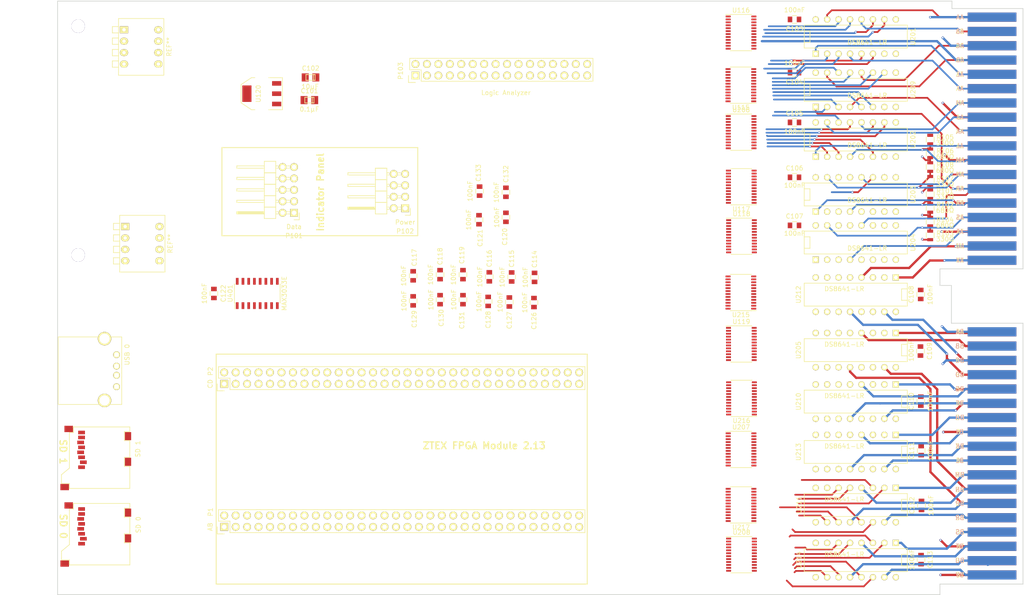
<source format=kicad_pcb>
(kicad_pcb (version 4) (host pcbnew 4.0.4+dfsg1-stable)
  (title_block (title "QSIC Prototype 2") (date 2016-02-09) (rev 0.1) (company "Vintage Computer Engineering"))
  (layers (0 F.Cu mixed) (1 GND.Cu power hide) (2 Power.Cu power hide) (31 B.Cu mixed) (35 F.Paste user) (36 B.SilkS user) (37 F.SilkS user) (38 B.Mask user) (39 F.Mask user) (44 Edge.Cuts user))
  (net 0 "")
  (net 1 GND)
  (net 2 TIAKO)
  (net 3 TDMGO)
  (net 4 +5V)
  (net 5 RSYNC)
  (net 6 RDIN)
  (net 7 RDOUT)
  (net 8 RRPLY)
  (net 9 RREF)
  (net 10 RINIT)
  (net 11 RDMR)
  (net 12 RSACK)
  (net 13 RIRQ4)
  (net 14 RIRQ5)
  (net 15 RIRQ6)
  (net 16 RIRQ7)
  (net 17 RPOK)
  (net 18 RDCOK)
  (net 19 TSYNC)
  (net 20 TDIN)
  (net 21 TDOUT)
  (net 22 TRPLY)
  (net 23 TREF)
  (net 24 TDMR)
  (net 25 TSACK)
  (net 26 TIRQ4)
  (net 27 TIRQ5)
  (net 28 TIRQ6)
  (net 29 TIRQ7)
  (net 30 RIAKI)
  (net 31 RDMGI)
  (net 32 +12V)
  (net 33 +3V3)
  (net 34 "Net-(P1-Pad29)")
  (net 35 "Net-(P1-Pad30)")
  (net 36 "Net-(P1-Pad33)")
  (net 37 "Net-(P1-Pad34)")
  (net 38 "Net-(P1-Pad49)")
  (net 39 "Net-(P1-Pad61)")
  (net 40 "Net-(P1-Pad62)")
  (net 41 "Net-(P1-Pad63)")
  (net 42 "Net-(P2-Pad1)")
  (net 43 "Net-(P2-Pad2)")
  (net 44 "Net-(P2-Pad16)")
  (net 45 "Net-(P2-Pad18)")
  (net 46 "Net-(P2-Pad20)")
  (net 47 "Net-(P2-Pad22)")
  (net 48 "Net-(P2-Pad23)")
  (net 49 "Net-(P2-Pad24)")
  (net 50 "Net-(P2-Pad26)")
  (net 51 "Net-(P2-Pad27)")
  (net 52 "Net-(P2-Pad28)")
  (net 53 "Net-(P2-Pad29)")
  (net 54 "Net-(P2-Pad30)")
  (net 55 "Net-(P2-Pad31)")
  (net 56 "Net-(P2-Pad32)")
  (net 57 "Net-(P2-Pad35)")
  (net 58 "Net-(P2-Pad36)")
  (net 59 "Net-(P2-Pad38)")
  (net 60 "Net-(P2-Pad39)")
  (net 61 "Net-(P2-Pad40)")
  (net 62 "Net-(P2-Pad41)")
  (net 63 "Net-(P2-Pad42)")
  (net 64 "Net-(P2-Pad43)")
  (net 65 "Net-(P2-Pad44)")
  (net 66 "Net-(P2-Pad55)")
  (net 67 "Net-(P2-Pad57)")
  (net 68 "Net-(P2-Pad59)")
  (net 69 "Net-(P2-Pad61)")
  (net 70 "Net-(P2-Pad62)")
  (net 71 "Net-(P101-Pad5)")
  (net 72 "Net-(U115-Pad5)")
  (net 73 "Net-(U116-Pad19)")
  (net 74 "Net-(U115-Pad6)")
  (net 75 "Net-(U116-Pad18)")
  (net 76 "Net-(U116-Pad20)")
  (net 77 "Net-(U115-Pad4)")
  (net 78 "Net-(U116-Pad21)")
  (net 79 "Net-(U115-Pad3)")
  (net 80 "Net-(U115-Pad9)")
  (net 81 "Net-(U115-Pad10)")
  (net 82 "Net-(U116-Pad16)")
  (net 83 "Net-(U115-Pad8)")
  (net 84 "Net-(U116-Pad17)")
  (net 85 "Net-(U115-Pad7)")
  (net 86 "Net-(U117-Pad5)")
  (net 87 "Net-(U118-Pad19)")
  (net 88 "Net-(U118-Pad18)")
  (net 89 "Net-(U118-Pad20)")
  (net 90 "Net-(U117-Pad4)")
  (net 91 "Net-(U118-Pad21)")
  (net 92 "Net-(U117-Pad3)")
  (net 93 "Net-(U118-Pad14)")
  (net 94 "Net-(U118-Pad17)")
  (net 95 "Net-(U117-Pad7)")
  (net 96 IPclk)
  (net 97 IPdata)
  (net 98 IPlatch)
  (net 99 "Net-(U116-Pad15)")
  (net 100 "Net-(U116-Pad14)")
  (net 101 "Net-(U118-Pad9)")
  (net 102 "Net-(U118-Pad16)")
  (net 103 "Net-(U118-Pad15)")
  (net 104 "Net-(U119-Pad7)")
  (net 105 "Net-(U119-Pad8)")
  (net 106 "Net-(U119-Pad9)")
  (net 107 "Net-(U119-Pad10)")
  (net 108 "Net-(U119-Pad17)")
  (net 109 "Net-(U119-Pad16)")
  (net 110 "Net-(U119-Pad15)")
  (net 111 "Net-(U119-Pad14)")
  (net 112 "Net-(U119-Pad19)")
  (net 113 "Net-(U119-Pad18)")
  (net 114 "Net-(U119-Pad20)")
  (net 115 "Net-(U119-Pad21)")
  (net 116 "Net-(U204-Pad3)")
  (net 117 "Net-(U204-Pad1)")
  (net 118 "Net-(U117-Pad8)")
  (net 119 "Net-(U118-Pad3)")
  (net 120 "Net-(U118-Pad7)")
  (net 121 "Net-(U203-Pad13)")
  (net 122 "Net-(U204-Pad13)")
  (net 123 "Net-(P103-Pad1)")
  (net 124 "Net-(P103-Pad2)")
  (net 125 "Net-(P103-Pad3)")
  (net 126 "Net-(P103-Pad4)")
  (net 127 "Net-(P103-Pad5)")
  (net 128 "Net-(P103-Pad6)")
  (net 129 "Net-(P103-Pad7)")
  (net 130 "Net-(P103-Pad8)")
  (net 131 "Net-(P103-Pad9)")
  (net 132 "Net-(P103-Pad10)")
  (net 133 "Net-(P103-Pad11)")
  (net 134 "Net-(P103-Pad12)")
  (net 135 "Net-(P103-Pad13)")
  (net 136 "Net-(P103-Pad14)")
  (net 137 "Net-(P103-Pad15)")
  (net 138 "Net-(P103-Pad16)")
  (net 139 "Net-(P103-Pad17)")
  (net 140 "Net-(P103-Pad18)")
  (net 141 RHALT)
  (net 142 BDOUT)
  (net 143 BRPLY)
  (net 144 BDIN)
  (net 145 BSYNC)
  (net 146 BWTBT)
  (net 147 BIRQ4)
  (net 148 BIAKI)
  (net 149 BIAKO)
  (net 150 BBS7)
  (net 151 BDMGI)
  (net 152 BDMGO)
  (net 153 BINIT)
  (net 154 BDAL0)
  (net 155 BDAL1)
  (net 156 BDAL2)
  (net 157 BDAL3)
  (net 158 BDAL4)
  (net 159 BDAL5)
  (net 160 BDAL6)
  (net 161 BDAL7)
  (net 162 BDAL8)
  (net 163 BDAL9)
  (net 164 BDAL10)
  (net 165 BDAL11)
  (net 166 BDAL12)
  (net 167 BDAL13)
  (net 168 BDAL14)
  (net 169 BDAL15)
  (net 170 BIRQ7)
  (net 171 BSACK)
  (net 172 BDAL21)
  (net 173 BDAL20)
  (net 174 BDAL19)
  (net 175 BDAL18)
  (net 176 BPOK)
  (net 177 BDCOK)
  (net 178 BREF)
  (net 179 BHALT)
  (net 180 BDMR)
  (net 181 BDAL17)
  (net 182 BDAL16)
  (net 183 BIRQ6)
  (net 184 BIRQ5)
  (net 185 "Net-(P103-Pad19)")
  (net 186 "Net-(P103-Pad20)")
  (net 187 "Net-(P103-Pad21)")
  (net 188 "Net-(P103-Pad22)")
  (net 189 "Net-(P103-Pad23)")
  (net 190 "Net-(P103-Pad24)")
  (net 191 "Net-(P103-Pad25)")
  (net 192 "Net-(P103-Pad26)")
  (net 193 "Net-(P103-Pad27)")
  (net 194 "Net-(P103-Pad28)")
  (net 195 "Net-(P103-Pad29)")
  (net 196 "Net-(P103-Pad30)")
  (net 197 "Net-(P103-Pad31)")
  (net 198 "Net-(P103-Pad32)")
  (net 199 "Net-(P101-Pad6)")
  (net 200 ~IPblank)
  (net 201 RDAL0)
  (net 202 TDAL0)
  (net 203 RDAL1)
  (net 204 TDAL1)
  (net 205 RDAL2)
  (net 206 TDAL2)
  (net 207 RDAL3)
  (net 208 TDAL3)
  (net 209 RDAL4)
  (net 210 TDAL4)
  (net 211 RDAL5)
  (net 212 TDAL5)
  (net 213 RDAL6)
  (net 214 TDAL6)
  (net 215 RDAL7)
  (net 216 TDAL7)
  (net 217 RDAL8)
  (net 218 TDAL8)
  (net 219 RDAL9)
  (net 220 RDAL10)
  (net 221 TDAL9)
  (net 222 RDAL11)
  (net 223 TDAL10)
  (net 224 RDAL12)
  (net 225 TDAL11)
  (net 226 RDAL13)
  (net 227 TDAL12)
  (net 228 RDAL14)
  (net 229 TDAL13)
  (net 230 RDAL15)
  (net 231 TDAL14)
  (net 232 RDAL16)
  (net 233 TDAL15)
  (net 234 RDAL17)
  (net 235 TDAL16)
  (net 236 RDAL18)
  (net 237 TDAL17)
  (net 238 TDAL18)
  (net 239 RDAL19)
  (net 240 TDAL19)
  (net 241 RDAL20)
  (net 242 TDAL20)
  (net 243 RDAL21)
  (net 244 TDAL21)
  (net 245 RBS7)
  (net 246 TBS7)
  (net 247 RWTBT)
  (net 248 TWTBT)
  (net 249 "Net-(U117-Pad6)")
  (net 250 "Net-(U117-Pad9)")
  (net 251 "Net-(U117-Pad10)")
  (net 252 "Net-(U117-Pad18)")
  (net 253 "Net-(U117-Pad15)")
  (net 254 "Net-(U117-Pad14)")
  (net 255 "Net-(U206-Pad21)")
  (net 256 "Net-(U206-Pad20)")
  (net 257 "Net-(U206-Pad19)")
  (net 258 "Net-(U206-Pad18)")
  (net 259 "Net-(U206-Pad17)")
  (net 260 "Net-(U206-Pad16)")
  (net 261 "Net-(U206-Pad15)")
  (net 262 "Net-(U206-Pad14)")
  (net 263 "Net-(U207-Pad21)")
  (net 264 "Net-(U207-Pad20)")
  (net 265 "Net-(U207-Pad19)")
  (net 266 "Net-(U207-Pad18)")
  (net 267 "Net-(U207-Pad17)")
  (net 268 "Net-(U207-Pad16)")
  (net 269 "Net-(U207-Pad15)")
  (net 270 "Net-(U207-Pad14)")
  (net 271 "Net-(U208-Pad21)")
  (net 272 "Net-(U208-Pad20)")
  (net 273 "Net-(U208-Pad19)")
  (net 274 "Net-(U208-Pad18)")
  (net 275 "Net-(U208-Pad17)")
  (net 276 "Net-(U208-Pad16)")
  (net 277 "Net-(U208-Pad15)")
  (net 278 "Net-(U208-Pad14)")
  (net 279 "Net-(U209-Pad13)")
  (net 280 "Net-(U209-Pad10)")
  (net 281 "Net-(U209-Pad3)")
  (net 282 "Net-(U209-Pad6)")
  (net 283 "Net-(U212-Pad13)")
  (net 284 "Net-(U212-Pad10)")
  (net 285 "Net-(U212-Pad3)")
  (net 286 "Net-(U212-Pad6)")
  (net 287 "Net-(U210-Pad13)")
  (net 288 "Net-(U210-Pad10)")
  (net 289 "Net-(U210-Pad3)")
  (net 290 "Net-(U210-Pad6)")
  (net 291 "Net-(U213-Pad13)")
  (net 292 "Net-(U213-Pad10)")
  (net 293 "Net-(U213-Pad3)")
  (net 294 "Net-(U213-Pad6)")
  (net 295 "Net-(U211-Pad13)")
  (net 296 "Net-(U211-Pad10)")
  (net 297 "Net-(U211-Pad3)")
  (net 298 "Net-(U211-Pad6)")
  (net 299 "Net-(U214-Pad13)")
  (net 300 "Net-(U214-Pad10)")
  (net 301 "Net-(U214-Pad3)")
  (net 302 "Net-(U214-Pad6)")
  (net 303 "Net-(B101-PadAB2)")
  (net 304 "Net-(B101-PadBB2)")
  (net 305 "Net-(B101-PadBU1)")
  (net 306 "Net-(B101-PadBS1)")
  (net 307 "Net-(B101-PadBR1)")
  (net 308 "Net-(B101-PadBH1)")
  (net 309 "Net-(B101-PadAV1)")
  (net 310 "Net-(B101-PadAU1)")
  (net 311 "Net-(B101-PadAS1)")
  (net 312 "Net-(B101-PadAL1)")
  (net 313 "Net-(B101-PadAK1)")
  (net 314 "Net-(B101-PadAH1)")
  (net 315 "Net-(B101-PadAF1)")
  (net 316 "Net-(B101-PadAE1)")
  (net 317 IPlatch_P)
  (net 318 IPlatch_N)
  (net 319 IPdata_P)
  (net 320 IPdata_N)
  (net 321 IPclk_P)
  (net 322 IPclk_N)
  (net 323 IPblank_P)
  (net 324 IPblank_N)
  (module Capacitors_SMD:C_0805 (layer F.Cu) (at 195.707 64.516 180)
    (fp_text reference C106 (at 0 2.032 180) (layer F.SilkS))
    (fp_text value 100nF (at 0 -1.778 180) (layer F.SilkS))
    (pad 1 smd rect (at -1 0 180) (size 1 1.25) (layers F.Cu F.Paste F.Mask) (net 4 +5V))
    (pad 2 smd rect (at 1 0 180) (size 1 1.25) (layers F.Cu F.Paste F.Mask) (net 1 GND))
  )
  (module Sockets_DIP:DIP-16__300 (layer F.Cu) (at 209.296 45.085)
    (fp_text reference U209 (at 12.7 0 90) (layer F.SilkS))
    (fp_text value DS8641-LR (at 2.54 1.27) (layer F.SilkS))
    (pad 1 thru_hole rect (at -8.89 3.81) (size 1.397 1.397) (drill 0.8128) (layers *.Cu *.Mask F.SilkS) (net 150 BBS7))
    (pad 2 thru_hole circle (at -6.35 3.81) (size 1.397 1.397) (drill 0.8128) (layers *.Cu *.Mask F.SilkS) (net 257 "Net-(U206-Pad19)"))
    (pad 3 thru_hole circle (at -3.81 3.81) (size 1.397 1.397) (drill 0.8128) (layers *.Cu *.Mask F.SilkS) (net 281 "Net-(U209-Pad3)"))
    (pad 4 thru_hole circle (at -1.27 3.81) (size 1.397 1.397) (drill 0.8128) (layers *.Cu *.Mask F.SilkS) (net 146 BWTBT))
    (pad 5 thru_hole circle (at 1.27 3.81) (size 1.397 1.397) (drill 0.8128) (layers *.Cu *.Mask F.SilkS) (net 258 "Net-(U206-Pad18)"))
    (pad 6 thru_hole circle (at 3.81 3.81) (size 1.397 1.397) (drill 0.8128) (layers *.Cu *.Mask F.SilkS) (net 282 "Net-(U209-Pad6)"))
    (pad 7 thru_hole circle (at 6.35 3.81) (size 1.397 1.397) (drill 0.8128) (layers *.Cu *.Mask F.SilkS) (net 1 GND))
    (pad 8 thru_hole circle (at 8.89 3.81) (size 1.397 1.397) (drill 0.8128) (layers *.Cu *.Mask F.SilkS) (net 1 GND))
    (pad 9 thru_hole circle (at 8.89 -3.81) (size 1.397 1.397) (drill 0.8128) (layers *.Cu *.Mask F.SilkS) (net 1 GND))
    (pad 10 thru_hole circle (at 6.35 -3.81) (size 1.397 1.397) (drill 0.8128) (layers *.Cu *.Mask F.SilkS) (net 280 "Net-(U209-Pad10)"))
    (pad 11 thru_hole circle (at 3.81 -3.81) (size 1.397 1.397) (drill 0.8128) (layers *.Cu *.Mask F.SilkS) (net 256 "Net-(U206-Pad20)"))
    (pad 12 thru_hole circle (at 1.27 -3.81) (size 1.397 1.397) (drill 0.8128) (layers *.Cu *.Mask F.SilkS) (net 182 BDAL16))
    (pad 13 thru_hole circle (at -1.27 -3.81) (size 1.397 1.397) (drill 0.8128) (layers *.Cu *.Mask F.SilkS) (net 279 "Net-(U209-Pad13)"))
    (pad 14 thru_hole circle (at -3.81 -3.81) (size 1.397 1.397) (drill 0.8128) (layers *.Cu *.Mask F.SilkS) (net 255 "Net-(U206-Pad21)"))
    (pad 15 thru_hole circle (at -6.35 -3.81) (size 1.397 1.397) (drill 0.8128) (layers *.Cu *.Mask F.SilkS) (net 181 BDAL17))
    (pad 16 thru_hole circle (at -8.89 -3.81) (size 1.397 1.397) (drill 0.8128) (layers *.Cu *.Mask F.SilkS) (net 4 +5V))
  )
  (module microSD-3M-2900-series (layer F.Cu) (at 35.679 136.653 90)
    (fp_text reference "SD 0" (at -5.0028 14.486 90) (layer F.SilkS))
    (fp_text value "microSD 3M")
    (pad "" connect rect (at -0.7 -0.95 90) (size 1.4 1.9) (layers F.Cu F.Mask))
    (pad "" connect rect (at -13.6 -1.85 90) (size 1.4 1.9) (layers F.Cu F.Mask))
    (pad "" connect rect (at -2.3 12.2 90) (size 1.8 1.4) (layers F.Cu F.Mask))
    (pad "" connect rect (at -8 12.2 90) (size 1.8 1.4) (layers F.Cu F.Mask))
    (pad 1 smd rect (at -9.19 1.9 90) (size 0.8 1.5) (layers F.Cu F.Paste F.Mask))
    (pad 2 smd rect (at -8.09 2.3 90) (size 0.8 1.5) (layers F.Cu F.Paste F.Mask))
    (pad 3 smd rect (at -6.99 1.9 90) (size 0.8 1.5) (layers F.Cu F.Paste F.Mask))
    (pad 4 smd rect (at -5.89 1.7 90) (size 0.8 1.5) (layers F.Cu F.Paste F.Mask))
    (pad 5 smd rect (at -4.79 1.9 90) (size 0.8 1.5) (layers F.Cu F.Paste F.Mask))
    (pad 6 smd rect (at -3.69 1.7 90) (size 0.8 1.5) (layers F.Cu F.Paste F.Mask))
    (pad 7 smd rect (at -2.59 1.9 90) (size 0.8 1.5) (layers F.Cu F.Paste F.Mask))
    (pad 8 smd rect (at -1.49 1.9 90) (size 0.8 1.5) (layers F.Cu F.Paste F.Mask))
  )
  (module Buttons_Switches_ThroughHole:SW_DIP_x4_Piano (layer F.Cu) (at 46.99 31.75 270)
    (fp_text reference REF** (at 3.79 -10 270) (layer F.SilkS))
    (fp_text value SW_DIP_x4_Piano)
    (pad 1 thru_hole rect (at 0 0 270) (size 1.524 1.824) (drill 0.762) (layers *.Cu *.Mask F.SilkS))
    (pad 8 thru_hole oval (at 0 -7.62 270) (size 1.524 1.824) (drill 0.762) (layers *.Cu *.Mask F.SilkS))
    (pad 2 thru_hole oval (at 2.54 0 270) (size 1.524 1.824) (drill 0.762) (layers *.Cu *.Mask F.SilkS))
    (pad 7 thru_hole oval (at 2.54 -7.62 270) (size 1.524 1.824) (drill 0.762) (layers *.Cu *.Mask F.SilkS))
    (pad 3 thru_hole oval (at 5.08 0 270) (size 1.524 1.824) (drill 0.762) (layers *.Cu *.Mask F.SilkS))
    (pad 6 thru_hole oval (at 5.08 -7.62 270) (size 1.524 1.824) (drill 0.762) (layers *.Cu *.Mask F.SilkS))
    (pad 4 thru_hole oval (at 7.62 0 270) (size 1.524 1.824) (drill 0.762) (layers *.Cu *.Mask F.SilkS))
    (pad 5 thru_hole oval (at 7.62 -7.62 270) (size 1.524 1.824) (drill 0.762) (layers *.Cu *.Mask F.SilkS))
  )
  (module Capacitors_SMD:C_0805 (layer F.Cu) (at 127.762 92.059 90)
    (fp_text reference C128 (at -4.064 0 90) (layer F.SilkS))
    (fp_text value 100nF (at 0 -2.032 90) (layer F.SilkS))
    (pad 1 smd rect (at -1 0 90) (size 1 1.25) (layers F.Cu F.Paste F.Mask) (net 33 +3V3))
    (pad 2 smd rect (at 1 0 90) (size 1 1.25) (layers F.Cu F.Paste F.Mask) (net 1 GND))
  )
  (module Capacitors_SMD:C_0805 (layer F.Cu) (at 128.016 86.598 270)
    (fp_text reference C116 (at -4.064 0 270) (layer F.SilkS))
    (fp_text value 100nF (at 0 2.1 270) (layer F.SilkS))
    (pad 1 smd rect (at -1 0 270) (size 1 1.25) (layers F.Cu F.Paste F.Mask) (net 4 +5V))
    (pad 2 smd rect (at 1 0 270) (size 1 1.25) (layers F.Cu F.Paste F.Mask) (net 1 GND))
  )
  (module Mounting_Holes:MountingHole_3mm (layer F.Cu) (at 36.83 30.9626)
    (fp_text reference h1 hide)
    (fp_text value MountingHole_3mm hide)
    (pad 1 thru_hole circle (at 0 0) (size 3 3) (drill 3) (layers))
  )
  (module Mounting_Holes:MountingHole_3mm (layer F.Cu) (at 36.83 81.7626)
    (fp_text reference h2 hide)
    (fp_text value MountingHole_3mm hide)
    (pad 1 thru_hole circle (at 0 0) (size 3 3) (drill 3) (layers))
  )
  (module Connect:USB_A (layer F.Cu) (at 45.33688 103.88514 270)
    (fp_text reference "USB 0" (at 0 -2.35 270) (layer F.SilkS))
    (fp_text value USB_A)
    (pad 4 thru_hole circle (at 7.11286 -0.00212 180) (size 1.50114 1.50114) (drill 1.00076) (layers *.Cu *.Mask F.SilkS))
    (pad 3 thru_hole circle (at 4.57286 -0.00212 180) (size 1.50114 1.50114) (drill 1.00076) (layers *.Cu *.Mask F.SilkS))
    (pad 2 thru_hole circle (at 2.54086 -0.00212 180) (size 1.50114 1.50114) (drill 1.00076) (layers *.Cu *.Mask F.SilkS))
    (pad 1 thru_hole circle (at 0.00086 -0.00212 180) (size 1.50114 1.50114) (drill 1.00076) (layers *.Cu *.Mask F.SilkS))
    (pad 5 thru_hole circle (at 10.16086 2.66488 180) (size 2.99974 2.99974) (drill 2.30124) (layers *.Cu *.Mask F.SilkS))
    (pad 5 thru_hole circle (at -3.55514 2.66488 180) (size 2.99974 2.99974) (drill 2.30124) (layers *.Cu *.Mask F.SilkS))
  )
  (module Pin_Headers:Pin_Header_Straight_2x32 (layer F.Cu) (at 69.215 142.113 90)
    (fp_text reference P1 (at 3.302 -3.048 90) (layer F.SilkS))
    (fp_text value AB (at 0 -3.1 90) (layer F.SilkS))
    (pad 1 thru_hole rect (at 0 0 90) (size 1.7272 1.7272) (drill 1.016) (layers *.Cu *.Mask F.SilkS) (net 4 +5V))
    (pad 2 thru_hole oval (at 2.54 0 90) (size 1.7272 1.7272) (drill 1.016) (layers *.Cu *.Mask F.SilkS) (net 4 +5V))
    (pad 3 thru_hole oval (at 0 2.54 90) (size 1.7272 1.7272) (drill 1.016) (layers *.Cu *.Mask F.SilkS) (net 1 GND))
    (pad 4 thru_hole oval (at 2.54 2.54 90) (size 1.7272 1.7272) (drill 1.016) (layers *.Cu *.Mask F.SilkS) (net 1 GND))
    (pad 5 thru_hole oval (at 0 5.08 90) (size 1.7272 1.7272) (drill 1.016) (layers *.Cu *.Mask F.SilkS) (net 201 RDAL0))
    (pad 6 thru_hole oval (at 2.54 5.08 90) (size 1.7272 1.7272) (drill 1.016) (layers *.Cu *.Mask F.SilkS) (net 202 TDAL0))
    (pad 7 thru_hole oval (at 0 7.62 90) (size 1.7272 1.7272) (drill 1.016) (layers *.Cu *.Mask F.SilkS) (net 203 RDAL1))
    (pad 8 thru_hole oval (at 2.54 7.62 90) (size 1.7272 1.7272) (drill 1.016) (layers *.Cu *.Mask F.SilkS) (net 204 TDAL1))
    (pad 9 thru_hole oval (at 0 10.16 90) (size 1.7272 1.7272) (drill 1.016) (layers *.Cu *.Mask F.SilkS) (net 205 RDAL2))
    (pad 10 thru_hole oval (at 2.54 10.16 90) (size 1.7272 1.7272) (drill 1.016) (layers *.Cu *.Mask F.SilkS) (net 206 TDAL2))
    (pad 11 thru_hole oval (at 0 12.7 90) (size 1.7272 1.7272) (drill 1.016) (layers *.Cu *.Mask F.SilkS) (net 207 RDAL3))
    (pad 12 thru_hole oval (at 2.54 12.7 90) (size 1.7272 1.7272) (drill 1.016) (layers *.Cu *.Mask F.SilkS) (net 208 TDAL3))
    (pad 13 thru_hole oval (at 0 15.24 90) (size 1.7272 1.7272) (drill 1.016) (layers *.Cu *.Mask F.SilkS) (net 209 RDAL4))
    (pad 14 thru_hole oval (at 2.54 15.24 90) (size 1.7272 1.7272) (drill 1.016) (layers *.Cu *.Mask F.SilkS) (net 210 TDAL4))
    (pad 15 thru_hole oval (at 0 17.78 90) (size 1.7272 1.7272) (drill 1.016) (layers *.Cu *.Mask F.SilkS) (net 211 RDAL5))
    (pad 16 thru_hole oval (at 2.54 17.78 90) (size 1.7272 1.7272) (drill 1.016) (layers *.Cu *.Mask F.SilkS) (net 212 TDAL5))
    (pad 17 thru_hole oval (at 0 20.32 90) (size 1.7272 1.7272) (drill 1.016) (layers *.Cu *.Mask F.SilkS) (net 213 RDAL6))
    (pad 18 thru_hole oval (at 2.54 20.32 90) (size 1.7272 1.7272) (drill 1.016) (layers *.Cu *.Mask F.SilkS) (net 214 TDAL6))
    (pad 19 thru_hole oval (at 0 22.86 90) (size 1.7272 1.7272) (drill 1.016) (layers *.Cu *.Mask F.SilkS) (net 215 RDAL7))
    (pad 20 thru_hole oval (at 2.54 22.86 90) (size 1.7272 1.7272) (drill 1.016) (layers *.Cu *.Mask F.SilkS) (net 216 TDAL7))
    (pad 21 thru_hole oval (at 0 25.4 90) (size 1.7272 1.7272) (drill 1.016) (layers *.Cu *.Mask F.SilkS) (net 217 RDAL8))
    (pad 22 thru_hole oval (at 2.54 25.4 90) (size 1.7272 1.7272) (drill 1.016) (layers *.Cu *.Mask F.SilkS) (net 218 TDAL8))
    (pad 23 thru_hole oval (at 0 27.94 90) (size 1.7272 1.7272) (drill 1.016) (layers *.Cu *.Mask F.SilkS) (net 219 RDAL9))
    (pad 24 thru_hole oval (at 2.54 27.94 90) (size 1.7272 1.7272) (drill 1.016) (layers *.Cu *.Mask F.SilkS) (net 5 RSYNC))
    (pad 25 thru_hole oval (at 0 30.48 90) (size 1.7272 1.7272) (drill 1.016) (layers *.Cu *.Mask F.SilkS) (net 220 RDAL10))
    (pad 26 thru_hole oval (at 2.54 30.48 90) (size 1.7272 1.7272) (drill 1.016) (layers *.Cu *.Mask F.SilkS) (net 221 TDAL9))
    (pad 27 thru_hole oval (at 0 33.02 90) (size 1.7272 1.7272) (drill 1.016) (layers *.Cu *.Mask F.SilkS) (net 222 RDAL11))
    (pad 28 thru_hole oval (at 2.54 33.02 90) (size 1.7272 1.7272) (drill 1.016) (layers *.Cu *.Mask F.SilkS) (net 223 TDAL10))
    (pad 29 thru_hole oval (at 0 35.56 90) (size 1.7272 1.7272) (drill 1.016) (layers *.Cu *.Mask F.SilkS) (net 34 "Net-(P1-Pad29)"))
    (pad 30 thru_hole oval (at 2.54 35.56 90) (size 1.7272 1.7272) (drill 1.016) (layers *.Cu *.Mask F.SilkS) (net 35 "Net-(P1-Pad30)"))
    (pad 31 thru_hole oval (at 0 38.1 90) (size 1.7272 1.7272) (drill 1.016) (layers *.Cu *.Mask F.SilkS) (net 1 GND))
    (pad 32 thru_hole oval (at 2.54 38.1 90) (size 1.7272 1.7272) (drill 1.016) (layers *.Cu *.Mask F.SilkS) (net 1 GND))
    (pad 33 thru_hole oval (at 0 40.64 90) (size 1.7272 1.7272) (drill 1.016) (layers *.Cu *.Mask F.SilkS) (net 36 "Net-(P1-Pad33)"))
    (pad 34 thru_hole oval (at 2.54 40.64 90) (size 1.7272 1.7272) (drill 1.016) (layers *.Cu *.Mask F.SilkS) (net 37 "Net-(P1-Pad34)"))
    (pad 35 thru_hole oval (at 0 43.18 90) (size 1.7272 1.7272) (drill 1.016) (layers *.Cu *.Mask F.SilkS) (net 224 RDAL12))
    (pad 36 thru_hole oval (at 2.54 43.18 90) (size 1.7272 1.7272) (drill 1.016) (layers *.Cu *.Mask F.SilkS) (net 225 TDAL11))
    (pad 37 thru_hole oval (at 0 45.72 90) (size 1.7272 1.7272) (drill 1.016) (layers *.Cu *.Mask F.SilkS) (net 226 RDAL13))
    (pad 38 thru_hole oval (at 2.54 45.72 90) (size 1.7272 1.7272) (drill 1.016) (layers *.Cu *.Mask F.SilkS) (net 227 TDAL12))
    (pad 39 thru_hole oval (at 0 48.26 90) (size 1.7272 1.7272) (drill 1.016) (layers *.Cu *.Mask F.SilkS) (net 228 RDAL14))
    (pad 40 thru_hole oval (at 2.54 48.26 90) (size 1.7272 1.7272) (drill 1.016) (layers *.Cu *.Mask F.SilkS) (net 229 TDAL13))
    (pad 41 thru_hole oval (at 0 50.8 90) (size 1.7272 1.7272) (drill 1.016) (layers *.Cu *.Mask F.SilkS) (net 230 RDAL15))
    (pad 42 thru_hole oval (at 2.54 50.8 90) (size 1.7272 1.7272) (drill 1.016) (layers *.Cu *.Mask F.SilkS) (net 231 TDAL14))
    (pad 43 thru_hole oval (at 0 53.34 90) (size 1.7272 1.7272) (drill 1.016) (layers *.Cu *.Mask F.SilkS) (net 232 RDAL16))
    (pad 44 thru_hole oval (at 2.54 53.34 90) (size 1.7272 1.7272) (drill 1.016) (layers *.Cu *.Mask F.SilkS) (net 233 TDAL15))
    (pad 45 thru_hole oval (at 0 55.88 90) (size 1.7272 1.7272) (drill 1.016) (layers *.Cu *.Mask F.SilkS) (net 234 RDAL17))
    (pad 46 thru_hole oval (at 2.54 55.88 90) (size 1.7272 1.7272) (drill 1.016) (layers *.Cu *.Mask F.SilkS) (net 235 TDAL16))
    (pad 47 thru_hole oval (at 0 58.42 90) (size 1.7272 1.7272) (drill 1.016) (layers *.Cu *.Mask F.SilkS) (net 236 RDAL18))
    (pad 48 thru_hole oval (at 2.54 58.42 90) (size 1.7272 1.7272) (drill 1.016) (layers *.Cu *.Mask F.SilkS) (net 237 TDAL17))
    (pad 49 thru_hole oval (at 0 60.96 90) (size 1.7272 1.7272) (drill 1.016) (layers *.Cu *.Mask F.SilkS) (net 38 "Net-(P1-Pad49)"))
    (pad 50 thru_hole oval (at 2.54 60.96 90) (size 1.7272 1.7272) (drill 1.016) (layers *.Cu *.Mask F.SilkS) (net 238 TDAL18))
    (pad 51 thru_hole oval (at 0 63.5 90) (size 1.7272 1.7272) (drill 1.016) (layers *.Cu *.Mask F.SilkS) (net 239 RDAL19))
    (pad 52 thru_hole oval (at 2.54 63.5 90) (size 1.7272 1.7272) (drill 1.016) (layers *.Cu *.Mask F.SilkS) (net 240 TDAL19))
    (pad 53 thru_hole oval (at 0 66.04 90) (size 1.7272 1.7272) (drill 1.016) (layers *.Cu *.Mask F.SilkS) (net 241 RDAL20))
    (pad 54 thru_hole oval (at 2.54 66.04 90) (size 1.7272 1.7272) (drill 1.016) (layers *.Cu *.Mask F.SilkS) (net 242 TDAL20))
    (pad 55 thru_hole oval (at 0 68.58 90) (size 1.7272 1.7272) (drill 1.016) (layers *.Cu *.Mask F.SilkS) (net 243 RDAL21))
    (pad 56 thru_hole oval (at 2.54 68.58 90) (size 1.7272 1.7272) (drill 1.016) (layers *.Cu *.Mask F.SilkS) (net 244 TDAL21))
    (pad 57 thru_hole oval (at 0 71.12 90) (size 1.7272 1.7272) (drill 1.016) (layers *.Cu *.Mask F.SilkS) (net 245 RBS7))
    (pad 58 thru_hole oval (at 2.54 71.12 90) (size 1.7272 1.7272) (drill 1.016) (layers *.Cu *.Mask F.SilkS) (net 246 TBS7))
    (pad 59 thru_hole oval (at 0 73.66 90) (size 1.7272 1.7272) (drill 1.016) (layers *.Cu *.Mask F.SilkS) (net 247 RWTBT))
    (pad 60 thru_hole oval (at 2.54 73.66 90) (size 1.7272 1.7272) (drill 1.016) (layers *.Cu *.Mask F.SilkS) (net 248 TWTBT))
    (pad 61 thru_hole oval (at 0 76.2 90) (size 1.7272 1.7272) (drill 1.016) (layers *.Cu *.Mask F.SilkS) (net 39 "Net-(P1-Pad61)"))
    (pad 62 thru_hole oval (at 2.54 76.2 90) (size 1.7272 1.7272) (drill 1.016) (layers *.Cu *.Mask F.SilkS) (net 40 "Net-(P1-Pad62)"))
    (pad 63 thru_hole oval (at 0 78.74 90) (size 1.7272 1.7272) (drill 1.016) (layers *.Cu *.Mask F.SilkS) (net 41 "Net-(P1-Pad63)"))
    (pad 64 thru_hole oval (at 2.54 78.74 90) (size 1.7272 1.7272) (drill 1.016) (layers *.Cu *.Mask F.SilkS) (net 1 GND))
  )
  (module Pin_Headers:Pin_Header_Straight_2x32 (layer F.Cu) (at 69.215 110.363 90)
    (fp_text reference P2 (at 2.794 -3.048 90) (layer F.SilkS))
    (fp_text value CD (at 0 -3.1 90) (layer F.SilkS))
    (pad 1 thru_hole rect (at 0 0 90) (size 1.7272 1.7272) (drill 1.016) (layers *.Cu *.Mask F.SilkS) (net 42 "Net-(P2-Pad1)"))
    (pad 2 thru_hole oval (at 2.54 0 90) (size 1.7272 1.7272) (drill 1.016) (layers *.Cu *.Mask F.SilkS) (net 43 "Net-(P2-Pad2)"))
    (pad 3 thru_hole oval (at 0 2.54 90) (size 1.7272 1.7272) (drill 1.016) (layers *.Cu *.Mask F.SilkS) (net 1 GND))
    (pad 4 thru_hole oval (at 2.54 2.54 90) (size 1.7272 1.7272) (drill 1.016) (layers *.Cu *.Mask F.SilkS) (net 1 GND))
    (pad 5 thru_hole oval (at 0 5.08 90) (size 1.7272 1.7272) (drill 1.016) (layers *.Cu *.Mask F.SilkS) (net 6 RDIN))
    (pad 6 thru_hole oval (at 2.54 5.08 90) (size 1.7272 1.7272) (drill 1.016) (layers *.Cu *.Mask F.SilkS) (net 25 TSACK))
    (pad 7 thru_hole oval (at 0 7.62 90) (size 1.7272 1.7272) (drill 1.016) (layers *.Cu *.Mask F.SilkS) (net 7 RDOUT))
    (pad 8 thru_hole oval (at 2.54 7.62 90) (size 1.7272 1.7272) (drill 1.016) (layers *.Cu *.Mask F.SilkS) (net 26 TIRQ4))
    (pad 9 thru_hole oval (at 0 10.16 90) (size 1.7272 1.7272) (drill 1.016) (layers *.Cu *.Mask F.SilkS) (net 8 RRPLY))
    (pad 10 thru_hole oval (at 2.54 10.16 90) (size 1.7272 1.7272) (drill 1.016) (layers *.Cu *.Mask F.SilkS) (net 27 TIRQ5))
    (pad 11 thru_hole oval (at 0 12.7 90) (size 1.7272 1.7272) (drill 1.016) (layers *.Cu *.Mask F.SilkS) (net 9 RREF))
    (pad 12 thru_hole oval (at 2.54 12.7 90) (size 1.7272 1.7272) (drill 1.016) (layers *.Cu *.Mask F.SilkS) (net 28 TIRQ6))
    (pad 13 thru_hole oval (at 0 15.24 90) (size 1.7272 1.7272) (drill 1.016) (layers *.Cu *.Mask F.SilkS) (net 11 RDMR))
    (pad 14 thru_hole oval (at 2.54 15.24 90) (size 1.7272 1.7272) (drill 1.016) (layers *.Cu *.Mask F.SilkS) (net 29 TIRQ7))
    (pad 15 thru_hole oval (at 0 17.78 90) (size 1.7272 1.7272) (drill 1.016) (layers *.Cu *.Mask F.SilkS) (net 13 RIRQ4))
    (pad 16 thru_hole oval (at 2.54 17.78 90) (size 1.7272 1.7272) (drill 1.016) (layers *.Cu *.Mask F.SilkS) (net 44 "Net-(P2-Pad16)"))
    (pad 17 thru_hole oval (at 0 20.32 90) (size 1.7272 1.7272) (drill 1.016) (layers *.Cu *.Mask F.SilkS) (net 14 RIRQ5))
    (pad 18 thru_hole oval (at 2.54 20.32 90) (size 1.7272 1.7272) (drill 1.016) (layers *.Cu *.Mask F.SilkS) (net 45 "Net-(P2-Pad18)"))
    (pad 19 thru_hole oval (at 0 22.86 90) (size 1.7272 1.7272) (drill 1.016) (layers *.Cu *.Mask F.SilkS) (net 15 RIRQ6))
    (pad 20 thru_hole oval (at 2.54 22.86 90) (size 1.7272 1.7272) (drill 1.016) (layers *.Cu *.Mask F.SilkS) (net 46 "Net-(P2-Pad20)"))
    (pad 21 thru_hole oval (at 0 25.4 90) (size 1.7272 1.7272) (drill 1.016) (layers *.Cu *.Mask F.SilkS) (net 16 RIRQ7))
    (pad 22 thru_hole oval (at 2.54 25.4 90) (size 1.7272 1.7272) (drill 1.016) (layers *.Cu *.Mask F.SilkS) (net 47 "Net-(P2-Pad22)"))
    (pad 23 thru_hole oval (at 0 27.94 90) (size 1.7272 1.7272) (drill 1.016) (layers *.Cu *.Mask F.SilkS) (net 48 "Net-(P2-Pad23)"))
    (pad 24 thru_hole oval (at 2.54 27.94 90) (size 1.7272 1.7272) (drill 1.016) (layers *.Cu *.Mask F.SilkS) (net 49 "Net-(P2-Pad24)"))
    (pad 25 thru_hole oval (at 0 30.48 90) (size 1.7272 1.7272) (drill 1.016) (layers *.Cu *.Mask F.SilkS) (net 12 RSACK))
    (pad 26 thru_hole oval (at 2.54 30.48 90) (size 1.7272 1.7272) (drill 1.016) (layers *.Cu *.Mask F.SilkS) (net 50 "Net-(P2-Pad26)"))
    (pad 27 thru_hole oval (at 0 33.02 90) (size 1.7272 1.7272) (drill 1.016) (layers *.Cu *.Mask F.SilkS) (net 51 "Net-(P2-Pad27)"))
    (pad 28 thru_hole oval (at 2.54 33.02 90) (size 1.7272 1.7272) (drill 1.016) (layers *.Cu *.Mask F.SilkS) (net 52 "Net-(P2-Pad28)"))
    (pad 29 thru_hole oval (at 0 35.56 90) (size 1.7272 1.7272) (drill 1.016) (layers *.Cu *.Mask F.SilkS) (net 53 "Net-(P2-Pad29)"))
    (pad 30 thru_hole oval (at 2.54 35.56 90) (size 1.7272 1.7272) (drill 1.016) (layers *.Cu *.Mask F.SilkS) (net 54 "Net-(P2-Pad30)"))
    (pad 31 thru_hole oval (at 0 38.1 90) (size 1.7272 1.7272) (drill 1.016) (layers *.Cu *.Mask F.SilkS) (net 55 "Net-(P2-Pad31)"))
    (pad 32 thru_hole oval (at 2.54 38.1 90) (size 1.7272 1.7272) (drill 1.016) (layers *.Cu *.Mask F.SilkS) (net 56 "Net-(P2-Pad32)"))
    (pad 33 thru_hole oval (at 0 40.64 90) (size 1.7272 1.7272) (drill 1.016) (layers *.Cu *.Mask F.SilkS) (net 1 GND))
    (pad 34 thru_hole oval (at 2.54 40.64 90) (size 1.7272 1.7272) (drill 1.016) (layers *.Cu *.Mask F.SilkS) (net 1 GND))
    (pad 35 thru_hole oval (at 0 43.18 90) (size 1.7272 1.7272) (drill 1.016) (layers *.Cu *.Mask F.SilkS) (net 57 "Net-(P2-Pad35)"))
    (pad 36 thru_hole oval (at 2.54 43.18 90) (size 1.7272 1.7272) (drill 1.016) (layers *.Cu *.Mask F.SilkS) (net 58 "Net-(P2-Pad36)"))
    (pad 37 thru_hole oval (at 0 45.72 90) (size 1.7272 1.7272) (drill 1.016) (layers *.Cu *.Mask F.SilkS) (net 10 RINIT))
    (pad 38 thru_hole oval (at 2.54 45.72 90) (size 1.7272 1.7272) (drill 1.016) (layers *.Cu *.Mask F.SilkS) (net 59 "Net-(P2-Pad38)"))
    (pad 39 thru_hole oval (at 0 48.26 90) (size 1.7272 1.7272) (drill 1.016) (layers *.Cu *.Mask F.SilkS) (net 60 "Net-(P2-Pad39)"))
    (pad 40 thru_hole oval (at 2.54 48.26 90) (size 1.7272 1.7272) (drill 1.016) (layers *.Cu *.Mask F.SilkS) (net 61 "Net-(P2-Pad40)"))
    (pad 41 thru_hole oval (at 0 50.8 90) (size 1.7272 1.7272) (drill 1.016) (layers *.Cu *.Mask F.SilkS) (net 62 "Net-(P2-Pad41)"))
    (pad 42 thru_hole oval (at 2.54 50.8 90) (size 1.7272 1.7272) (drill 1.016) (layers *.Cu *.Mask F.SilkS) (net 63 "Net-(P2-Pad42)"))
    (pad 43 thru_hole oval (at 0 53.34 90) (size 1.7272 1.7272) (drill 1.016) (layers *.Cu *.Mask F.SilkS) (net 64 "Net-(P2-Pad43)"))
    (pad 44 thru_hole oval (at 2.54 53.34 90) (size 1.7272 1.7272) (drill 1.016) (layers *.Cu *.Mask F.SilkS) (net 65 "Net-(P2-Pad44)"))
    (pad 45 thru_hole oval (at 0 55.88 90) (size 1.7272 1.7272) (drill 1.016) (layers *.Cu *.Mask F.SilkS) (net 17 RPOK))
    (pad 46 thru_hole oval (at 2.54 55.88 90) (size 1.7272 1.7272) (drill 1.016) (layers *.Cu *.Mask F.SilkS) (net 19 TSYNC))
    (pad 47 thru_hole oval (at 0 58.42 90) (size 1.7272 1.7272) (drill 1.016) (layers *.Cu *.Mask F.SilkS) (net 18 RDCOK))
    (pad 48 thru_hole oval (at 2.54 58.42 90) (size 1.7272 1.7272) (drill 1.016) (layers *.Cu *.Mask F.SilkS) (net 20 TDIN))
    (pad 49 thru_hole oval (at 0 60.96 90) (size 1.7272 1.7272) (drill 1.016) (layers *.Cu *.Mask F.SilkS) (net 31 RDMGI))
    (pad 50 thru_hole oval (at 2.54 60.96 90) (size 1.7272 1.7272) (drill 1.016) (layers *.Cu *.Mask F.SilkS) (net 21 TDOUT))
    (pad 51 thru_hole oval (at 0 63.5 90) (size 1.7272 1.7272) (drill 1.016) (layers *.Cu *.Mask F.SilkS) (net 30 RIAKI))
    (pad 52 thru_hole oval (at 2.54 63.5 90) (size 1.7272 1.7272) (drill 1.016) (layers *.Cu *.Mask F.SilkS) (net 22 TRPLY))
    (pad 53 thru_hole oval (at 0 66.04 90) (size 1.7272 1.7272) (drill 1.016) (layers *.Cu *.Mask F.SilkS) (net 141 RHALT))
    (pad 54 thru_hole oval (at 2.54 66.04 90) (size 1.7272 1.7272) (drill 1.016) (layers *.Cu *.Mask F.SilkS) (net 23 TREF))
    (pad 55 thru_hole oval (at 0 68.58 90) (size 1.7272 1.7272) (drill 1.016) (layers *.Cu *.Mask F.SilkS) (net 66 "Net-(P2-Pad55)"))
    (pad 56 thru_hole oval (at 2.54 68.58 90) (size 1.7272 1.7272) (drill 1.016) (layers *.Cu *.Mask F.SilkS) (net 24 TDMR))
    (pad 57 thru_hole oval (at 0 71.12 90) (size 1.7272 1.7272) (drill 1.016) (layers *.Cu *.Mask F.SilkS) (net 67 "Net-(P2-Pad57)"))
    (pad 58 thru_hole oval (at 2.54 71.12 90) (size 1.7272 1.7272) (drill 1.016) (layers *.Cu *.Mask F.SilkS) (net 2 TIAKO))
    (pad 59 thru_hole oval (at 0 73.66 90) (size 1.7272 1.7272) (drill 1.016) (layers *.Cu *.Mask F.SilkS) (net 68 "Net-(P2-Pad59)"))
    (pad 60 thru_hole oval (at 2.54 73.66 90) (size 1.7272 1.7272) (drill 1.016) (layers *.Cu *.Mask F.SilkS) (net 3 TDMGO))
    (pad 61 thru_hole oval (at 0 76.2 90) (size 1.7272 1.7272) (drill 1.016) (layers *.Cu *.Mask F.SilkS) (net 69 "Net-(P2-Pad61)"))
    (pad 62 thru_hole oval (at 2.54 76.2 90) (size 1.7272 1.7272) (drill 1.016) (layers *.Cu *.Mask F.SilkS) (net 70 "Net-(P2-Pad62)"))
    (pad 63 thru_hole oval (at 0 78.74 90) (size 1.7272 1.7272) (drill 1.016) (layers *.Cu *.Mask F.SilkS) (net 1 GND))
    (pad 64 thru_hole oval (at 2.54 78.74 90) (size 1.7272 1.7272) (drill 1.016) (layers *.Cu *.Mask F.SilkS) (net 1 GND))
  )
  (module Resistors_SMD:R_0805 (layer F.Cu) (at 225.806 68.26 270)
    (fp_text reference R101 (at -0.696 -3.302 360) (layer F.SilkS))
    (fp_text value 330Ω (at 0.574 -3.302 360) (layer F.SilkS))
    (pad 1 smd rect (at -0.95 0 270) (size 0.7 1.3) (layers F.Cu F.Paste F.Mask) (net 4 +5V))
    (pad 2 smd rect (at 0.95 0 270) (size 0.7 1.3) (layers F.Cu F.Paste F.Mask) (net 151 BDMGI))
  )
  (module Resistors_SMD:R_0805 (layer F.Cu) (at 225.806 71.308 270)
    (fp_text reference R102 (at -0.696 -3.302 360) (layer F.SilkS))
    (fp_text value 680Ω (at 0.574 -3.302 360) (layer F.SilkS))
    (pad 1 smd rect (at -0.95 0 270) (size 0.7 1.3) (layers F.Cu F.Paste F.Mask) (net 151 BDMGI))
    (pad 2 smd rect (at 0.95 0 270) (size 0.7 1.3) (layers F.Cu F.Paste F.Mask) (net 1 GND))
  )
  (module Resistors_SMD:R_0805 (layer F.Cu) (at 225.806 77.404 90)
    (fp_text reference R103 (at 0.442 3.302 180) (layer F.SilkS))
    (fp_text value 330Ω (at -0.828 3.302 180) (layer F.SilkS))
    (pad 1 smd rect (at -0.95 0 90) (size 0.7 1.3) (layers F.Cu F.Paste F.Mask) (net 4 +5V))
    (pad 2 smd rect (at 0.95 0 90) (size 0.7 1.3) (layers F.Cu F.Paste F.Mask) (net 152 BDMGO))
  )
  (module Resistors_SMD:R_0805 (layer F.Cu) (at 225.806 74.356 90)
    (fp_text reference R104 (at 0.442 3.302 180) (layer F.SilkS))
    (fp_text value 680Ω (at -0.828 3.302 180) (layer F.SilkS))
    (pad 1 smd rect (at -0.95 0 90) (size 0.7 1.3) (layers F.Cu F.Paste F.Mask) (net 152 BDMGO))
    (pad 2 smd rect (at 0.95 0 90) (size 0.7 1.3) (layers F.Cu F.Paste F.Mask) (net 1 GND))
  )
  (module Resistors_SMD:R_0805 (layer F.Cu) (at 225.806 56.134 270)
    (fp_text reference R105 (at -0.508 -3.302 360) (layer F.SilkS))
    (fp_text value 330Ω (at 0.762 -3.302 360) (layer F.SilkS))
    (pad 1 smd rect (at -0.95 0 270) (size 0.7 1.3) (layers F.Cu F.Paste F.Mask) (net 4 +5V))
    (pad 2 smd rect (at 0.95 0 270) (size 0.7 1.3) (layers F.Cu F.Paste F.Mask) (net 148 BIAKI))
  )
  (module Resistors_SMD:R_0805 (layer F.Cu) (at 225.806 59.182 270)
    (fp_text reference R106 (at -0.508 -3.302 360) (layer F.SilkS))
    (fp_text value 680Ω (at 0.762 -3.302 360) (layer F.SilkS))
    (pad 1 smd rect (at -0.95 0 270) (size 0.7 1.3) (layers F.Cu F.Paste F.Mask) (net 148 BIAKI))
    (pad 2 smd rect (at 0.95 0 270) (size 0.7 1.3) (layers F.Cu F.Paste F.Mask) (net 1 GND))
  )
  (module Resistors_SMD:R_0805 (layer F.Cu) (at 225.806 65.278 90)
    (fp_text reference R107 (at 0.508 3.302 180) (layer F.SilkS))
    (fp_text value 330Ω (at -0.762 3.302 180) (layer F.SilkS))
    (pad 1 smd rect (at -0.95 0 90) (size 0.7 1.3) (layers F.Cu F.Paste F.Mask) (net 4 +5V))
    (pad 2 smd rect (at 0.95 0 90) (size 0.7 1.3) (layers F.Cu F.Paste F.Mask) (net 149 BIAKO))
  )
  (module Resistors_SMD:R_0805 (layer F.Cu) (at 225.806 62.23 90)
    (fp_text reference R108 (at 0.508 3.302 180) (layer F.SilkS))
    (fp_text value 680Ω (at -0.762 3.302 180) (layer F.SilkS))
    (pad 1 smd rect (at -0.95 0 90) (size 0.7 1.3) (layers F.Cu F.Paste F.Mask) (net 149 BIAKO))
    (pad 2 smd rect (at 0.95 0 90) (size 0.7 1.3) (layers F.Cu F.Paste F.Mask) (net 1 GND))
  )
  (module Sockets_DIP:DIP-16__300 (layer F.Cu) (at 209.296 33.274)
    (fp_text reference U201 (at 12.7 0 90) (layer F.SilkS))
    (fp_text value DS8641-LR (at 2.54 1.27) (layer F.SilkS))
    (pad 1 thru_hole rect (at -8.89 3.81) (size 1.397 1.397) (drill 0.8128) (layers *.Cu *.Mask F.SilkS) (net 142 BDOUT))
    (pad 2 thru_hole circle (at -6.35 3.81) (size 1.397 1.397) (drill 0.8128) (layers *.Cu *.Mask F.SilkS) (net 72 "Net-(U115-Pad5)"))
    (pad 3 thru_hole circle (at -3.81 3.81) (size 1.397 1.397) (drill 0.8128) (layers *.Cu *.Mask F.SilkS) (net 73 "Net-(U116-Pad19)"))
    (pad 4 thru_hole circle (at -1.27 3.81) (size 1.397 1.397) (drill 0.8128) (layers *.Cu *.Mask F.SilkS) (net 143 BRPLY))
    (pad 5 thru_hole circle (at 1.27 3.81) (size 1.397 1.397) (drill 0.8128) (layers *.Cu *.Mask F.SilkS) (net 74 "Net-(U115-Pad6)"))
    (pad 6 thru_hole circle (at 3.81 3.81) (size 1.397 1.397) (drill 0.8128) (layers *.Cu *.Mask F.SilkS) (net 75 "Net-(U116-Pad18)"))
    (pad 7 thru_hole circle (at 6.35 3.81) (size 1.397 1.397) (drill 0.8128) (layers *.Cu *.Mask F.SilkS) (net 1 GND))
    (pad 8 thru_hole circle (at 8.89 3.81) (size 1.397 1.397) (drill 0.8128) (layers *.Cu *.Mask F.SilkS) (net 1 GND))
    (pad 9 thru_hole circle (at 8.89 -3.81) (size 1.397 1.397) (drill 0.8128) (layers *.Cu *.Mask F.SilkS) (net 1 GND))
    (pad 10 thru_hole circle (at 6.35 -3.81) (size 1.397 1.397) (drill 0.8128) (layers *.Cu *.Mask F.SilkS) (net 76 "Net-(U116-Pad20)"))
    (pad 11 thru_hole circle (at 3.81 -3.81) (size 1.397 1.397) (drill 0.8128) (layers *.Cu *.Mask F.SilkS) (net 77 "Net-(U115-Pad4)"))
    (pad 12 thru_hole circle (at 1.27 -3.81) (size 1.397 1.397) (drill 0.8128) (layers *.Cu *.Mask F.SilkS) (net 183 BIRQ6))
    (pad 13 thru_hole circle (at -1.27 -3.81) (size 1.397 1.397) (drill 0.8128) (layers *.Cu *.Mask F.SilkS) (net 78 "Net-(U116-Pad21)"))
    (pad 14 thru_hole circle (at -3.81 -3.81) (size 1.397 1.397) (drill 0.8128) (layers *.Cu *.Mask F.SilkS) (net 79 "Net-(U115-Pad3)"))
    (pad 15 thru_hole circle (at -6.35 -3.81) (size 1.397 1.397) (drill 0.8128) (layers *.Cu *.Mask F.SilkS) (net 184 BIRQ5))
    (pad 16 thru_hole circle (at -8.89 -3.81) (size 1.397 1.397) (drill 0.8128) (layers *.Cu *.Mask F.SilkS) (net 4 +5V))
  )
  (module Sockets_DIP:DIP-16__300 (layer F.Cu) (at 209.296 56.134)
    (fp_text reference U202 (at 12.7 0 90) (layer F.SilkS))
    (fp_text value DS8641-LR (at 2.54 1.27) (layer F.SilkS))
    (pad 1 thru_hole rect (at -8.89 3.81) (size 1.397 1.397) (drill 0.8128) (layers *.Cu *.Mask F.SilkS) (net 147 BIRQ4))
    (pad 2 thru_hole circle (at -6.35 3.81) (size 1.397 1.397) (drill 0.8128) (layers *.Cu *.Mask F.SilkS) (net 80 "Net-(U115-Pad9)"))
    (pad 3 thru_hole circle (at -3.81 3.81) (size 1.397 1.397) (drill 0.8128) (layers *.Cu *.Mask F.SilkS) (net 99 "Net-(U116-Pad15)"))
    (pad 4 thru_hole circle (at -1.27 3.81) (size 1.397 1.397) (drill 0.8128) (layers *.Cu *.Mask F.SilkS) (net 148 BIAKI))
    (pad 5 thru_hole circle (at 1.27 3.81) (size 1.397 1.397) (drill 0.8128) (layers *.Cu *.Mask F.SilkS) (net 1 GND))
    (pad 6 thru_hole circle (at 3.81 3.81) (size 1.397 1.397) (drill 0.8128) (layers *.Cu *.Mask F.SilkS) (net 100 "Net-(U116-Pad14)"))
    (pad 7 thru_hole circle (at 6.35 3.81) (size 1.397 1.397) (drill 0.8128) (layers *.Cu *.Mask F.SilkS) (net 1 GND))
    (pad 8 thru_hole circle (at 8.89 3.81) (size 1.397 1.397) (drill 0.8128) (layers *.Cu *.Mask F.SilkS) (net 1 GND))
    (pad 9 thru_hole circle (at 8.89 -3.81) (size 1.397 1.397) (drill 0.8128) (layers *.Cu *.Mask F.SilkS) (net 1 GND))
    (pad 10 thru_hole circle (at 6.35 -3.81) (size 1.397 1.397) (drill 0.8128) (layers *.Cu *.Mask F.SilkS) (net 82 "Net-(U116-Pad16)"))
    (pad 11 thru_hole circle (at 3.81 -3.81) (size 1.397 1.397) (drill 0.8128) (layers *.Cu *.Mask F.SilkS) (net 83 "Net-(U115-Pad8)"))
    (pad 12 thru_hole circle (at 1.27 -3.81) (size 1.397 1.397) (drill 0.8128) (layers *.Cu *.Mask F.SilkS) (net 144 BDIN))
    (pad 13 thru_hole circle (at -1.27 -3.81) (size 1.397 1.397) (drill 0.8128) (layers *.Cu *.Mask F.SilkS) (net 84 "Net-(U116-Pad17)"))
    (pad 14 thru_hole circle (at -3.81 -3.81) (size 1.397 1.397) (drill 0.8128) (layers *.Cu *.Mask F.SilkS) (net 85 "Net-(U115-Pad7)"))
    (pad 15 thru_hole circle (at -6.35 -3.81) (size 1.397 1.397) (drill 0.8128) (layers *.Cu *.Mask F.SilkS) (net 145 BSYNC))
    (pad 16 thru_hole circle (at -8.89 -3.81) (size 1.397 1.397) (drill 0.8128) (layers *.Cu *.Mask F.SilkS) (net 4 +5V))
  )
  (module Sockets_DIP:DIP-16__300 (layer F.Cu) (at 209.296 68.326)
    (fp_text reference U203 (at 12.7 0 90) (layer F.SilkS))
    (fp_text value DS8641-LR (at 2.54 1.27) (layer F.SilkS))
    (pad 1 thru_hole rect (at -8.89 3.81) (size 1.397 1.397) (drill 0.8128) (layers *.Cu *.Mask F.SilkS) (net 178 BREF))
    (pad 2 thru_hole circle (at -6.35 3.81) (size 1.397 1.397) (drill 0.8128) (layers *.Cu *.Mask F.SilkS) (net 86 "Net-(U117-Pad5)"))
    (pad 3 thru_hole circle (at -3.81 3.81) (size 1.397 1.397) (drill 0.8128) (layers *.Cu *.Mask F.SilkS) (net 87 "Net-(U118-Pad19)"))
    (pad 4 thru_hole circle (at -1.27 3.81) (size 1.397 1.397) (drill 0.8128) (layers *.Cu *.Mask F.SilkS) (net 151 BDMGI))
    (pad 5 thru_hole circle (at 1.27 3.81) (size 1.397 1.397) (drill 0.8128) (layers *.Cu *.Mask F.SilkS) (net 1 GND))
    (pad 6 thru_hole circle (at 3.81 3.81) (size 1.397 1.397) (drill 0.8128) (layers *.Cu *.Mask F.SilkS) (net 88 "Net-(U118-Pad18)"))
    (pad 7 thru_hole circle (at 6.35 3.81) (size 1.397 1.397) (drill 0.8128) (layers *.Cu *.Mask F.SilkS) (net 1 GND))
    (pad 8 thru_hole circle (at 8.89 3.81) (size 1.397 1.397) (drill 0.8128) (layers *.Cu *.Mask F.SilkS) (net 1 GND))
    (pad 9 thru_hole circle (at 8.89 -3.81) (size 1.397 1.397) (drill 0.8128) (layers *.Cu *.Mask F.SilkS) (net 1 GND))
    (pad 10 thru_hole circle (at 6.35 -3.81) (size 1.397 1.397) (drill 0.8128) (layers *.Cu *.Mask F.SilkS) (net 89 "Net-(U118-Pad20)"))
    (pad 11 thru_hole circle (at 3.81 -3.81) (size 1.397 1.397) (drill 0.8128) (layers *.Cu *.Mask F.SilkS) (net 90 "Net-(U117-Pad4)"))
    (pad 12 thru_hole circle (at 1.27 -3.81) (size 1.397 1.397) (drill 0.8128) (layers *.Cu *.Mask F.SilkS) (net 180 BDMR))
    (pad 13 thru_hole circle (at -1.27 -3.81) (size 1.397 1.397) (drill 0.8128) (layers *.Cu *.Mask F.SilkS) (net 121 "Net-(U203-Pad13)"))
    (pad 14 thru_hole circle (at -3.81 -3.81) (size 1.397 1.397) (drill 0.8128) (layers *.Cu *.Mask F.SilkS) (net 92 "Net-(U117-Pad3)"))
    (pad 15 thru_hole circle (at -6.35 -3.81) (size 1.397 1.397) (drill 0.8128) (layers *.Cu *.Mask F.SilkS) (net 149 BIAKO))
    (pad 16 thru_hole circle (at -8.89 -3.81) (size 1.397 1.397) (drill 0.8128) (layers *.Cu *.Mask F.SilkS) (net 4 +5V))
  )
  (module Sockets_DIP:DIP-16__300 (layer F.Cu) (at 209.296 78.994)
    (fp_text reference U204 (at 12.7 0 90) (layer F.SilkS))
    (fp_text value DS8641-LR (at 2.54 1.27) (layer F.SilkS))
    (pad 1 thru_hole rect (at -8.89 3.81) (size 1.397 1.397) (drill 0.8128) (layers *.Cu *.Mask F.SilkS) (net 117 "Net-(U204-Pad1)"))
    (pad 2 thru_hole circle (at -6.35 3.81) (size 1.397 1.397) (drill 0.8128) (layers *.Cu *.Mask F.SilkS) (net 1 GND))
    (pad 3 thru_hole circle (at -3.81 3.81) (size 1.397 1.397) (drill 0.8128) (layers *.Cu *.Mask F.SilkS) (net 116 "Net-(U204-Pad3)"))
    (pad 4 thru_hole circle (at -1.27 3.81) (size 1.397 1.397) (drill 0.8128) (layers *.Cu *.Mask F.SilkS) (net 153 BINIT))
    (pad 5 thru_hole circle (at 1.27 3.81) (size 1.397 1.397) (drill 0.8128) (layers *.Cu *.Mask F.SilkS) (net 1 GND))
    (pad 6 thru_hole circle (at 3.81 3.81) (size 1.397 1.397) (drill 0.8128) (layers *.Cu *.Mask F.SilkS) (net 93 "Net-(U118-Pad14)"))
    (pad 7 thru_hole circle (at 6.35 3.81) (size 1.397 1.397) (drill 0.8128) (layers *.Cu *.Mask F.SilkS) (net 1 GND))
    (pad 8 thru_hole circle (at 8.89 3.81) (size 1.397 1.397) (drill 0.8128) (layers *.Cu *.Mask F.SilkS) (net 1 GND))
    (pad 9 thru_hole circle (at 8.89 -3.81) (size 1.397 1.397) (drill 0.8128) (layers *.Cu *.Mask F.SilkS) (net 1 GND))
    (pad 10 thru_hole circle (at 6.35 -3.81) (size 1.397 1.397) (drill 0.8128) (layers *.Cu *.Mask F.SilkS) (net 102 "Net-(U118-Pad16)"))
    (pad 11 thru_hole circle (at 3.81 -3.81) (size 1.397 1.397) (drill 0.8128) (layers *.Cu *.Mask F.SilkS) (net 1 GND))
    (pad 12 thru_hole circle (at 1.27 -3.81) (size 1.397 1.397) (drill 0.8128) (layers *.Cu *.Mask F.SilkS) (net 179 BHALT))
    (pad 13 thru_hole circle (at -1.27 -3.81) (size 1.397 1.397) (drill 0.8128) (layers *.Cu *.Mask F.SilkS) (net 122 "Net-(U204-Pad13)"))
    (pad 14 thru_hole circle (at -3.81 -3.81) (size 1.397 1.397) (drill 0.8128) (layers *.Cu *.Mask F.SilkS) (net 118 "Net-(U117-Pad8)"))
    (pad 15 thru_hole circle (at -6.35 -3.81) (size 1.397 1.397) (drill 0.8128) (layers *.Cu *.Mask F.SilkS) (net 152 BDMGO))
    (pad 16 thru_hole circle (at -8.89 -3.81) (size 1.397 1.397) (drill 0.8128) (layers *.Cu *.Mask F.SilkS) (net 4 +5V))
  )
  (module Sockets_DIP:DIP-16__300 (layer F.Cu) (at 209.296 102.87 180)
    (fp_text reference U205 (at 12.7 0 270) (layer F.SilkS))
    (fp_text value DS8641-LR (at 2.54 1.27 180) (layer F.SilkS))
    (pad 1 thru_hole rect (at -8.89 3.81 180) (size 1.397 1.397) (drill 0.8128) (layers *.Cu *.Mask F.SilkS) (net 177 BDCOK))
    (pad 2 thru_hole circle (at -6.35 3.81 180) (size 1.397 1.397) (drill 0.8128) (layers *.Cu *.Mask F.SilkS) (net 81 "Net-(U115-Pad10)"))
    (pad 3 thru_hole circle (at -3.81 3.81 180) (size 1.397 1.397) (drill 0.8128) (layers *.Cu *.Mask F.SilkS) (net 112 "Net-(U119-Pad19)"))
    (pad 4 thru_hole circle (at -1.27 3.81 180) (size 1.397 1.397) (drill 0.8128) (layers *.Cu *.Mask F.SilkS) (net 176 BPOK))
    (pad 5 thru_hole circle (at 1.27 3.81 180) (size 1.397 1.397) (drill 0.8128) (layers *.Cu *.Mask F.SilkS) (net 95 "Net-(U117-Pad7)"))
    (pad 6 thru_hole circle (at 3.81 3.81 180) (size 1.397 1.397) (drill 0.8128) (layers *.Cu *.Mask F.SilkS) (net 113 "Net-(U119-Pad18)"))
    (pad 7 thru_hole circle (at 6.35 3.81 180) (size 1.397 1.397) (drill 0.8128) (layers *.Cu *.Mask F.SilkS) (net 1 GND))
    (pad 8 thru_hole circle (at 8.89 3.81 180) (size 1.397 1.397) (drill 0.8128) (layers *.Cu *.Mask F.SilkS) (net 1 GND))
    (pad 9 thru_hole circle (at 8.89 -3.81 180) (size 1.397 1.397) (drill 0.8128) (layers *.Cu *.Mask F.SilkS) (net 1 GND))
    (pad 10 thru_hole circle (at 6.35 -3.81 180) (size 1.397 1.397) (drill 0.8128) (layers *.Cu *.Mask F.SilkS) (net 114 "Net-(U119-Pad20)"))
    (pad 11 thru_hole circle (at 3.81 -3.81 180) (size 1.397 1.397) (drill 0.8128) (layers *.Cu *.Mask F.SilkS) (net 1 GND))
    (pad 12 thru_hole circle (at 1.27 -3.81 180) (size 1.397 1.397) (drill 0.8128) (layers *.Cu *.Mask F.SilkS) (net 170 BIRQ7))
    (pad 13 thru_hole circle (at -1.27 -3.81 180) (size 1.397 1.397) (drill 0.8128) (layers *.Cu *.Mask F.SilkS) (net 115 "Net-(U119-Pad21)"))
    (pad 14 thru_hole circle (at -3.81 -3.81 180) (size 1.397 1.397) (drill 0.8128) (layers *.Cu *.Mask F.SilkS) (net 1 GND))
    (pad 15 thru_hole circle (at -6.35 -3.81 180) (size 1.397 1.397) (drill 0.8128) (layers *.Cu *.Mask F.SilkS) (net 171 BSACK))
    (pad 16 thru_hole circle (at -8.89 -3.81 180) (size 1.397 1.397) (drill 0.8128) (layers *.Cu *.Mask F.SilkS) (net 4 +5V))
  )
  (module Capacitors_SMD:C_0805 (layer F.Cu) (at 195.707 29.464 180)
    (fp_text reference C103 (at 0 -2.1 180) (layer F.SilkS))
    (fp_text value 100nF (at 0 2.1 180) (layer F.SilkS))
    (pad 1 smd rect (at -1 0 180) (size 1 1.25) (layers F.Cu F.Paste F.Mask) (net 4 +5V))
    (pad 2 smd rect (at 1 0 180) (size 1 1.25) (layers F.Cu F.Paste F.Mask) (net 1 GND))
  )
  (module Capacitors_SMD:C_0805 (layer F.Cu) (at 195.707 41.275 180)
    (fp_text reference C104 (at 0 -2.1 180) (layer F.SilkS))
    (fp_text value 100nF (at 0 2.1 180) (layer F.SilkS))
    (pad 1 smd rect (at -1 0 180) (size 1 1.25) (layers F.Cu F.Paste F.Mask) (net 4 +5V))
    (pad 2 smd rect (at 1 0 180) (size 1 1.25) (layers F.Cu F.Paste F.Mask) (net 1 GND))
  )
  (module Capacitors_SMD:C_0805 (layer F.Cu) (at 195.707 52.324 180)
    (fp_text reference C105 (at 0 2.032 180) (layer F.SilkS))
    (fp_text value 100nF (at 0 -2.032 180) (layer F.SilkS))
    (pad 1 smd rect (at -1 0 180) (size 1 1.25) (layers F.Cu F.Paste F.Mask) (net 4 +5V))
    (pad 2 smd rect (at 1 0 180) (size 1 1.25) (layers F.Cu F.Paste F.Mask) (net 1 GND))
  )
  (module Capacitors_SMD:C_0805 (layer F.Cu) (at 195.707 75.184 180)
    (fp_text reference C107 (at 0 2.032 180) (layer F.SilkS))
    (fp_text value 100nF (at 0 -1.778 180) (layer F.SilkS))
    (pad 1 smd rect (at -1 0 180) (size 1 1.25) (layers F.Cu F.Paste F.Mask) (net 4 +5V))
    (pad 2 smd rect (at 1 0 180) (size 1 1.25) (layers F.Cu F.Paste F.Mask) (net 1 GND))
  )
  (module Capacitors_SMD:C_0805 (layer F.Cu) (at 223.6978 90.5162 90)
    (fp_text reference C108 (at 0 -2.1 90) (layer F.SilkS))
    (fp_text value 100nF (at 0 2.1 90) (layer F.SilkS))
    (pad 1 smd rect (at -1 0 90) (size 1 1.25) (layers F.Cu F.Paste F.Mask) (net 4 +5V))
    (pad 2 smd rect (at 1 0 90) (size 1 1.25) (layers F.Cu F.Paste F.Mask) (net 1 GND))
  )
  (module Capacitors_SMD:C_0805 (layer F.Cu) (at 223.647 103.0826 90)
    (fp_text reference C109 (at 0 2.032 90) (layer F.SilkS))
    (fp_text value 100nF (at 0 -2.032 90) (layer F.SilkS))
    (pad 1 smd rect (at -1 0 90) (size 1 1.25) (layers F.Cu F.Paste F.Mask) (net 4 +5V))
    (pad 2 smd rect (at 1 0 90) (size 1 1.25) (layers F.Cu F.Paste F.Mask) (net 1 GND))
  )
  (module Capacitors_SMD:C_0805 (layer F.Cu) (at 223.7232 114.2078 90)
    (fp_text reference C110 (at 0 -2.1 90) (layer F.SilkS))
    (fp_text value 100nF (at 0 2.1 90) (layer F.SilkS))
    (pad 1 smd rect (at -1 0 90) (size 1 1.25) (layers F.Cu F.Paste F.Mask) (net 4 +5V))
    (pad 2 smd rect (at 1 0 90) (size 1 1.25) (layers F.Cu F.Paste F.Mask) (net 1 GND))
  )
  (module Capacitors_SMD:C_0805 (layer F.Cu) (at 223.7994 125.1806 90)
    (fp_text reference C111 (at 0 -2.1 90) (layer F.SilkS))
    (fp_text value 100nF (at 0 2.1 90) (layer F.SilkS))
    (pad 1 smd rect (at -1 0 90) (size 1 1.25) (layers F.Cu F.Paste F.Mask) (net 4 +5V))
    (pad 2 smd rect (at 1 0 90) (size 1 1.25) (layers F.Cu F.Paste F.Mask) (net 1 GND))
  )
  (module Capacitors_SMD:C_0805 (layer F.Cu) (at 223.8756 137.3538 90)
    (fp_text reference C112 (at 0 -2.1 90) (layer F.SilkS))
    (fp_text value 100nF (at 0 2.1 90) (layer F.SilkS))
    (pad 1 smd rect (at -1 0 90) (size 1 1.25) (layers F.Cu F.Paste F.Mask) (net 4 +5V))
    (pad 2 smd rect (at 1 0 90) (size 1 1.25) (layers F.Cu F.Paste F.Mask) (net 1 GND))
  )
  (module Capacitors_SMD:C_0805 (layer F.Cu) (at 223.774 149.3774 90)
    (fp_text reference C113 (at 0 2.032 90) (layer F.SilkS))
    (fp_text value 100nF (at 0 -2.032 90) (layer F.SilkS))
    (pad 1 smd rect (at -1 0 90) (size 1 1.25) (layers F.Cu F.Paste F.Mask) (net 4 +5V))
    (pad 2 smd rect (at 1 0 90) (size 1 1.25) (layers F.Cu F.Paste F.Mask) (net 1 GND))
  )
  (module Capacitors_SMD:C_0805 (layer F.Cu) (at 138.049 86.725 270)
    (fp_text reference C114 (at -4.048 0 270) (layer F.SilkS))
    (fp_text value 100nF (at 0 2.032 270) (layer F.SilkS))
    (pad 1 smd rect (at -1 0 270) (size 1 1.25) (layers F.Cu F.Paste F.Mask) (net 4 +5V))
    (pad 2 smd rect (at 1 0 270) (size 1 1.25) (layers F.Cu F.Paste F.Mask) (net 1 GND))
  )
  (module Capacitors_SMD:C_0805 (layer F.Cu) (at 132.969 86.63 270)
    (fp_text reference C115 (at -4.048 0 270) (layer F.SilkS))
    (fp_text value 100nF (at 0 2.1 270) (layer F.SilkS))
    (pad 1 smd rect (at -1 0 270) (size 1 1.25) (layers F.Cu F.Paste F.Mask) (net 4 +5V))
    (pad 2 smd rect (at 1 0 270) (size 1 1.25) (layers F.Cu F.Paste F.Mask) (net 1 GND))
  )
  (module Capacitors_SMD:C_0805 (layer F.Cu) (at 111.125 86.376 270)
    (fp_text reference C117 (at -4.048 -0.254 270) (layer F.SilkS))
    (fp_text value 100nF (at 0 2.1 270) (layer F.SilkS))
    (pad 1 smd rect (at -1 0 270) (size 1 1.25) (layers F.Cu F.Paste F.Mask) (net 4 +5V))
    (pad 2 smd rect (at 1 0 270) (size 1 1.25) (layers F.Cu F.Paste F.Mask) (net 1 GND))
  )
  (module Capacitors_SMD:C_0805 (layer F.Cu) (at 117.094 86.122 270)
    (fp_text reference C118 (at -4.064 0 270) (layer F.SilkS))
    (fp_text value 100nF (at 0 2.1 270) (layer F.SilkS))
    (pad 1 smd rect (at -1 0 270) (size 1 1.25) (layers F.Cu F.Paste F.Mask) (net 4 +5V))
    (pad 2 smd rect (at 1 0 270) (size 1 1.25) (layers F.Cu F.Paste F.Mask) (net 1 GND))
  )
  (module Capacitors_SMD:C_0805 (layer F.Cu) (at 122.174 86.122 270)
    (fp_text reference C119 (at -4.318 0.254 270) (layer F.SilkS))
    (fp_text value 100nF (at 0 2.1 270) (layer F.SilkS))
    (pad 1 smd rect (at -1 0 270) (size 1 1.25) (layers F.Cu F.Paste F.Mask) (net 4 +5V))
    (pad 2 smd rect (at 1 0 270) (size 1 1.25) (layers F.Cu F.Paste F.Mask) (net 1 GND))
  )
  (module Capacitors_SMD:C_0805 (layer F.Cu) (at 131.699 73.39 90)
    (fp_text reference C120 (at -4.318 -0.254 90) (layer F.SilkS))
    (fp_text value 100nF (at 0 -2.032 90) (layer F.SilkS))
    (pad 1 smd rect (at -1 0 90) (size 1 1.25) (layers F.Cu F.Paste F.Mask) (net 4 +5V))
    (pad 2 smd rect (at 1 0 90) (size 1 1.25) (layers F.Cu F.Paste F.Mask) (net 1 GND))
  )
  (module Capacitors_SMD:C_0805 (layer F.Cu) (at 125.73 73.93 90)
    (fp_text reference C121 (at -4.064 0.254 90) (layer F.SilkS))
    (fp_text value 100nF (at 0 -2.286 90) (layer F.SilkS))
    (pad 1 smd rect (at -1 0 90) (size 1 1.25) (layers F.Cu F.Paste F.Mask) (net 4 +5V))
    (pad 2 smd rect (at 1 0 90) (size 1 1.25) (layers F.Cu F.Paste F.Mask) (net 1 GND))
  )
  (module Capacitors_SMD:C_0805 (layer F.Cu) (at 137.922 92.313 90)
    (fp_text reference C126 (at -4.064 0 90) (layer F.SilkS))
    (fp_text value 100nF (at 0 -2.032 90) (layer F.SilkS))
    (pad 1 smd rect (at -1 0 90) (size 1 1.25) (layers F.Cu F.Paste F.Mask) (net 33 +3V3))
    (pad 2 smd rect (at 1 0 90) (size 1 1.25) (layers F.Cu F.Paste F.Mask) (net 1 GND))
  )
  (module Capacitors_SMD:C_0805 (layer F.Cu) (at 132.461 92.186 90)
    (fp_text reference C127 (at -4.08 0 90) (layer F.SilkS))
    (fp_text value 100nF (at 0.016 -2.032 90) (layer F.SilkS))
    (pad 1 smd rect (at -1 0 90) (size 1 1.25) (layers F.Cu F.Paste F.Mask) (net 33 +3V3))
    (pad 2 smd rect (at 1 0 90) (size 1 1.25) (layers F.Cu F.Paste F.Mask) (net 1 GND))
  )
  (module Capacitors_SMD:C_0805 (layer F.Cu) (at 111.125 91.932 90)
    (fp_text reference C129 (at -4.064 0.254 90) (layer F.SilkS))
    (fp_text value 100nF (at -0.016 -2.032 90) (layer F.SilkS))
    (pad 1 smd rect (at -1 0 90) (size 1 1.25) (layers F.Cu F.Paste F.Mask) (net 33 +3V3))
    (pad 2 smd rect (at 1 0 90) (size 1 1.25) (layers F.Cu F.Paste F.Mask) (net 1 GND))
  )
  (module Capacitors_SMD:C_0805 (layer F.Cu) (at 117.094 91.678 90)
    (fp_text reference C130 (at -4.048 0.254 90) (layer F.SilkS))
    (fp_text value 100nF (at -0.016 -2.032 90) (layer F.SilkS))
    (pad 1 smd rect (at -1 0 90) (size 1 1.25) (layers F.Cu F.Paste F.Mask) (net 33 +3V3))
    (pad 2 smd rect (at 1 0 90) (size 1 1.25) (layers F.Cu F.Paste F.Mask) (net 1 GND))
  )
  (module Capacitors_SMD:C_0805 (layer F.Cu) (at 122.174 91.678 90)
    (fp_text reference C131 (at -4.588 -0.254 90) (layer F.SilkS))
    (fp_text value 100nF (at -0.016 -2.032 90) (layer F.SilkS))
    (pad 1 smd rect (at -1 0 90) (size 1 1.25) (layers F.Cu F.Paste F.Mask) (net 33 +3V3))
    (pad 2 smd rect (at 1 0 90) (size 1 1.25) (layers F.Cu F.Paste F.Mask) (net 1 GND))
  )
  (module Capacitors_SMD:C_0805 (layer F.Cu) (at 131.699 67.834 270)
    (fp_text reference C132 (at -4.064 0 270) (layer F.SilkS))
    (fp_text value 100nF (at 0 2.1 270) (layer F.SilkS))
    (pad 1 smd rect (at -1 0 270) (size 1 1.25) (layers F.Cu F.Paste F.Mask) (net 33 +3V3))
    (pad 2 smd rect (at 1 0 270) (size 1 1.25) (layers F.Cu F.Paste F.Mask) (net 1 GND))
  )
  (module Capacitors_SMD:C_0805 (layer F.Cu) (at 125.857 67.58 270)
    (fp_text reference C133 (at -4.048 0.254 270) (layer F.SilkS))
    (fp_text value 100nF (at 0 2.1 270) (layer F.SilkS))
    (pad 1 smd rect (at -1 0 270) (size 1 1.25) (layers F.Cu F.Paste F.Mask) (net 33 +3V3))
    (pad 2 smd rect (at 1 0 270) (size 1 1.25) (layers F.Cu F.Paste F.Mask) (net 1 GND))
  )
  (module Capacitors_Tantalum_SMD:TantalC_SizeR_EIA-2012 (layer F.Cu) (at 88.10498 47.371)
    (fp_text reference C101 (at 0.0254 -2.032) (layer F.SilkS))
    (fp_text value 0.1µF (at 0 2.032) (layer F.SilkS))
    (pad 1 smd rect (at 1.17602 0) (size 1.5494 1.80086) (layers F.Cu F.Paste F.Mask) (net 4 +5V))
    (pad 2 smd rect (at -1.17602 0) (size 1.5494 1.80086) (layers F.Cu F.Paste F.Mask) (net 1 GND))
  )
  (module Capacitors_Tantalum_SMD:TantalC_SizeR_EIA-2012 (layer F.Cu) (at 88.35898 42.3418)
    (fp_text reference C102 (at 0.0254 -2.032) (layer F.SilkS))
    (fp_text value 10µF (at -0.09398 2.032) (layer F.SilkS))
    (pad 1 smd rect (at 1.17602 0) (size 1.5494 1.80086) (layers F.Cu F.Paste F.Mask) (net 33 +3V3))
    (pad 2 smd rect (at -1.17602 0) (size 1.5494 1.80086) (layers F.Cu F.Paste F.Mask) (net 1 GND))
  )
  (module TO_SOT_Packages_SMD:SOT-223 (layer F.Cu) (at 77.5462 45.9486 90)
    (fp_text reference U120 (at 0 -0.762 90) (layer F.SilkS))
    (fp_text value LD1117S33CTR)
    (pad 4 smd rect (at 0 -3.302 90) (size 3.6576 2.032) (layers F.Cu F.Paste F.Mask))
    (pad 2 smd rect (at 0 3.302 90) (size 1.016 2.032) (layers F.Cu F.Paste F.Mask) (net 33 +3V3))
    (pad 3 smd rect (at 2.286 3.302 90) (size 1.016 2.032) (layers F.Cu F.Paste F.Mask) (net 4 +5V))
    (pad 1 smd rect (at -2.286 3.302 90) (size 1.016 2.032) (layers F.Cu F.Paste F.Mask) (net 1 GND))
  )
  (module Capacitors_SMD:C_0805 (layer F.Cu) (at 66.929 90.297 270)
    (fp_text reference C122 (at 0 -2.1 270) (layer F.SilkS))
    (fp_text value 100nF (at 0 2.1 270) (layer F.SilkS))
    (pad 1 smd rect (at -1 0 270) (size 1 1.25) (layers F.Cu F.Paste F.Mask) (net 33 +3V3))
    (pad 2 smd rect (at 1 0 270) (size 1 1.25) (layers F.Cu F.Paste F.Mask) (net 1 GND))
  )
  (module Buttons_Switches_ThroughHole:SW_DIP_x4_Piano (layer F.Cu) (at 47.244 75.438 270)
    (fp_text reference REF** (at 3.79 -10 270) (layer F.SilkS))
    (fp_text value SW_DIP_x4_Piano)
    (pad 1 thru_hole rect (at 0 0 270) (size 1.524 1.824) (drill 0.762) (layers *.Cu *.Mask F.SilkS))
    (pad 8 thru_hole oval (at 0 -7.62 270) (size 1.524 1.824) (drill 0.762) (layers *.Cu *.Mask F.SilkS))
    (pad 2 thru_hole oval (at 2.54 0 270) (size 1.524 1.824) (drill 0.762) (layers *.Cu *.Mask F.SilkS))
    (pad 7 thru_hole oval (at 2.54 -7.62 270) (size 1.524 1.824) (drill 0.762) (layers *.Cu *.Mask F.SilkS))
    (pad 3 thru_hole oval (at 5.08 0 270) (size 1.524 1.824) (drill 0.762) (layers *.Cu *.Mask F.SilkS))
    (pad 6 thru_hole oval (at 5.08 -7.62 270) (size 1.524 1.824) (drill 0.762) (layers *.Cu *.Mask F.SilkS))
    (pad 4 thru_hole oval (at 7.62 0 270) (size 1.524 1.824) (drill 0.762) (layers *.Cu *.Mask F.SilkS))
    (pad 5 thru_hole oval (at 7.62 -7.62 270) (size 1.524 1.824) (drill 0.762) (layers *.Cu *.Mask F.SilkS))
  )
  (module myMods.pretty:DEC-Handle (layer F.Cu) (at 32.258 56.388 90)
    (fp_text reference REF** hide)
    (fp_text value "DEC Handle" hide)
  )
  (module Pin_Headers:Pin_Header_Straight_2x16 (layer F.Cu) (at 111.633 41.91 90)
    (fp_text reference P103 (at 1.016 -3.302 90) (layer F.SilkS))
    (fp_text value "Logic Analyzer" (at -3.81 20.066 180) (layer F.SilkS))
    (pad 1 thru_hole rect (at 0 0 90) (size 1.7272 1.7272) (drill 1.016) (layers *.Cu *.Mask F.SilkS) (net 123 "Net-(P103-Pad1)"))
    (pad 2 thru_hole oval (at 2.54 0 90) (size 1.7272 1.7272) (drill 1.016) (layers *.Cu *.Mask F.SilkS) (net 124 "Net-(P103-Pad2)"))
    (pad 3 thru_hole oval (at 0 2.54 90) (size 1.7272 1.7272) (drill 1.016) (layers *.Cu *.Mask F.SilkS) (net 125 "Net-(P103-Pad3)"))
    (pad 4 thru_hole oval (at 2.54 2.54 90) (size 1.7272 1.7272) (drill 1.016) (layers *.Cu *.Mask F.SilkS) (net 126 "Net-(P103-Pad4)"))
    (pad 5 thru_hole oval (at 0 5.08 90) (size 1.7272 1.7272) (drill 1.016) (layers *.Cu *.Mask F.SilkS) (net 127 "Net-(P103-Pad5)"))
    (pad 6 thru_hole oval (at 2.54 5.08 90) (size 1.7272 1.7272) (drill 1.016) (layers *.Cu *.Mask F.SilkS) (net 128 "Net-(P103-Pad6)"))
    (pad 7 thru_hole oval (at 0 7.62 90) (size 1.7272 1.7272) (drill 1.016) (layers *.Cu *.Mask F.SilkS) (net 129 "Net-(P103-Pad7)"))
    (pad 8 thru_hole oval (at 2.54 7.62 90) (size 1.7272 1.7272) (drill 1.016) (layers *.Cu *.Mask F.SilkS) (net 130 "Net-(P103-Pad8)"))
    (pad 9 thru_hole oval (at 0 10.16 90) (size 1.7272 1.7272) (drill 1.016) (layers *.Cu *.Mask F.SilkS) (net 131 "Net-(P103-Pad9)"))
    (pad 10 thru_hole oval (at 2.54 10.16 90) (size 1.7272 1.7272) (drill 1.016) (layers *.Cu *.Mask F.SilkS) (net 132 "Net-(P103-Pad10)"))
    (pad 11 thru_hole oval (at 0 12.7 90) (size 1.7272 1.7272) (drill 1.016) (layers *.Cu *.Mask F.SilkS) (net 133 "Net-(P103-Pad11)"))
    (pad 12 thru_hole oval (at 2.54 12.7 90) (size 1.7272 1.7272) (drill 1.016) (layers *.Cu *.Mask F.SilkS) (net 134 "Net-(P103-Pad12)"))
    (pad 13 thru_hole oval (at 0 15.24 90) (size 1.7272 1.7272) (drill 1.016) (layers *.Cu *.Mask F.SilkS) (net 135 "Net-(P103-Pad13)"))
    (pad 14 thru_hole oval (at 2.54 15.24 90) (size 1.7272 1.7272) (drill 1.016) (layers *.Cu *.Mask F.SilkS) (net 136 "Net-(P103-Pad14)"))
    (pad 15 thru_hole oval (at 0 17.78 90) (size 1.7272 1.7272) (drill 1.016) (layers *.Cu *.Mask F.SilkS) (net 137 "Net-(P103-Pad15)"))
    (pad 16 thru_hole oval (at 2.54 17.78 90) (size 1.7272 1.7272) (drill 1.016) (layers *.Cu *.Mask F.SilkS) (net 138 "Net-(P103-Pad16)"))
    (pad 17 thru_hole oval (at 0 20.32 90) (size 1.7272 1.7272) (drill 1.016) (layers *.Cu *.Mask F.SilkS) (net 139 "Net-(P103-Pad17)"))
    (pad 18 thru_hole oval (at 2.54 20.32 90) (size 1.7272 1.7272) (drill 1.016) (layers *.Cu *.Mask F.SilkS) (net 140 "Net-(P103-Pad18)"))
    (pad 19 thru_hole oval (at 0 22.86 90) (size 1.7272 1.7272) (drill 1.016) (layers *.Cu *.Mask F.SilkS) (net 185 "Net-(P103-Pad19)"))
    (pad 20 thru_hole oval (at 2.54 22.86 90) (size 1.7272 1.7272) (drill 1.016) (layers *.Cu *.Mask F.SilkS) (net 186 "Net-(P103-Pad20)"))
    (pad 21 thru_hole oval (at 0 25.4 90) (size 1.7272 1.7272) (drill 1.016) (layers *.Cu *.Mask F.SilkS) (net 187 "Net-(P103-Pad21)"))
    (pad 22 thru_hole oval (at 2.54 25.4 90) (size 1.7272 1.7272) (drill 1.016) (layers *.Cu *.Mask F.SilkS) (net 188 "Net-(P103-Pad22)"))
    (pad 23 thru_hole oval (at 0 27.94 90) (size 1.7272 1.7272) (drill 1.016) (layers *.Cu *.Mask F.SilkS) (net 189 "Net-(P103-Pad23)"))
    (pad 24 thru_hole oval (at 2.54 27.94 90) (size 1.7272 1.7272) (drill 1.016) (layers *.Cu *.Mask F.SilkS) (net 190 "Net-(P103-Pad24)"))
    (pad 25 thru_hole oval (at 0 30.48 90) (size 1.7272 1.7272) (drill 1.016) (layers *.Cu *.Mask F.SilkS) (net 191 "Net-(P103-Pad25)"))
    (pad 26 thru_hole oval (at 2.54 30.48 90) (size 1.7272 1.7272) (drill 1.016) (layers *.Cu *.Mask F.SilkS) (net 192 "Net-(P103-Pad26)"))
    (pad 27 thru_hole oval (at 0 33.02 90) (size 1.7272 1.7272) (drill 1.016) (layers *.Cu *.Mask F.SilkS) (net 193 "Net-(P103-Pad27)"))
    (pad 28 thru_hole oval (at 2.54 33.02 90) (size 1.7272 1.7272) (drill 1.016) (layers *.Cu *.Mask F.SilkS) (net 194 "Net-(P103-Pad28)"))
    (pad 29 thru_hole oval (at 0 35.56 90) (size 1.7272 1.7272) (drill 1.016) (layers *.Cu *.Mask F.SilkS) (net 195 "Net-(P103-Pad29)"))
    (pad 30 thru_hole oval (at 2.54 35.56 90) (size 1.7272 1.7272) (drill 1.016) (layers *.Cu *.Mask F.SilkS) (net 196 "Net-(P103-Pad30)"))
    (pad 31 thru_hole oval (at 0 38.1 90) (size 1.7272 1.7272) (drill 1.016) (layers *.Cu *.Mask F.SilkS) (net 197 "Net-(P103-Pad31)"))
    (pad 32 thru_hole oval (at 2.54 38.1 90) (size 1.7272 1.7272) (drill 1.016) (layers *.Cu *.Mask F.SilkS) (net 198 "Net-(P103-Pad32)"))
  )
  (module Pin_Headers:Pin_Header_Angled_2x05 (layer F.Cu) (at 84.709 72.39 180)
    (fp_text reference P101 (at 0 -5.1 180) (layer F.SilkS))
    (fp_text value Data (at 0 -3.1 180) (layer F.SilkS))
    (pad 1 thru_hole rect (at 0 0 180) (size 1.7272 1.7272) (drill 1.016) (layers *.Cu *.Mask F.SilkS) (net 317 IPlatch_P))
    (pad 2 thru_hole oval (at 2.54 0 180) (size 1.7272 1.7272) (drill 1.016) (layers *.Cu *.Mask F.SilkS) (net 318 IPlatch_N))
    (pad 3 thru_hole oval (at 0 2.54 180) (size 1.7272 1.7272) (drill 1.016) (layers *.Cu *.Mask F.SilkS) (net 319 IPdata_P))
    (pad 4 thru_hole oval (at 2.54 2.54 180) (size 1.7272 1.7272) (drill 1.016) (layers *.Cu *.Mask F.SilkS) (net 320 IPdata_N))
    (pad 5 thru_hole oval (at 0 5.08 180) (size 1.7272 1.7272) (drill 1.016) (layers *.Cu *.Mask F.SilkS) (net 71 "Net-(P101-Pad5)"))
    (pad 6 thru_hole oval (at 2.54 5.08 180) (size 1.7272 1.7272) (drill 1.016) (layers *.Cu *.Mask F.SilkS) (net 199 "Net-(P101-Pad6)"))
    (pad 7 thru_hole oval (at 0 7.62 180) (size 1.7272 1.7272) (drill 1.016) (layers *.Cu *.Mask F.SilkS) (net 321 IPclk_P))
    (pad 8 thru_hole oval (at 2.54 7.62 180) (size 1.7272 1.7272) (drill 1.016) (layers *.Cu *.Mask F.SilkS) (net 322 IPclk_N))
    (pad 9 thru_hole oval (at 0 10.16 180) (size 1.7272 1.7272) (drill 1.016) (layers *.Cu *.Mask F.SilkS) (net 323 IPblank_P))
    (pad 10 thru_hole oval (at 2.54 10.16 180) (size 1.7272 1.7272) (drill 1.016) (layers *.Cu *.Mask F.SilkS) (net 324 IPblank_N))
  )
  (module Pin_Headers:Pin_Header_Angled_2x04 (layer F.Cu) (at 109.347 71.374 180)
    (fp_text reference P102 (at 0 -5.1 180) (layer F.SilkS))
    (fp_text value Power (at 0 -3.1 180) (layer F.SilkS))
    (pad 1 thru_hole rect (at 0 0 180) (size 1.7272 1.7272) (drill 1.016) (layers *.Cu *.Mask F.SilkS) (net 1 GND))
    (pad 2 thru_hole oval (at 2.54 0 180) (size 1.7272 1.7272) (drill 1.016) (layers *.Cu *.Mask F.SilkS) (net 1 GND))
    (pad 3 thru_hole oval (at 0 2.54 180) (size 1.7272 1.7272) (drill 1.016) (layers *.Cu *.Mask F.SilkS) (net 32 +12V))
    (pad 4 thru_hole oval (at 2.54 2.54 180) (size 1.7272 1.7272) (drill 1.016) (layers *.Cu *.Mask F.SilkS) (net 32 +12V))
    (pad 5 thru_hole oval (at 0 5.08 180) (size 1.7272 1.7272) (drill 1.016) (layers *.Cu *.Mask F.SilkS) (net 32 +12V))
    (pad 6 thru_hole oval (at 2.54 5.08 180) (size 1.7272 1.7272) (drill 1.016) (layers *.Cu *.Mask F.SilkS) (net 32 +12V))
    (pad 7 thru_hole oval (at 0 7.62 180) (size 1.7272 1.7272) (drill 1.016) (layers *.Cu *.Mask F.SilkS) (net 1 GND))
    (pad 8 thru_hole oval (at 2.54 7.62 180) (size 1.7272 1.7272) (drill 1.016) (layers *.Cu *.Mask F.SilkS) (net 1 GND))
  )
  (module Housings_SOIC:SOIC-16_3.9x9.9mm_Pitch1.27mm (layer F.Cu) (at 76.548 90.297 90)
    (fp_text reference U401 (at 0 -6 90) (layer F.SilkS))
    (fp_text value MAX3033E (at 0 6 90) (layer F.SilkS))
    (pad 1 smd rect (at -2.7 -4.445 90) (size 1.5 0.6) (layers F.Cu F.Paste F.Mask) (net 96 IPclk))
    (pad 2 smd rect (at -2.7 -3.175 90) (size 1.5 0.6) (layers F.Cu F.Paste F.Mask) (net 321 IPclk_P))
    (pad 3 smd rect (at -2.7 -1.905 90) (size 1.5 0.6) (layers F.Cu F.Paste F.Mask) (net 322 IPclk_N))
    (pad 4 smd rect (at -2.7 -0.635 90) (size 1.5 0.6) (layers F.Cu F.Paste F.Mask) (net 33 +3V3))
    (pad 5 smd rect (at -2.7 0.635 90) (size 1.5 0.6) (layers F.Cu F.Paste F.Mask) (net 320 IPdata_N))
    (pad 6 smd rect (at -2.7 1.905 90) (size 1.5 0.6) (layers F.Cu F.Paste F.Mask) (net 319 IPdata_P))
    (pad 7 smd rect (at -2.7 3.175 90) (size 1.5 0.6) (layers F.Cu F.Paste F.Mask) (net 97 IPdata))
    (pad 8 smd rect (at -2.7 4.445 90) (size 1.5 0.6) (layers F.Cu F.Paste F.Mask) (net 1 GND))
    (pad 9 smd rect (at 2.7 4.445 90) (size 1.5 0.6) (layers F.Cu F.Paste F.Mask) (net 98 IPlatch))
    (pad 10 smd rect (at 2.7 3.175 90) (size 1.5 0.6) (layers F.Cu F.Paste F.Mask) (net 317 IPlatch_P))
    (pad 11 smd rect (at 2.7 1.905 90) (size 1.5 0.6) (layers F.Cu F.Paste F.Mask) (net 318 IPlatch_N))
    (pad 12 smd rect (at 2.7 0.635 90) (size 1.5 0.6) (layers F.Cu F.Paste F.Mask) (net 33 +3V3))
    (pad 13 smd rect (at 2.7 -0.635 90) (size 1.5 0.6) (layers F.Cu F.Paste F.Mask) (net 324 IPblank_N))
    (pad 14 smd rect (at 2.7 -1.905 90) (size 1.5 0.6) (layers F.Cu F.Paste F.Mask) (net 323 IPblank_P))
    (pad 15 smd rect (at 2.7 -3.175 90) (size 1.5 0.6) (layers F.Cu F.Paste F.Mask) (net 200 ~IPblank))
    (pad 16 smd rect (at 2.7 -4.445 90) (size 1.5 0.6) (layers F.Cu F.Paste F.Mask) (net 33 +3V3))
  )
  (module myMods.pretty:microSD-3M-2900-series (layer F.Cu) (at 35.673 119.672 90)
    (fp_text reference "SD 1" (at -5.1436 14.3904 270) (layer F.SilkS))
    (fp_text value "microSD 3M")
    (pad "" connect rect (at -0.7 -0.95 90) (size 1.4 1.9) (layers F.Cu F.Mask))
    (pad "" connect rect (at -13.6 -1.85 90) (size 1.4 1.9) (layers F.Cu F.Mask))
    (pad "" connect rect (at -2.3 12.2 90) (size 1.8 1.4) (layers F.Cu F.Mask))
    (pad "" connect rect (at -8 12.2 90) (size 1.8 1.4) (layers F.Cu F.Mask))
    (pad 1 smd rect (at -9.19 1.9 90) (size 0.8 1.5) (layers F.Cu F.Paste F.Mask))
    (pad 2 smd rect (at -8.09 2.3 90) (size 0.8 1.5) (layers F.Cu F.Paste F.Mask))
    (pad 3 smd rect (at -6.99 1.9 90) (size 0.8 1.5) (layers F.Cu F.Paste F.Mask))
    (pad 4 smd rect (at -5.89 1.7 90) (size 0.8 1.5) (layers F.Cu F.Paste F.Mask))
    (pad 5 smd rect (at -4.79 1.9 90) (size 0.8 1.5) (layers F.Cu F.Paste F.Mask))
    (pad 6 smd rect (at -3.69 1.7 90) (size 0.8 1.5) (layers F.Cu F.Paste F.Mask))
    (pad 7 smd rect (at -2.59 1.9 90) (size 0.8 1.5) (layers F.Cu F.Paste F.Mask))
    (pad 8 smd rect (at -1.49 1.9 90) (size 0.8 1.5) (layers F.Cu F.Paste F.Mask))
  )
  (module Sockets_DIP:DIP-16__300 (layer F.Cu) (at 209.296 114.3 180)
    (fp_text reference U210 (at 12.7 0 270) (layer F.SilkS))
    (fp_text value DS8641-LR (at 2.54 1.27 180) (layer F.SilkS))
    (pad 1 thru_hole rect (at -8.89 3.81 180) (size 1.397 1.397) (drill 0.8128) (layers *.Cu *.Mask F.SilkS) (net 173 BDAL20))
    (pad 2 thru_hole circle (at -6.35 3.81 180) (size 1.397 1.397) (drill 0.8128) (layers *.Cu *.Mask F.SilkS) (net 265 "Net-(U207-Pad19)"))
    (pad 3 thru_hole circle (at -3.81 3.81 180) (size 1.397 1.397) (drill 0.8128) (layers *.Cu *.Mask F.SilkS) (net 289 "Net-(U210-Pad3)"))
    (pad 4 thru_hole circle (at -1.27 3.81 180) (size 1.397 1.397) (drill 0.8128) (layers *.Cu *.Mask F.SilkS) (net 156 BDAL2))
    (pad 5 thru_hole circle (at 1.27 3.81 180) (size 1.397 1.397) (drill 0.8128) (layers *.Cu *.Mask F.SilkS) (net 266 "Net-(U207-Pad18)"))
    (pad 6 thru_hole circle (at 3.81 3.81 180) (size 1.397 1.397) (drill 0.8128) (layers *.Cu *.Mask F.SilkS) (net 290 "Net-(U210-Pad6)"))
    (pad 7 thru_hole circle (at 6.35 3.81 180) (size 1.397 1.397) (drill 0.8128) (layers *.Cu *.Mask F.SilkS) (net 1 GND))
    (pad 8 thru_hole circle (at 8.89 3.81 180) (size 1.397 1.397) (drill 0.8128) (layers *.Cu *.Mask F.SilkS) (net 1 GND))
    (pad 9 thru_hole circle (at 8.89 -3.81 180) (size 1.397 1.397) (drill 0.8128) (layers *.Cu *.Mask F.SilkS) (net 1 GND))
    (pad 10 thru_hole circle (at 6.35 -3.81 180) (size 1.397 1.397) (drill 0.8128) (layers *.Cu *.Mask F.SilkS) (net 288 "Net-(U210-Pad10)"))
    (pad 11 thru_hole circle (at 3.81 -3.81 180) (size 1.397 1.397) (drill 0.8128) (layers *.Cu *.Mask F.SilkS) (net 264 "Net-(U207-Pad20)"))
    (pad 12 thru_hole circle (at 1.27 -3.81 180) (size 1.397 1.397) (drill 0.8128) (layers *.Cu *.Mask F.SilkS) (net 157 BDAL3))
    (pad 13 thru_hole circle (at -1.27 -3.81 180) (size 1.397 1.397) (drill 0.8128) (layers *.Cu *.Mask F.SilkS) (net 287 "Net-(U210-Pad13)"))
    (pad 14 thru_hole circle (at -3.81 -3.81 180) (size 1.397 1.397) (drill 0.8128) (layers *.Cu *.Mask F.SilkS) (net 263 "Net-(U207-Pad21)"))
    (pad 15 thru_hole circle (at -6.35 -3.81 180) (size 1.397 1.397) (drill 0.8128) (layers *.Cu *.Mask F.SilkS) (net 172 BDAL21))
    (pad 16 thru_hole circle (at -8.89 -3.81 180) (size 1.397 1.397) (drill 0.8128) (layers *.Cu *.Mask F.SilkS) (net 4 +5V))
  )
  (module Sockets_DIP:DIP-16__300 (layer F.Cu) (at 209.296 137.2616 180)
    (fp_text reference U211 (at 12.573 0 270) (layer F.SilkS))
    (fp_text value DS8641-LR (at 2.54 1.27 180) (layer F.SilkS))
    (pad 1 thru_hole rect (at -8.89 3.81 180) (size 1.397 1.397) (drill 0.8128) (layers *.Cu *.Mask F.SilkS) (net 162 BDAL8))
    (pad 2 thru_hole circle (at -6.35 3.81 180) (size 1.397 1.397) (drill 0.8128) (layers *.Cu *.Mask F.SilkS) (net 273 "Net-(U208-Pad19)"))
    (pad 3 thru_hole circle (at -3.81 3.81 180) (size 1.397 1.397) (drill 0.8128) (layers *.Cu *.Mask F.SilkS) (net 297 "Net-(U211-Pad3)"))
    (pad 4 thru_hole circle (at -1.27 3.81 180) (size 1.397 1.397) (drill 0.8128) (layers *.Cu *.Mask F.SilkS) (net 163 BDAL9))
    (pad 5 thru_hole circle (at 1.27 3.81 180) (size 1.397 1.397) (drill 0.8128) (layers *.Cu *.Mask F.SilkS) (net 274 "Net-(U208-Pad18)"))
    (pad 6 thru_hole circle (at 3.81 3.81 180) (size 1.397 1.397) (drill 0.8128) (layers *.Cu *.Mask F.SilkS) (net 298 "Net-(U211-Pad6)"))
    (pad 7 thru_hole circle (at 6.35 3.81 180) (size 1.397 1.397) (drill 0.8128) (layers *.Cu *.Mask F.SilkS) (net 1 GND))
    (pad 8 thru_hole circle (at 8.89 3.81 180) (size 1.397 1.397) (drill 0.8128) (layers *.Cu *.Mask F.SilkS) (net 1 GND))
    (pad 9 thru_hole circle (at 8.89 -3.81 180) (size 1.397 1.397) (drill 0.8128) (layers *.Cu *.Mask F.SilkS) (net 1 GND))
    (pad 10 thru_hole circle (at 6.35 -3.81 180) (size 1.397 1.397) (drill 0.8128) (layers *.Cu *.Mask F.SilkS) (net 296 "Net-(U211-Pad10)"))
    (pad 11 thru_hole circle (at 3.81 -3.81 180) (size 1.397 1.397) (drill 0.8128) (layers *.Cu *.Mask F.SilkS) (net 272 "Net-(U208-Pad20)"))
    (pad 12 thru_hole circle (at 1.27 -3.81 180) (size 1.397 1.397) (drill 0.8128) (layers *.Cu *.Mask F.SilkS) (net 164 BDAL10))
    (pad 13 thru_hole circle (at -1.27 -3.81 180) (size 1.397 1.397) (drill 0.8128) (layers *.Cu *.Mask F.SilkS) (net 295 "Net-(U211-Pad13)"))
    (pad 14 thru_hole circle (at -3.81 -3.81 180) (size 1.397 1.397) (drill 0.8128) (layers *.Cu *.Mask F.SilkS) (net 271 "Net-(U208-Pad21)"))
    (pad 15 thru_hole circle (at -6.35 -3.81 180) (size 1.397 1.397) (drill 0.8128) (layers *.Cu *.Mask F.SilkS) (net 165 BDAL11))
    (pad 16 thru_hole circle (at -8.89 -3.81 180) (size 1.397 1.397) (drill 0.8128) (layers *.Cu *.Mask F.SilkS) (net 4 +5V))
  )
  (module Sockets_DIP:DIP-16__300 (layer F.Cu) (at 209.296 90.551 180)
    (fp_text reference U212 (at 12.7 0 270) (layer F.SilkS))
    (fp_text value DS8641-LR (at 2.54 1.27 180) (layer F.SilkS))
    (pad 1 thru_hole rect (at -8.89 3.81 180) (size 1.397 1.397) (drill 0.8128) (layers *.Cu *.Mask F.SilkS) (net 155 BDAL1))
    (pad 2 thru_hole circle (at -6.35 3.81 180) (size 1.397 1.397) (drill 0.8128) (layers *.Cu *.Mask F.SilkS) (net 261 "Net-(U206-Pad15)"))
    (pad 3 thru_hole circle (at -3.81 3.81 180) (size 1.397 1.397) (drill 0.8128) (layers *.Cu *.Mask F.SilkS) (net 285 "Net-(U212-Pad3)"))
    (pad 4 thru_hole circle (at -1.27 3.81 180) (size 1.397 1.397) (drill 0.8128) (layers *.Cu *.Mask F.SilkS) (net 154 BDAL0))
    (pad 5 thru_hole circle (at 1.27 3.81 180) (size 1.397 1.397) (drill 0.8128) (layers *.Cu *.Mask F.SilkS) (net 262 "Net-(U206-Pad14)"))
    (pad 6 thru_hole circle (at 3.81 3.81 180) (size 1.397 1.397) (drill 0.8128) (layers *.Cu *.Mask F.SilkS) (net 286 "Net-(U212-Pad6)"))
    (pad 7 thru_hole circle (at 6.35 3.81 180) (size 1.397 1.397) (drill 0.8128) (layers *.Cu *.Mask F.SilkS) (net 1 GND))
    (pad 8 thru_hole circle (at 8.89 3.81 180) (size 1.397 1.397) (drill 0.8128) (layers *.Cu *.Mask F.SilkS) (net 1 GND))
    (pad 9 thru_hole circle (at 8.89 -3.81 180) (size 1.397 1.397) (drill 0.8128) (layers *.Cu *.Mask F.SilkS) (net 1 GND))
    (pad 10 thru_hole circle (at 6.35 -3.81 180) (size 1.397 1.397) (drill 0.8128) (layers *.Cu *.Mask F.SilkS) (net 284 "Net-(U212-Pad10)"))
    (pad 11 thru_hole circle (at 3.81 -3.81 180) (size 1.397 1.397) (drill 0.8128) (layers *.Cu *.Mask F.SilkS) (net 260 "Net-(U206-Pad16)"))
    (pad 12 thru_hole circle (at 1.27 -3.81 180) (size 1.397 1.397) (drill 0.8128) (layers *.Cu *.Mask F.SilkS) (net 174 BDAL19))
    (pad 13 thru_hole circle (at -1.27 -3.81 180) (size 1.397 1.397) (drill 0.8128) (layers *.Cu *.Mask F.SilkS) (net 283 "Net-(U212-Pad13)"))
    (pad 14 thru_hole circle (at -3.81 -3.81 180) (size 1.397 1.397) (drill 0.8128) (layers *.Cu *.Mask F.SilkS) (net 259 "Net-(U206-Pad17)"))
    (pad 15 thru_hole circle (at -6.35 -3.81 180) (size 1.397 1.397) (drill 0.8128) (layers *.Cu *.Mask F.SilkS) (net 175 BDAL18))
    (pad 16 thru_hole circle (at -8.89 -3.81 180) (size 1.397 1.397) (drill 0.8128) (layers *.Cu *.Mask F.SilkS) (net 4 +5V))
  )
  (module Sockets_DIP:DIP-16__300 (layer F.Cu) (at 209.296 125.476 180)
    (fp_text reference U213 (at 12.7 0 270) (layer F.SilkS))
    (fp_text value DS8641-LR (at 2.54 1.27 180) (layer F.SilkS))
    (pad 1 thru_hole rect (at -8.89 3.81 180) (size 1.397 1.397) (drill 0.8128) (layers *.Cu *.Mask F.SilkS) (net 158 BDAL4))
    (pad 2 thru_hole circle (at -6.35 3.81 180) (size 1.397 1.397) (drill 0.8128) (layers *.Cu *.Mask F.SilkS) (net 269 "Net-(U207-Pad15)"))
    (pad 3 thru_hole circle (at -3.81 3.81 180) (size 1.397 1.397) (drill 0.8128) (layers *.Cu *.Mask F.SilkS) (net 293 "Net-(U213-Pad3)"))
    (pad 4 thru_hole circle (at -1.27 3.81 180) (size 1.397 1.397) (drill 0.8128) (layers *.Cu *.Mask F.SilkS) (net 159 BDAL5))
    (pad 5 thru_hole circle (at 1.27 3.81 180) (size 1.397 1.397) (drill 0.8128) (layers *.Cu *.Mask F.SilkS) (net 270 "Net-(U207-Pad14)"))
    (pad 6 thru_hole circle (at 3.81 3.81 180) (size 1.397 1.397) (drill 0.8128) (layers *.Cu *.Mask F.SilkS) (net 294 "Net-(U213-Pad6)"))
    (pad 7 thru_hole circle (at 6.35 3.81 180) (size 1.397 1.397) (drill 0.8128) (layers *.Cu *.Mask F.SilkS) (net 1 GND))
    (pad 8 thru_hole circle (at 8.89 3.81 180) (size 1.397 1.397) (drill 0.8128) (layers *.Cu *.Mask F.SilkS) (net 1 GND))
    (pad 9 thru_hole circle (at 8.89 -3.81 180) (size 1.397 1.397) (drill 0.8128) (layers *.Cu *.Mask F.SilkS) (net 1 GND))
    (pad 10 thru_hole circle (at 6.35 -3.81 180) (size 1.397 1.397) (drill 0.8128) (layers *.Cu *.Mask F.SilkS) (net 292 "Net-(U213-Pad10)"))
    (pad 11 thru_hole circle (at 3.81 -3.81 180) (size 1.397 1.397) (drill 0.8128) (layers *.Cu *.Mask F.SilkS) (net 268 "Net-(U207-Pad16)"))
    (pad 12 thru_hole circle (at 1.27 -3.81 180) (size 1.397 1.397) (drill 0.8128) (layers *.Cu *.Mask F.SilkS) (net 160 BDAL6))
    (pad 13 thru_hole circle (at -1.27 -3.81 180) (size 1.397 1.397) (drill 0.8128) (layers *.Cu *.Mask F.SilkS) (net 291 "Net-(U213-Pad13)"))
    (pad 14 thru_hole circle (at -3.81 -3.81 180) (size 1.397 1.397) (drill 0.8128) (layers *.Cu *.Mask F.SilkS) (net 267 "Net-(U207-Pad17)"))
    (pad 15 thru_hole circle (at -6.35 -3.81 180) (size 1.397 1.397) (drill 0.8128) (layers *.Cu *.Mask F.SilkS) (net 161 BDAL7))
    (pad 16 thru_hole circle (at -8.89 -3.81 180) (size 1.397 1.397) (drill 0.8128) (layers *.Cu *.Mask F.SilkS) (net 4 +5V))
  )
  (module Sockets_DIP:DIP-16__300 (layer F.Cu) (at 209.296 149.479 180)
    (fp_text reference U214 (at 12.573 0 270) (layer F.SilkS))
    (fp_text value DS8641-LR (at 2.54 1.27 180) (layer F.SilkS))
    (pad 1 thru_hole rect (at -8.89 3.81 180) (size 1.397 1.397) (drill 0.8128) (layers *.Cu *.Mask F.SilkS) (net 166 BDAL12))
    (pad 2 thru_hole circle (at -6.35 3.81 180) (size 1.397 1.397) (drill 0.8128) (layers *.Cu *.Mask F.SilkS) (net 277 "Net-(U208-Pad15)"))
    (pad 3 thru_hole circle (at -3.81 3.81 180) (size 1.397 1.397) (drill 0.8128) (layers *.Cu *.Mask F.SilkS) (net 301 "Net-(U214-Pad3)"))
    (pad 4 thru_hole circle (at -1.27 3.81 180) (size 1.397 1.397) (drill 0.8128) (layers *.Cu *.Mask F.SilkS) (net 167 BDAL13))
    (pad 5 thru_hole circle (at 1.27 3.81 180) (size 1.397 1.397) (drill 0.8128) (layers *.Cu *.Mask F.SilkS) (net 278 "Net-(U208-Pad14)"))
    (pad 6 thru_hole circle (at 3.81 3.81 180) (size 1.397 1.397) (drill 0.8128) (layers *.Cu *.Mask F.SilkS) (net 302 "Net-(U214-Pad6)"))
    (pad 7 thru_hole circle (at 6.35 3.81 180) (size 1.397 1.397) (drill 0.8128) (layers *.Cu *.Mask F.SilkS) (net 1 GND))
    (pad 8 thru_hole circle (at 8.89 3.81 180) (size 1.397 1.397) (drill 0.8128) (layers *.Cu *.Mask F.SilkS) (net 1 GND))
    (pad 9 thru_hole circle (at 8.89 -3.81 180) (size 1.397 1.397) (drill 0.8128) (layers *.Cu *.Mask F.SilkS) (net 1 GND))
    (pad 10 thru_hole circle (at 6.35 -3.81 180) (size 1.397 1.397) (drill 0.8128) (layers *.Cu *.Mask F.SilkS) (net 300 "Net-(U214-Pad10)"))
    (pad 11 thru_hole circle (at 3.81 -3.81 180) (size 1.397 1.397) (drill 0.8128) (layers *.Cu *.Mask F.SilkS) (net 276 "Net-(U208-Pad16)"))
    (pad 12 thru_hole circle (at 1.27 -3.81 180) (size 1.397 1.397) (drill 0.8128) (layers *.Cu *.Mask F.SilkS) (net 168 BDAL14))
    (pad 13 thru_hole circle (at -1.27 -3.81 180) (size 1.397 1.397) (drill 0.8128) (layers *.Cu *.Mask F.SilkS) (net 299 "Net-(U214-Pad13)"))
    (pad 14 thru_hole circle (at -3.81 -3.81 180) (size 1.397 1.397) (drill 0.8128) (layers *.Cu *.Mask F.SilkS) (net 275 "Net-(U208-Pad17)"))
    (pad 15 thru_hole circle (at -6.35 -3.81 180) (size 1.397 1.397) (drill 0.8128) (layers *.Cu *.Mask F.SilkS) (net 169 BDAL15))
    (pad 16 thru_hole circle (at -8.89 -3.81 180) (size 1.397 1.397) (drill 0.8128) (layers *.Cu *.Mask F.SilkS) (net 4 +5V))
  )
  (module myMods.pretty:Qbus-double (layer F.Cu) (at 246.38 25.4 90)
    (fp_text reference B101 hide)
    (fp_text value QBUS)
    (fp_text user BA (at -73.406 -14.02 180) (layer B.SilkS) (effects (justify mirror)))
    (fp_text user BV (at -127.381 -14.02 180) (layer B.SilkS) (effects (justify mirror)))
    (fp_text user BB (at -76.581 -14.02 180) (layer B.SilkS) (effects (justify mirror)))
    (fp_text user BC (at -79.756 -14.02 180) (layer B.SilkS) (effects (justify mirror)))
    (fp_text user BD (at -82.931 -14.02 180) (layer B.SilkS) (effects (justify mirror)))
    (fp_text user BE (at -86.106 -14.02 180) (layer B.SilkS) (effects (justify mirror)))
    (fp_text user BF (at -89.281 -14.02 180) (layer B.SilkS) (effects (justify mirror)))
    (fp_text user BH (at -92.456 -14.02 180) (layer B.SilkS) (effects (justify mirror)))
    (fp_text user BJ (at -95.631 -14.02 180) (layer B.SilkS) (effects (justify mirror)))
    (fp_text user BK (at -98.806 -14.02 180) (layer B.SilkS) (effects (justify mirror)))
    (fp_text user BL (at -101.981 -14.02 180) (layer B.SilkS) (effects (justify mirror)))
    (fp_text user BM (at -105.156 -14.02 180) (layer B.SilkS) (effects (justify mirror)))
    (fp_text user BN (at -108.458 -14.02 180) (layer B.SilkS) (effects (justify mirror)))
    (fp_text user BP (at -111.506 -14.02 180) (layer B.SilkS) (effects (justify mirror)))
    (fp_text user BR (at -114.681 -14.02 180) (layer B.SilkS) (effects (justify mirror)))
    (fp_text user BS (at -117.856 -14.02 180) (layer B.SilkS) (effects (justify mirror)))
    (fp_text user BT (at -121.031 -14.02 180) (layer B.SilkS) (effects (justify mirror)))
    (fp_text user BU (at -124.206 -14.02 180) (layer B.SilkS) (effects (justify mirror)))
    (fp_text user BU (at -124.206 -13.97 180) (layer F.SilkS))
    (fp_text user BT (at -121.031 -13.97 180) (layer F.SilkS))
    (fp_text user BS (at -117.856 -13.97 180) (layer F.SilkS))
    (fp_text user BR (at -114.681 -13.97 180) (layer F.SilkS))
    (fp_text user BP (at -111.506 -13.97 180) (layer F.SilkS))
    (fp_text user BN (at -108.458 -13.97 180) (layer F.SilkS))
    (fp_text user BM (at -105.156 -13.97 180) (layer F.SilkS))
    (fp_text user BL (at -101.981 -13.97 180) (layer F.SilkS))
    (fp_text user BK (at -98.806 -13.97 180) (layer F.SilkS))
    (fp_text user BJ (at -95.631 -13.97 180) (layer F.SilkS))
    (fp_text user BH (at -92.456 -13.97 180) (layer F.SilkS))
    (fp_text user BF (at -89.281 -13.97 180) (layer F.SilkS))
    (fp_text user BE (at -86.106 -13.97 180) (layer F.SilkS))
    (fp_text user BD (at -82.931 -13.97 180) (layer F.SilkS))
    (fp_text user BC (at -79.756 -13.97 180) (layer F.SilkS))
    (fp_text user BB (at -76.581 -13.97 180) (layer F.SilkS))
    (fp_text user AU (at -54.356 -13.97 180) (layer F.SilkS))
    (fp_text user AT (at -51.181 -13.97 180) (layer F.SilkS))
    (fp_text user AS (at -48.006 -13.97 180) (layer F.SilkS))
    (fp_text user AR (at -44.831 -13.97 180) (layer F.SilkS))
    (fp_text user AP (at -41.656 -13.97 180) (layer F.SilkS))
    (fp_text user AM (at -35.306 -13.97 180) (layer F.SilkS))
    (fp_text user AN (at -38.481 -13.97 180) (layer F.SilkS))
    (fp_text user AL (at -32.131 -13.97 180) (layer F.SilkS))
    (fp_text user AK (at -28.956 -13.97 180) (layer F.SilkS))
    (fp_text user AJ (at -25.781 -13.97 180) (layer F.SilkS))
    (fp_text user AH (at -22.606 -13.97 180) (layer F.SilkS))
    (fp_text user AF (at -19.431 -13.97 180) (layer F.SilkS))
    (fp_text user AE (at -16.256 -13.97 180) (layer F.SilkS))
    (fp_text user AD (at -13.081 -13.97 180) (layer F.SilkS))
    (fp_text user AC (at -9.906 -13.97 180) (layer F.SilkS))
    (fp_text user AB (at -6.731 -13.97 180) (layer F.SilkS))
    (fp_text user BV (at -127.381 -13.97 180) (layer F.SilkS))
    (fp_text user BA (at -73.406 -13.97 180) (layer F.SilkS))
    (fp_text user AV (at -57.531 -13.97 180) (layer F.SilkS))
    (fp_text user AA (at -3.556 -13.97 180) (layer F.SilkS))
    (fp_text user AB (at -6.731 -13.97 180) (layer B.SilkS) (effects (justify mirror)))
    (fp_text user AC (at -9.906 -13.97 180) (layer B.SilkS) (effects (justify mirror)))
    (fp_text user AF (at -19.431 -13.97 180) (layer B.SilkS) (effects (justify mirror)))
    (fp_text user AE (at -16.256 -13.97 180) (layer B.SilkS) (effects (justify mirror)))
    (fp_text user AD (at -13.081 -13.97 180) (layer B.SilkS) (effects (justify mirror)))
    (fp_text user AA (at -3.556 -13.97 180) (layer B.SilkS) (effects (justify mirror)))
    (fp_text user AK (at -28.956 -13.97 180) (layer B.SilkS) (effects (justify mirror)))
    (fp_text user AM (at -35.306 -13.97 180) (layer B.SilkS) (effects (justify mirror)))
    (fp_text user AN (at -38.481 -13.97 180) (layer B.SilkS) (effects (justify mirror)))
    (fp_text user AL (at -32.131 -13.97 180) (layer B.SilkS) (effects (justify mirror)))
    (fp_text user AJ (at -25.781 -13.97 180) (layer B.SilkS) (effects (justify mirror)))
    (fp_text user AH (at -22.606 -13.97 180) (layer B.SilkS) (effects (justify mirror)))
    (fp_text user AU (at -54.356 -13.97 180) (layer B.SilkS) (effects (justify mirror)))
    (fp_text user AT (at -51.181 -13.97 180) (layer B.SilkS) (effects (justify mirror)))
    (fp_text user AS (at -48.006 -13.97 180) (layer B.SilkS) (effects (justify mirror)))
    (fp_text user AR (at -44.831 -13.97 180) (layer B.SilkS) (effects (justify mirror)))
    (fp_text user AP (at -41.656 -13.97 180) (layer B.SilkS) (effects (justify mirror)))
    (fp_text user AV (at -57.531 -13.97 180) (layer B.SilkS) (effects (justify mirror)))
    (pad AA2 connect rect (at -3.556 -6.858 90) (size 2.032 10.795) (layers B.Cu B.Mask) (net 4 +5V))
    (pad AB2 connect rect (at -6.731 -6.858 90) (size 2.032 10.795) (layers B.Cu B.Mask) (net 303 "Net-(B101-PadAB2)"))
    (pad AC2 connect rect (at -9.906 -6.858 90) (size 2.032 10.795) (layers B.Cu B.Mask) (net 1 GND))
    (pad AD2 connect rect (at -13.081 -6.858 90) (size 2.032 10.795) (layers B.Cu B.Mask) (net 32 +12V))
    (pad AE2 connect rect (at -16.256 -6.858 90) (size 2.032 10.795) (layers B.Cu B.Mask) (net 142 BDOUT))
    (pad AF2 connect rect (at -19.431 -6.858 90) (size 2.032 10.795) (layers B.Cu B.Mask) (net 143 BRPLY))
    (pad AH2 connect rect (at -22.606 -6.858 90) (size 2.032 10.795) (layers B.Cu B.Mask) (net 144 BDIN))
    (pad AJ2 connect rect (at -25.781 -6.858 90) (size 2.032 10.795) (layers B.Cu B.Mask) (net 145 BSYNC))
    (pad AK2 connect rect (at -28.956 -6.858 90) (size 2.032 10.795) (layers B.Cu B.Mask) (net 146 BWTBT))
    (pad AL2 connect rect (at -32.131 -6.858 90) (size 2.032 10.795) (layers B.Cu B.Mask) (net 147 BIRQ4))
    (pad AM2 connect rect (at -35.306 -6.858 90) (size 2.032 10.795) (layers B.Cu B.Mask) (net 148 BIAKI))
    (pad AN2 connect rect (at -38.481 -6.858 90) (size 2.032 10.795) (layers B.Cu B.Mask) (net 149 BIAKO))
    (pad AP2 connect rect (at -41.656 -6.858 90) (size 2.032 10.795) (layers B.Cu B.Mask) (net 150 BBS7))
    (pad AR2 connect rect (at -44.831 -6.858 90) (size 2.032 10.795) (layers B.Cu B.Mask) (net 151 BDMGI))
    (pad AS2 connect rect (at -48.006 -6.858 90) (size 2.032 10.795) (layers B.Cu B.Mask) (net 152 BDMGO))
    (pad AT2 connect rect (at -51.181 -6.858 90) (size 2.032 10.795) (layers B.Cu B.Mask) (net 153 BINIT))
    (pad AU2 connect rect (at -54.356 -6.858 90) (size 2.032 10.795) (layers B.Cu B.Mask) (net 154 BDAL0))
    (pad AV2 connect rect (at -57.531 -6.858 90) (size 2.032 10.795) (layers B.Cu B.Mask) (net 155 BDAL1))
    (pad BA2 connect rect (at -73.406 -6.858 90) (size 2.032 10.795) (layers B.Cu B.Mask) (net 4 +5V))
    (pad BB2 connect rect (at -76.581 -6.858 90) (size 2.032 10.795) (layers B.Cu B.Mask) (net 304 "Net-(B101-PadBB2)"))
    (pad BC2 connect rect (at -79.756 -6.858 90) (size 2.032 10.795) (layers B.Cu B.Mask) (net 1 GND))
    (pad BD2 connect rect (at -82.931 -6.858 90) (size 2.032 10.795) (layers B.Cu B.Mask) (net 32 +12V))
    (pad BE2 connect rect (at -86.106 -6.858 90) (size 2.032 10.795) (layers B.Cu B.Mask) (net 156 BDAL2))
    (pad BF2 connect rect (at -89.281 -6.858 90) (size 2.032 10.795) (layers B.Cu B.Mask) (net 157 BDAL3))
    (pad BH2 connect rect (at -92.456 -6.858 90) (size 2.032 10.795) (layers B.Cu B.Mask) (net 158 BDAL4))
    (pad BJ2 connect rect (at -95.631 -6.858 90) (size 2.032 10.795) (layers B.Cu B.Mask) (net 159 BDAL5))
    (pad BK2 connect rect (at -98.806 -6.858 90) (size 2.032 10.795) (layers B.Cu B.Mask) (net 160 BDAL6))
    (pad BL2 connect rect (at -101.981 -6.858 90) (size 2.032 10.795) (layers B.Cu B.Mask) (net 161 BDAL7))
    (pad BM2 connect rect (at -105.156 -6.858 90) (size 2.032 10.795) (layers B.Cu B.Mask) (net 162 BDAL8))
    (pad BN2 connect rect (at -108.331 -6.858 90) (size 2.032 10.795) (layers B.Cu B.Mask) (net 163 BDAL9))
    (pad BP2 connect rect (at -111.506 -6.858 90) (size 2.032 10.795) (layers B.Cu B.Mask) (net 164 BDAL10))
    (pad BR2 connect rect (at -114.681 -6.858 90) (size 2.032 10.795) (layers B.Cu B.Mask) (net 165 BDAL11))
    (pad BS2 connect rect (at -117.856 -6.858 90) (size 2.032 10.795) (layers B.Cu B.Mask) (net 166 BDAL12))
    (pad BT2 connect rect (at -121.031 -6.858 90) (size 2.032 10.795) (layers B.Cu B.Mask) (net 167 BDAL13))
    (pad BU2 connect rect (at -124.206 -6.858 90) (size 2.032 10.795) (layers B.Cu B.Mask) (net 168 BDAL14))
    (pad BV2 connect rect (at -127.381 -6.858 90) (size 2.032 10.795) (layers B.Cu B.Mask) (net 169 BDAL15))
    (pad BV1 connect rect (at -127.381 -6.858 90) (size 2.032 10.795) (layers F.Cu F.Mask) (net 4 +5V))
    (pad BU1 connect rect (at -124.206 -6.858 90) (size 2.032 10.795) (layers F.Cu F.Mask) (net 305 "Net-(B101-PadBU1)"))
    (pad BT1 connect rect (at -121.031 -6.858 90) (size 2.032 10.795) (layers F.Cu F.Mask) (net 1 GND))
    (pad BS1 connect rect (at -117.856 -6.858 90) (size 2.032 10.795) (layers F.Cu F.Mask) (net 306 "Net-(B101-PadBS1)"))
    (pad BR1 connect rect (at -114.681 -6.858 90) (size 2.032 10.795) (layers F.Cu F.Mask) (net 307 "Net-(B101-PadBR1)"))
    (pad BP1 connect rect (at -111.506 -6.858 90) (size 2.032 10.795) (layers F.Cu F.Mask) (net 170 BIRQ7))
    (pad BN1 connect rect (at -108.331 -6.858 90) (size 2.032 10.795) (layers F.Cu F.Mask) (net 171 BSACK))
    (pad BM1 connect rect (at -105.156 -6.858 90) (size 2.032 10.795) (layers F.Cu F.Mask))
    (pad BL1 connect rect (at -101.981 -6.858 90) (size 2.032 10.795) (layers F.Cu F.Mask))
    (pad BK1 connect rect (at -98.806 -6.858 90) (size 2.032 10.795) (layers F.Cu F.Mask))
    (pad BJ1 connect rect (at -95.631 -6.858 90) (size 2.032 10.795) (layers F.Cu F.Mask) (net 1 GND))
    (pad BH1 connect rect (at -92.456 -6.858 90) (size 2.032 10.795) (layers F.Cu F.Mask) (net 308 "Net-(B101-PadBH1)"))
    (pad BF1 connect rect (at -89.281 -6.858 90) (size 2.032 10.795) (layers F.Cu F.Mask) (net 172 BDAL21))
    (pad BE1 connect rect (at -86.106 -6.858 90) (size 2.032 10.795) (layers F.Cu F.Mask) (net 173 BDAL20))
    (pad BD1 connect rect (at -82.931 -6.858 90) (size 2.032 10.795) (layers F.Cu F.Mask) (net 174 BDAL19))
    (pad BC1 connect rect (at -79.756 -6.858 90) (size 2.032 10.795) (layers F.Cu F.Mask) (net 175 BDAL18))
    (pad BB1 connect rect (at -76.581 -6.858 90) (size 2.032 10.795) (layers F.Cu F.Mask) (net 176 BPOK))
    (pad BA1 connect rect (at -73.406 -6.858 90) (size 2.032 10.795) (layers F.Cu F.Mask) (net 177 BDCOK))
    (pad AV1 connect rect (at -57.531 -6.858 90) (size 2.032 10.795) (layers F.Cu F.Mask) (net 309 "Net-(B101-PadAV1)"))
    (pad AU1 connect rect (at -54.356 -6.858 90) (size 2.032 10.795) (layers F.Cu F.Mask) (net 310 "Net-(B101-PadAU1)"))
    (pad AT1 connect rect (at -51.181 -6.858 90) (size 2.032 10.795) (layers F.Cu F.Mask) (net 1 GND))
    (pad AS1 connect rect (at -48.006 -6.858 90) (size 2.032 10.795) (layers F.Cu F.Mask) (net 311 "Net-(B101-PadAS1)"))
    (pad AR1 connect rect (at -44.831 -6.858 90) (size 2.032 10.795) (layers F.Cu F.Mask) (net 178 BREF))
    (pad AP1 connect rect (at -41.656 -6.858 90) (size 2.032 10.795) (layers F.Cu F.Mask) (net 179 BHALT))
    (pad AN1 connect rect (at -38.481 -6.858 90) (size 2.032 10.795) (layers F.Cu F.Mask) (net 180 BDMR))
    (pad AM1 connect rect (at -35.306 -6.858 90) (size 2.032 10.795) (layers F.Cu F.Mask) (net 1 GND))
    (pad AL1 connect rect (at -32.131 -6.858 90) (size 2.032 10.795) (layers F.Cu F.Mask) (net 312 "Net-(B101-PadAL1)"))
    (pad AK1 connect rect (at -28.956 -6.858 90) (size 2.032 10.795) (layers F.Cu F.Mask) (net 313 "Net-(B101-PadAK1)"))
    (pad AJ1 connect rect (at -25.781 -6.858 90) (size 2.032 10.795) (layers F.Cu F.Mask) (net 1 GND))
    (pad AH1 connect rect (at -22.606 -6.858 90) (size 2.032 10.795) (layers F.Cu F.Mask) (net 314 "Net-(B101-PadAH1)"))
    (pad AF1 connect rect (at -19.431 -6.858 90) (size 2.032 10.795) (layers F.Cu F.Mask) (net 315 "Net-(B101-PadAF1)"))
    (pad AE1 connect rect (at -16.256 -6.858 90) (size 2.032 10.795) (layers F.Cu F.Mask) (net 316 "Net-(B101-PadAE1)"))
    (pad AD1 connect rect (at -13.081 -6.858 90) (size 2.032 10.795) (layers F.Cu F.Mask) (net 181 BDAL17))
    (pad AC1 connect rect (at -9.906 -6.858 90) (size 2.032 10.795) (layers F.Cu F.Mask) (net 182 BDAL16))
    (pad AB1 connect rect (at -6.731 -6.858 90) (size 2.032 10.795) (layers F.Cu F.Mask) (net 183 BIRQ6))
    (pad AA1 connect rect (at -3.556 -6.858 90) (size 2.032 10.795) (layers F.Cu F.Mask) (net 184 BIRQ5))
  )
  (module Housings_SSOP:TSSOP-24_4.4x7.8mm_Pitch0.65mm (layer F.Cu) (at 183.8146 44.0592 180)
    (fp_text reference U115 (at 0 -4.95 180) (layer F.SilkS))
    (fp_text value 74LVC8T245)
    (pad 1 smd rect (at -2.85 -3.575 180) (size 1.1 0.4) (layers F.Cu F.Paste F.Mask) (net 4 +5V))
    (pad 2 smd rect (at -2.85 -2.925 180) (size 1.1 0.4) (layers F.Cu F.Paste F.Mask) (net 1 GND))
    (pad 3 smd rect (at -2.85 -2.275 180) (size 1.1 0.4) (layers F.Cu F.Paste F.Mask) (net 79 "Net-(U115-Pad3)"))
    (pad 4 smd rect (at -2.85 -1.625 180) (size 1.1 0.4) (layers F.Cu F.Paste F.Mask) (net 77 "Net-(U115-Pad4)"))
    (pad 5 smd rect (at -2.85 -0.975 180) (size 1.1 0.4) (layers F.Cu F.Paste F.Mask) (net 72 "Net-(U115-Pad5)"))
    (pad 6 smd rect (at -2.85 -0.325 180) (size 1.1 0.4) (layers F.Cu F.Paste F.Mask) (net 74 "Net-(U115-Pad6)"))
    (pad 7 smd rect (at -2.85 0.325 180) (size 1.1 0.4) (layers F.Cu F.Paste F.Mask) (net 85 "Net-(U115-Pad7)"))
    (pad 8 smd rect (at -2.85 0.975 180) (size 1.1 0.4) (layers F.Cu F.Paste F.Mask) (net 83 "Net-(U115-Pad8)"))
    (pad 9 smd rect (at -2.85 1.625 180) (size 1.1 0.4) (layers F.Cu F.Paste F.Mask) (net 80 "Net-(U115-Pad9)"))
    (pad 10 smd rect (at -2.85 2.275 180) (size 1.1 0.4) (layers F.Cu F.Paste F.Mask) (net 81 "Net-(U115-Pad10)"))
    (pad 11 smd rect (at -2.85 2.925 180) (size 1.1 0.4) (layers F.Cu F.Paste F.Mask) (net 1 GND))
    (pad 12 smd rect (at -2.85 3.575 180) (size 1.1 0.4) (layers F.Cu F.Paste F.Mask) (net 1 GND))
    (pad 13 smd rect (at 2.85 3.575 180) (size 1.1 0.4) (layers F.Cu F.Paste F.Mask) (net 1 GND))
    (pad 14 smd rect (at 2.85 2.925 180) (size 1.1 0.4) (layers F.Cu F.Paste F.Mask) (net 29 TIRQ7))
    (pad 15 smd rect (at 2.85 2.275 180) (size 1.1 0.4) (layers F.Cu F.Paste F.Mask) (net 26 TIRQ4))
    (pad 16 smd rect (at 2.85 1.625 180) (size 1.1 0.4) (layers F.Cu F.Paste F.Mask) (net 20 TDIN))
    (pad 17 smd rect (at 2.85 0.975 180) (size 1.1 0.4) (layers F.Cu F.Paste F.Mask) (net 19 TSYNC))
    (pad 18 smd rect (at 2.85 0.325 180) (size 1.1 0.4) (layers F.Cu F.Paste F.Mask) (net 22 TRPLY))
    (pad 19 smd rect (at 2.85 -0.325 180) (size 1.1 0.4) (layers F.Cu F.Paste F.Mask) (net 21 TDOUT))
    (pad 20 smd rect (at 2.85 -0.975 180) (size 1.1 0.4) (layers F.Cu F.Paste F.Mask) (net 28 TIRQ6))
    (pad 21 smd rect (at 2.85 -1.625 180) (size 1.1 0.4) (layers F.Cu F.Paste F.Mask) (net 27 TIRQ5))
    (pad 22 smd rect (at 2.85 -2.275 180) (size 1.1 0.4) (layers F.Cu F.Paste F.Mask) (net 1 GND))
    (pad 23 smd rect (at 2.85 -2.925 180) (size 1.1 0.4) (layers F.Cu F.Paste F.Mask) (net 33 +3V3))
    (pad 24 smd rect (at 2.85 -3.575 180) (size 1.1 0.4) (layers F.Cu F.Paste F.Mask) (net 33 +3V3))
  )
  (module Housings_SSOP:TSSOP-24_4.4x7.8mm_Pitch0.65mm (layer F.Cu) (at 183.8452 32.385)
    (fp_text reference U116 (at 0 -4.95) (layer F.SilkS))
    (fp_text value 74LVC8T245)
    (pad 1 smd rect (at -2.85 -3.575) (size 1.1 0.4) (layers F.Cu F.Paste F.Mask) (net 33 +3V3))
    (pad 2 smd rect (at -2.85 -2.925) (size 1.1 0.4) (layers F.Cu F.Paste F.Mask) (net 1 GND))
    (pad 3 smd rect (at -2.85 -2.275) (size 1.1 0.4) (layers F.Cu F.Paste F.Mask) (net 14 RIRQ5))
    (pad 4 smd rect (at -2.85 -1.625) (size 1.1 0.4) (layers F.Cu F.Paste F.Mask) (net 15 RIRQ6))
    (pad 5 smd rect (at -2.85 -0.975) (size 1.1 0.4) (layers F.Cu F.Paste F.Mask) (net 7 RDOUT))
    (pad 6 smd rect (at -2.85 -0.325) (size 1.1 0.4) (layers F.Cu F.Paste F.Mask) (net 8 RRPLY))
    (pad 7 smd rect (at -2.85 0.325) (size 1.1 0.4) (layers F.Cu F.Paste F.Mask) (net 5 RSYNC))
    (pad 8 smd rect (at -2.85 0.975) (size 1.1 0.4) (layers F.Cu F.Paste F.Mask) (net 6 RDIN))
    (pad 9 smd rect (at -2.85 1.625) (size 1.1 0.4) (layers F.Cu F.Paste F.Mask) (net 13 RIRQ4))
    (pad 10 smd rect (at -2.85 2.275) (size 1.1 0.4) (layers F.Cu F.Paste F.Mask) (net 30 RIAKI))
    (pad 11 smd rect (at -2.85 2.925) (size 1.1 0.4) (layers F.Cu F.Paste F.Mask) (net 1 GND))
    (pad 12 smd rect (at -2.85 3.575) (size 1.1 0.4) (layers F.Cu F.Paste F.Mask) (net 1 GND))
    (pad 13 smd rect (at 2.85 3.575) (size 1.1 0.4) (layers F.Cu F.Paste F.Mask) (net 1 GND))
    (pad 14 smd rect (at 2.85 2.925) (size 1.1 0.4) (layers F.Cu F.Paste F.Mask) (net 100 "Net-(U116-Pad14)"))
    (pad 15 smd rect (at 2.85 2.275) (size 1.1 0.4) (layers F.Cu F.Paste F.Mask) (net 99 "Net-(U116-Pad15)"))
    (pad 16 smd rect (at 2.85 1.625) (size 1.1 0.4) (layers F.Cu F.Paste F.Mask) (net 82 "Net-(U116-Pad16)"))
    (pad 17 smd rect (at 2.85 0.975) (size 1.1 0.4) (layers F.Cu F.Paste F.Mask) (net 84 "Net-(U116-Pad17)"))
    (pad 18 smd rect (at 2.85 0.325) (size 1.1 0.4) (layers F.Cu F.Paste F.Mask) (net 75 "Net-(U116-Pad18)"))
    (pad 19 smd rect (at 2.85 -0.325) (size 1.1 0.4) (layers F.Cu F.Paste F.Mask) (net 73 "Net-(U116-Pad19)"))
    (pad 20 smd rect (at 2.85 -0.975) (size 1.1 0.4) (layers F.Cu F.Paste F.Mask) (net 76 "Net-(U116-Pad20)"))
    (pad 21 smd rect (at 2.85 -1.625) (size 1.1 0.4) (layers F.Cu F.Paste F.Mask) (net 78 "Net-(U116-Pad21)"))
    (pad 22 smd rect (at 2.85 -2.275) (size 1.1 0.4) (layers F.Cu F.Paste F.Mask) (net 1 GND))
    (pad 23 smd rect (at 2.85 -2.925) (size 1.1 0.4) (layers F.Cu F.Paste F.Mask) (net 4 +5V))
    (pad 24 smd rect (at 2.85 -3.575) (size 1.1 0.4) (layers F.Cu F.Paste F.Mask) (net 4 +5V))
  )
  (module Housings_SSOP:TSSOP-24_4.4x7.8mm_Pitch0.65mm (layer F.Cu) (at 183.896 66.5988 180)
    (fp_text reference U117 (at 0 -4.95 180) (layer F.SilkS))
    (fp_text value 74LVC8T245)
    (pad 1 smd rect (at -2.85 -3.575 180) (size 1.1 0.4) (layers F.Cu F.Paste F.Mask) (net 4 +5V))
    (pad 2 smd rect (at -2.85 -2.925 180) (size 1.1 0.4) (layers F.Cu F.Paste F.Mask) (net 1 GND))
    (pad 3 smd rect (at -2.85 -2.275 180) (size 1.1 0.4) (layers F.Cu F.Paste F.Mask) (net 92 "Net-(U117-Pad3)"))
    (pad 4 smd rect (at -2.85 -1.625 180) (size 1.1 0.4) (layers F.Cu F.Paste F.Mask) (net 90 "Net-(U117-Pad4)"))
    (pad 5 smd rect (at -2.85 -0.975 180) (size 1.1 0.4) (layers F.Cu F.Paste F.Mask) (net 86 "Net-(U117-Pad5)"))
    (pad 6 smd rect (at -2.85 -0.325 180) (size 1.1 0.4) (layers F.Cu F.Paste F.Mask) (net 249 "Net-(U117-Pad6)"))
    (pad 7 smd rect (at -2.85 0.325 180) (size 1.1 0.4) (layers F.Cu F.Paste F.Mask) (net 95 "Net-(U117-Pad7)"))
    (pad 8 smd rect (at -2.85 0.975 180) (size 1.1 0.4) (layers F.Cu F.Paste F.Mask) (net 118 "Net-(U117-Pad8)"))
    (pad 9 smd rect (at -2.85 1.625 180) (size 1.1 0.4) (layers F.Cu F.Paste F.Mask) (net 250 "Net-(U117-Pad9)"))
    (pad 10 smd rect (at -2.85 2.275 180) (size 1.1 0.4) (layers F.Cu F.Paste F.Mask) (net 251 "Net-(U117-Pad10)"))
    (pad 11 smd rect (at -2.85 2.925 180) (size 1.1 0.4) (layers F.Cu F.Paste F.Mask) (net 1 GND))
    (pad 12 smd rect (at -2.85 3.575 180) (size 1.1 0.4) (layers F.Cu F.Paste F.Mask) (net 1 GND))
    (pad 13 smd rect (at 2.85 3.575 180) (size 1.1 0.4) (layers F.Cu F.Paste F.Mask) (net 1 GND))
    (pad 14 smd rect (at 2.85 2.925 180) (size 1.1 0.4) (layers F.Cu F.Paste F.Mask) (net 254 "Net-(U117-Pad14)"))
    (pad 15 smd rect (at 2.85 2.275 180) (size 1.1 0.4) (layers F.Cu F.Paste F.Mask) (net 253 "Net-(U117-Pad15)"))
    (pad 16 smd rect (at 2.85 1.625 180) (size 1.1 0.4) (layers F.Cu F.Paste F.Mask) (net 3 TDMGO))
    (pad 17 smd rect (at 2.85 0.975 180) (size 1.1 0.4) (layers F.Cu F.Paste F.Mask) (net 25 TSACK))
    (pad 18 smd rect (at 2.85 0.325 180) (size 1.1 0.4) (layers F.Cu F.Paste F.Mask) (net 252 "Net-(U117-Pad18)"))
    (pad 19 smd rect (at 2.85 -0.325 180) (size 1.1 0.4) (layers F.Cu F.Paste F.Mask) (net 23 TREF))
    (pad 20 smd rect (at 2.85 -0.975 180) (size 1.1 0.4) (layers F.Cu F.Paste F.Mask) (net 24 TDMR))
    (pad 21 smd rect (at 2.85 -1.625 180) (size 1.1 0.4) (layers F.Cu F.Paste F.Mask) (net 2 TIAKO))
    (pad 22 smd rect (at 2.85 -2.275 180) (size 1.1 0.4) (layers F.Cu F.Paste F.Mask) (net 1 GND))
    (pad 23 smd rect (at 2.85 -2.925 180) (size 1.1 0.4) (layers F.Cu F.Paste F.Mask) (net 33 +3V3))
    (pad 24 smd rect (at 2.85 -3.575 180) (size 1.1 0.4) (layers F.Cu F.Paste F.Mask) (net 33 +3V3))
  )
  (module Housings_SSOP:TSSOP-24_4.4x7.8mm_Pitch0.65mm (layer F.Cu) (at 183.9468 77.597)
    (fp_text reference U118 (at 0 -4.95) (layer F.SilkS))
    (fp_text value 74LVC8T245)
    (pad 1 smd rect (at -2.85 -3.575) (size 1.1 0.4) (layers F.Cu F.Paste F.Mask) (net 33 +3V3))
    (pad 2 smd rect (at -2.85 -2.925) (size 1.1 0.4) (layers F.Cu F.Paste F.Mask) (net 1 GND))
    (pad 3 smd rect (at -2.85 -2.275) (size 1.1 0.4) (layers F.Cu F.Paste F.Mask) (net 119 "Net-(U118-Pad3)"))
    (pad 4 smd rect (at -2.85 -1.625) (size 1.1 0.4) (layers F.Cu F.Paste F.Mask) (net 11 RDMR))
    (pad 5 smd rect (at -2.85 -0.975) (size 1.1 0.4) (layers F.Cu F.Paste F.Mask) (net 9 RREF))
    (pad 6 smd rect (at -2.85 -0.325) (size 1.1 0.4) (layers F.Cu F.Paste F.Mask) (net 31 RDMGI))
    (pad 7 smd rect (at -2.85 0.325) (size 1.1 0.4) (layers F.Cu F.Paste F.Mask) (net 120 "Net-(U118-Pad7)"))
    (pad 8 smd rect (at -2.85 0.975) (size 1.1 0.4) (layers F.Cu F.Paste F.Mask) (net 141 RHALT))
    (pad 9 smd rect (at -2.85 1.625) (size 1.1 0.4) (layers F.Cu F.Paste F.Mask) (net 101 "Net-(U118-Pad9)"))
    (pad 10 smd rect (at -2.85 2.275) (size 1.1 0.4) (layers F.Cu F.Paste F.Mask) (net 10 RINIT))
    (pad 11 smd rect (at -2.85 2.925) (size 1.1 0.4) (layers F.Cu F.Paste F.Mask) (net 1 GND))
    (pad 12 smd rect (at -2.85 3.575) (size 1.1 0.4) (layers F.Cu F.Paste F.Mask) (net 1 GND))
    (pad 13 smd rect (at 2.85 3.575) (size 1.1 0.4) (layers F.Cu F.Paste F.Mask) (net 1 GND))
    (pad 14 smd rect (at 2.85 2.925) (size 1.1 0.4) (layers F.Cu F.Paste F.Mask) (net 93 "Net-(U118-Pad14)"))
    (pad 15 smd rect (at 2.85 2.275) (size 1.1 0.4) (layers F.Cu F.Paste F.Mask) (net 103 "Net-(U118-Pad15)"))
    (pad 16 smd rect (at 2.85 1.625) (size 1.1 0.4) (layers F.Cu F.Paste F.Mask) (net 102 "Net-(U118-Pad16)"))
    (pad 17 smd rect (at 2.85 0.975) (size 1.1 0.4) (layers F.Cu F.Paste F.Mask) (net 94 "Net-(U118-Pad17)"))
    (pad 18 smd rect (at 2.85 0.325) (size 1.1 0.4) (layers F.Cu F.Paste F.Mask) (net 88 "Net-(U118-Pad18)"))
    (pad 19 smd rect (at 2.85 -0.325) (size 1.1 0.4) (layers F.Cu F.Paste F.Mask) (net 87 "Net-(U118-Pad19)"))
    (pad 20 smd rect (at 2.85 -0.975) (size 1.1 0.4) (layers F.Cu F.Paste F.Mask) (net 89 "Net-(U118-Pad20)"))
    (pad 21 smd rect (at 2.85 -1.625) (size 1.1 0.4) (layers F.Cu F.Paste F.Mask) (net 91 "Net-(U118-Pad21)"))
    (pad 22 smd rect (at 2.85 -2.275) (size 1.1 0.4) (layers F.Cu F.Paste F.Mask) (net 1 GND))
    (pad 23 smd rect (at 2.85 -2.925) (size 1.1 0.4) (layers F.Cu F.Paste F.Mask) (net 4 +5V))
    (pad 24 smd rect (at 2.85 -3.575) (size 1.1 0.4) (layers F.Cu F.Paste F.Mask) (net 4 +5V))
  )
  (module Housings_SSOP:TSSOP-24_4.4x7.8mm_Pitch0.65mm (layer F.Cu) (at 183.9162 101.5094)
    (fp_text reference U119 (at 0 -4.95) (layer F.SilkS))
    (fp_text value 74LVC8T245)
    (pad 1 smd rect (at -2.85 -3.575) (size 1.1 0.4) (layers F.Cu F.Paste F.Mask) (net 33 +3V3))
    (pad 2 smd rect (at -2.85 -2.925) (size 1.1 0.4) (layers F.Cu F.Paste F.Mask) (net 1 GND))
    (pad 3 smd rect (at -2.85 -2.275) (size 1.1 0.4) (layers F.Cu F.Paste F.Mask) (net 17 RPOK))
    (pad 4 smd rect (at -2.85 -1.625) (size 1.1 0.4) (layers F.Cu F.Paste F.Mask) (net 18 RDCOK))
    (pad 5 smd rect (at -2.85 -0.975) (size 1.1 0.4) (layers F.Cu F.Paste F.Mask) (net 12 RSACK))
    (pad 6 smd rect (at -2.85 -0.325) (size 1.1 0.4) (layers F.Cu F.Paste F.Mask) (net 16 RIRQ7))
    (pad 7 smd rect (at -2.85 0.325) (size 1.1 0.4) (layers F.Cu F.Paste F.Mask) (net 104 "Net-(U119-Pad7)"))
    (pad 8 smd rect (at -2.85 0.975) (size 1.1 0.4) (layers F.Cu F.Paste F.Mask) (net 105 "Net-(U119-Pad8)"))
    (pad 9 smd rect (at -2.85 1.625) (size 1.1 0.4) (layers F.Cu F.Paste F.Mask) (net 106 "Net-(U119-Pad9)"))
    (pad 10 smd rect (at -2.85 2.275) (size 1.1 0.4) (layers F.Cu F.Paste F.Mask) (net 107 "Net-(U119-Pad10)"))
    (pad 11 smd rect (at -2.85 2.925) (size 1.1 0.4) (layers F.Cu F.Paste F.Mask) (net 1 GND))
    (pad 12 smd rect (at -2.85 3.575) (size 1.1 0.4) (layers F.Cu F.Paste F.Mask) (net 1 GND))
    (pad 13 smd rect (at 2.85 3.575) (size 1.1 0.4) (layers F.Cu F.Paste F.Mask) (net 1 GND))
    (pad 14 smd rect (at 2.85 2.925) (size 1.1 0.4) (layers F.Cu F.Paste F.Mask) (net 111 "Net-(U119-Pad14)"))
    (pad 15 smd rect (at 2.85 2.275) (size 1.1 0.4) (layers F.Cu F.Paste F.Mask) (net 110 "Net-(U119-Pad15)"))
    (pad 16 smd rect (at 2.85 1.625) (size 1.1 0.4) (layers F.Cu F.Paste F.Mask) (net 109 "Net-(U119-Pad16)"))
    (pad 17 smd rect (at 2.85 0.975) (size 1.1 0.4) (layers F.Cu F.Paste F.Mask) (net 108 "Net-(U119-Pad17)"))
    (pad 18 smd rect (at 2.85 0.325) (size 1.1 0.4) (layers F.Cu F.Paste F.Mask) (net 113 "Net-(U119-Pad18)"))
    (pad 19 smd rect (at 2.85 -0.325) (size 1.1 0.4) (layers F.Cu F.Paste F.Mask) (net 112 "Net-(U119-Pad19)"))
    (pad 20 smd rect (at 2.85 -0.975) (size 1.1 0.4) (layers F.Cu F.Paste F.Mask) (net 114 "Net-(U119-Pad20)"))
    (pad 21 smd rect (at 2.85 -1.625) (size 1.1 0.4) (layers F.Cu F.Paste F.Mask) (net 115 "Net-(U119-Pad21)"))
    (pad 22 smd rect (at 2.85 -2.275) (size 1.1 0.4) (layers F.Cu F.Paste F.Mask) (net 1 GND))
    (pad 23 smd rect (at 2.85 -2.925) (size 1.1 0.4) (layers F.Cu F.Paste F.Mask) (net 4 +5V))
    (pad 24 smd rect (at 2.85 -3.575) (size 1.1 0.4) (layers F.Cu F.Paste F.Mask) (net 4 +5V))
  )
  (module Housings_SSOP:TSSOP-24_4.4x7.8mm_Pitch0.65mm (layer F.Cu) (at 183.8654 54.494)
    (fp_text reference U206 (at 0 -4.95) (layer F.SilkS))
    (fp_text value 74LVC8T245)
    (pad 1 smd rect (at -2.85 -3.575) (size 1.1 0.4) (layers F.Cu F.Paste F.Mask) (net 33 +3V3))
    (pad 2 smd rect (at -2.85 -2.925) (size 1.1 0.4) (layers F.Cu F.Paste F.Mask) (net 1 GND))
    (pad 3 smd rect (at -2.85 -2.275) (size 1.1 0.4) (layers F.Cu F.Paste F.Mask) (net 237 TDAL17))
    (pad 4 smd rect (at -2.85 -1.625) (size 1.1 0.4) (layers F.Cu F.Paste F.Mask) (net 235 TDAL16))
    (pad 5 smd rect (at -2.85 -0.975) (size 1.1 0.4) (layers F.Cu F.Paste F.Mask) (net 246 TBS7))
    (pad 6 smd rect (at -2.85 -0.325) (size 1.1 0.4) (layers F.Cu F.Paste F.Mask) (net 248 TWTBT))
    (pad 7 smd rect (at -2.85 0.325) (size 1.1 0.4) (layers F.Cu F.Paste F.Mask) (net 238 TDAL18))
    (pad 8 smd rect (at -2.85 0.975) (size 1.1 0.4) (layers F.Cu F.Paste F.Mask) (net 240 TDAL19))
    (pad 9 smd rect (at -2.85 1.625) (size 1.1 0.4) (layers F.Cu F.Paste F.Mask) (net 204 TDAL1))
    (pad 10 smd rect (at -2.85 2.275) (size 1.1 0.4) (layers F.Cu F.Paste F.Mask) (net 202 TDAL0))
    (pad 11 smd rect (at -2.85 2.925) (size 1.1 0.4) (layers F.Cu F.Paste F.Mask) (net 1 GND))
    (pad 12 smd rect (at -2.85 3.575) (size 1.1 0.4) (layers F.Cu F.Paste F.Mask) (net 1 GND))
    (pad 13 smd rect (at 2.85 3.575) (size 1.1 0.4) (layers F.Cu F.Paste F.Mask) (net 1 GND))
    (pad 14 smd rect (at 2.85 2.925) (size 1.1 0.4) (layers F.Cu F.Paste F.Mask) (net 262 "Net-(U206-Pad14)"))
    (pad 15 smd rect (at 2.85 2.275) (size 1.1 0.4) (layers F.Cu F.Paste F.Mask) (net 261 "Net-(U206-Pad15)"))
    (pad 16 smd rect (at 2.85 1.625) (size 1.1 0.4) (layers F.Cu F.Paste F.Mask) (net 260 "Net-(U206-Pad16)"))
    (pad 17 smd rect (at 2.85 0.975) (size 1.1 0.4) (layers F.Cu F.Paste F.Mask) (net 259 "Net-(U206-Pad17)"))
    (pad 18 smd rect (at 2.85 0.325) (size 1.1 0.4) (layers F.Cu F.Paste F.Mask) (net 258 "Net-(U206-Pad18)"))
    (pad 19 smd rect (at 2.85 -0.325) (size 1.1 0.4) (layers F.Cu F.Paste F.Mask) (net 257 "Net-(U206-Pad19)"))
    (pad 20 smd rect (at 2.85 -0.975) (size 1.1 0.4) (layers F.Cu F.Paste F.Mask) (net 256 "Net-(U206-Pad20)"))
    (pad 21 smd rect (at 2.85 -1.625) (size 1.1 0.4) (layers F.Cu F.Paste F.Mask) (net 255 "Net-(U206-Pad21)"))
    (pad 22 smd rect (at 2.85 -2.275) (size 1.1 0.4) (layers F.Cu F.Paste F.Mask) (net 1 GND))
    (pad 23 smd rect (at 2.85 -2.925) (size 1.1 0.4) (layers F.Cu F.Paste F.Mask) (net 4 +5V))
    (pad 24 smd rect (at 2.85 -3.575) (size 1.1 0.4) (layers F.Cu F.Paste F.Mask) (net 4 +5V))
  )
  (module Housings_SSOP:TSSOP-24_4.4x7.8mm_Pitch0.65mm (layer F.Cu) (at 183.8504 124.9178)
    (fp_text reference U207 (at 0 -4.95) (layer F.SilkS))
    (fp_text value 74LVC8T245)
    (pad 1 smd rect (at -2.85 -3.575) (size 1.1 0.4) (layers F.Cu F.Paste F.Mask) (net 33 +3V3))
    (pad 2 smd rect (at -2.85 -2.925) (size 1.1 0.4) (layers F.Cu F.Paste F.Mask) (net 1 GND))
    (pad 3 smd rect (at -2.85 -2.275) (size 1.1 0.4) (layers F.Cu F.Paste F.Mask) (net 244 TDAL21))
    (pad 4 smd rect (at -2.85 -1.625) (size 1.1 0.4) (layers F.Cu F.Paste F.Mask) (net 208 TDAL3))
    (pad 5 smd rect (at -2.85 -0.975) (size 1.1 0.4) (layers F.Cu F.Paste F.Mask) (net 242 TDAL20))
    (pad 6 smd rect (at -2.85 -0.325) (size 1.1 0.4) (layers F.Cu F.Paste F.Mask) (net 206 TDAL2))
    (pad 7 smd rect (at -2.85 0.325) (size 1.1 0.4) (layers F.Cu F.Paste F.Mask) (net 216 TDAL7))
    (pad 8 smd rect (at -2.85 0.975) (size 1.1 0.4) (layers F.Cu F.Paste F.Mask) (net 214 TDAL6))
    (pad 9 smd rect (at -2.85 1.625) (size 1.1 0.4) (layers F.Cu F.Paste F.Mask) (net 210 TDAL4))
    (pad 10 smd rect (at -2.85 2.275) (size 1.1 0.4) (layers F.Cu F.Paste F.Mask) (net 212 TDAL5))
    (pad 11 smd rect (at -2.85 2.925) (size 1.1 0.4) (layers F.Cu F.Paste F.Mask) (net 1 GND))
    (pad 12 smd rect (at -2.85 3.575) (size 1.1 0.4) (layers F.Cu F.Paste F.Mask) (net 1 GND))
    (pad 13 smd rect (at 2.85 3.575) (size 1.1 0.4) (layers F.Cu F.Paste F.Mask) (net 1 GND))
    (pad 14 smd rect (at 2.85 2.925) (size 1.1 0.4) (layers F.Cu F.Paste F.Mask) (net 270 "Net-(U207-Pad14)"))
    (pad 15 smd rect (at 2.85 2.275) (size 1.1 0.4) (layers F.Cu F.Paste F.Mask) (net 269 "Net-(U207-Pad15)"))
    (pad 16 smd rect (at 2.85 1.625) (size 1.1 0.4) (layers F.Cu F.Paste F.Mask) (net 268 "Net-(U207-Pad16)"))
    (pad 17 smd rect (at 2.85 0.975) (size 1.1 0.4) (layers F.Cu F.Paste F.Mask) (net 267 "Net-(U207-Pad17)"))
    (pad 18 smd rect (at 2.85 0.325) (size 1.1 0.4) (layers F.Cu F.Paste F.Mask) (net 266 "Net-(U207-Pad18)"))
    (pad 19 smd rect (at 2.85 -0.325) (size 1.1 0.4) (layers F.Cu F.Paste F.Mask) (net 265 "Net-(U207-Pad19)"))
    (pad 20 smd rect (at 2.85 -0.975) (size 1.1 0.4) (layers F.Cu F.Paste F.Mask) (net 264 "Net-(U207-Pad20)"))
    (pad 21 smd rect (at 2.85 -1.625) (size 1.1 0.4) (layers F.Cu F.Paste F.Mask) (net 263 "Net-(U207-Pad21)"))
    (pad 22 smd rect (at 2.85 -2.275) (size 1.1 0.4) (layers F.Cu F.Paste F.Mask) (net 1 GND))
    (pad 23 smd rect (at 2.85 -2.925) (size 1.1 0.4) (layers F.Cu F.Paste F.Mask) (net 4 +5V))
    (pad 24 smd rect (at 2.85 -3.575) (size 1.1 0.4) (layers F.Cu F.Paste F.Mask) (net 4 +5V))
  )
  (module Housings_SSOP:TSSOP-24_4.4x7.8mm_Pitch0.65mm (layer F.Cu) (at 183.9468 148.2852)
    (fp_text reference U208 (at 0 -4.95) (layer F.SilkS))
    (fp_text value 74LVC8T245)
    (pad 1 smd rect (at -2.85 -3.575) (size 1.1 0.4) (layers F.Cu F.Paste F.Mask) (net 33 +3V3))
    (pad 2 smd rect (at -2.85 -2.925) (size 1.1 0.4) (layers F.Cu F.Paste F.Mask) (net 1 GND))
    (pad 3 smd rect (at -2.85 -2.275) (size 1.1 0.4) (layers F.Cu F.Paste F.Mask) (net 225 TDAL11))
    (pad 4 smd rect (at -2.85 -1.625) (size 1.1 0.4) (layers F.Cu F.Paste F.Mask) (net 223 TDAL10))
    (pad 5 smd rect (at -2.85 -0.975) (size 1.1 0.4) (layers F.Cu F.Paste F.Mask) (net 218 TDAL8))
    (pad 6 smd rect (at -2.85 -0.325) (size 1.1 0.4) (layers F.Cu F.Paste F.Mask) (net 221 TDAL9))
    (pad 7 smd rect (at -2.85 0.325) (size 1.1 0.4) (layers F.Cu F.Paste F.Mask) (net 233 TDAL15))
    (pad 8 smd rect (at -2.85 0.975) (size 1.1 0.4) (layers F.Cu F.Paste F.Mask) (net 231 TDAL14))
    (pad 9 smd rect (at -2.85 1.625) (size 1.1 0.4) (layers F.Cu F.Paste F.Mask) (net 227 TDAL12))
    (pad 10 smd rect (at -2.85 2.275) (size 1.1 0.4) (layers F.Cu F.Paste F.Mask) (net 229 TDAL13))
    (pad 11 smd rect (at -2.85 2.925) (size 1.1 0.4) (layers F.Cu F.Paste F.Mask) (net 1 GND))
    (pad 12 smd rect (at -2.85 3.575) (size 1.1 0.4) (layers F.Cu F.Paste F.Mask) (net 1 GND))
    (pad 13 smd rect (at 2.85 3.575) (size 1.1 0.4) (layers F.Cu F.Paste F.Mask) (net 1 GND))
    (pad 14 smd rect (at 2.85 2.925) (size 1.1 0.4) (layers F.Cu F.Paste F.Mask) (net 278 "Net-(U208-Pad14)"))
    (pad 15 smd rect (at 2.85 2.275) (size 1.1 0.4) (layers F.Cu F.Paste F.Mask) (net 277 "Net-(U208-Pad15)"))
    (pad 16 smd rect (at 2.85 1.625) (size 1.1 0.4) (layers F.Cu F.Paste F.Mask) (net 276 "Net-(U208-Pad16)"))
    (pad 17 smd rect (at 2.85 0.975) (size 1.1 0.4) (layers F.Cu F.Paste F.Mask) (net 275 "Net-(U208-Pad17)"))
    (pad 18 smd rect (at 2.85 0.325) (size 1.1 0.4) (layers F.Cu F.Paste F.Mask) (net 274 "Net-(U208-Pad18)"))
    (pad 19 smd rect (at 2.85 -0.325) (size 1.1 0.4) (layers F.Cu F.Paste F.Mask) (net 273 "Net-(U208-Pad19)"))
    (pad 20 smd rect (at 2.85 -0.975) (size 1.1 0.4) (layers F.Cu F.Paste F.Mask) (net 272 "Net-(U208-Pad20)"))
    (pad 21 smd rect (at 2.85 -1.625) (size 1.1 0.4) (layers F.Cu F.Paste F.Mask) (net 271 "Net-(U208-Pad21)"))
    (pad 22 smd rect (at 2.85 -2.275) (size 1.1 0.4) (layers F.Cu F.Paste F.Mask) (net 1 GND))
    (pad 23 smd rect (at 2.85 -2.925) (size 1.1 0.4) (layers F.Cu F.Paste F.Mask) (net 4 +5V))
    (pad 24 smd rect (at 2.85 -3.575) (size 1.1 0.4) (layers F.Cu F.Paste F.Mask) (net 4 +5V))
  )
  (module Housings_SSOP:TSSOP-24_4.4x7.8mm_Pitch0.65mm (layer F.Cu) (at 183.8146 90.0898 180)
    (fp_text reference U215 (at 0 -4.95 180) (layer F.SilkS))
    (fp_text value 74LVC8T245)
    (pad 1 smd rect (at -2.85 -3.575 180) (size 1.1 0.4) (layers F.Cu F.Paste F.Mask) (net 4 +5V))
    (pad 2 smd rect (at -2.85 -2.925 180) (size 1.1 0.4) (layers F.Cu F.Paste F.Mask) (net 1 GND))
    (pad 3 smd rect (at -2.85 -2.275 180) (size 1.1 0.4) (layers F.Cu F.Paste F.Mask) (net 279 "Net-(U209-Pad13)"))
    (pad 4 smd rect (at -2.85 -1.625 180) (size 1.1 0.4) (layers F.Cu F.Paste F.Mask) (net 280 "Net-(U209-Pad10)"))
    (pad 5 smd rect (at -2.85 -0.975 180) (size 1.1 0.4) (layers F.Cu F.Paste F.Mask) (net 281 "Net-(U209-Pad3)"))
    (pad 6 smd rect (at -2.85 -0.325 180) (size 1.1 0.4) (layers F.Cu F.Paste F.Mask) (net 282 "Net-(U209-Pad6)"))
    (pad 7 smd rect (at -2.85 0.325 180) (size 1.1 0.4) (layers F.Cu F.Paste F.Mask) (net 283 "Net-(U212-Pad13)"))
    (pad 8 smd rect (at -2.85 0.975 180) (size 1.1 0.4) (layers F.Cu F.Paste F.Mask) (net 284 "Net-(U212-Pad10)"))
    (pad 9 smd rect (at -2.85 1.625 180) (size 1.1 0.4) (layers F.Cu F.Paste F.Mask) (net 285 "Net-(U212-Pad3)"))
    (pad 10 smd rect (at -2.85 2.275 180) (size 1.1 0.4) (layers F.Cu F.Paste F.Mask) (net 286 "Net-(U212-Pad6)"))
    (pad 11 smd rect (at -2.85 2.925 180) (size 1.1 0.4) (layers F.Cu F.Paste F.Mask) (net 1 GND))
    (pad 12 smd rect (at -2.85 3.575 180) (size 1.1 0.4) (layers F.Cu F.Paste F.Mask) (net 1 GND))
    (pad 13 smd rect (at 2.85 3.575 180) (size 1.1 0.4) (layers F.Cu F.Paste F.Mask) (net 1 GND))
    (pad 14 smd rect (at 2.85 2.925 180) (size 1.1 0.4) (layers F.Cu F.Paste F.Mask) (net 201 RDAL0))
    (pad 15 smd rect (at 2.85 2.275 180) (size 1.1 0.4) (layers F.Cu F.Paste F.Mask) (net 203 RDAL1))
    (pad 16 smd rect (at 2.85 1.625 180) (size 1.1 0.4) (layers F.Cu F.Paste F.Mask) (net 239 RDAL19))
    (pad 17 smd rect (at 2.85 0.975 180) (size 1.1 0.4) (layers F.Cu F.Paste F.Mask) (net 236 RDAL18))
    (pad 18 smd rect (at 2.85 0.325 180) (size 1.1 0.4) (layers F.Cu F.Paste F.Mask) (net 247 RWTBT))
    (pad 19 smd rect (at 2.85 -0.325 180) (size 1.1 0.4) (layers F.Cu F.Paste F.Mask) (net 245 RBS7))
    (pad 20 smd rect (at 2.85 -0.975 180) (size 1.1 0.4) (layers F.Cu F.Paste F.Mask) (net 232 RDAL16))
    (pad 21 smd rect (at 2.85 -1.625 180) (size 1.1 0.4) (layers F.Cu F.Paste F.Mask) (net 234 RDAL17))
    (pad 22 smd rect (at 2.85 -2.275 180) (size 1.1 0.4) (layers F.Cu F.Paste F.Mask) (net 1 GND))
    (pad 23 smd rect (at 2.85 -2.925 180) (size 1.1 0.4) (layers F.Cu F.Paste F.Mask) (net 33 +3V3))
    (pad 24 smd rect (at 2.85 -3.575 180) (size 1.1 0.4) (layers F.Cu F.Paste F.Mask) (net 33 +3V3))
  )
  (module Housings_SSOP:TSSOP-24_4.4x7.8mm_Pitch0.65mm (layer F.Cu) (at 183.9468 113.5888 180)
    (fp_text reference U216 (at 0 -4.95 180) (layer F.SilkS))
    (fp_text value 74LVC8T245)
    (pad 1 smd rect (at -2.85 -3.575 180) (size 1.1 0.4) (layers F.Cu F.Paste F.Mask) (net 4 +5V))
    (pad 2 smd rect (at -2.85 -2.925 180) (size 1.1 0.4) (layers F.Cu F.Paste F.Mask) (net 1 GND))
    (pad 3 smd rect (at -2.85 -2.275 180) (size 1.1 0.4) (layers F.Cu F.Paste F.Mask) (net 287 "Net-(U210-Pad13)"))
    (pad 4 smd rect (at -2.85 -1.625 180) (size 1.1 0.4) (layers F.Cu F.Paste F.Mask) (net 288 "Net-(U210-Pad10)"))
    (pad 5 smd rect (at -2.85 -0.975 180) (size 1.1 0.4) (layers F.Cu F.Paste F.Mask) (net 289 "Net-(U210-Pad3)"))
    (pad 6 smd rect (at -2.85 -0.325 180) (size 1.1 0.4) (layers F.Cu F.Paste F.Mask) (net 290 "Net-(U210-Pad6)"))
    (pad 7 smd rect (at -2.85 0.325 180) (size 1.1 0.4) (layers F.Cu F.Paste F.Mask) (net 291 "Net-(U213-Pad13)"))
    (pad 8 smd rect (at -2.85 0.975 180) (size 1.1 0.4) (layers F.Cu F.Paste F.Mask) (net 292 "Net-(U213-Pad10)"))
    (pad 9 smd rect (at -2.85 1.625 180) (size 1.1 0.4) (layers F.Cu F.Paste F.Mask) (net 293 "Net-(U213-Pad3)"))
    (pad 10 smd rect (at -2.85 2.275 180) (size 1.1 0.4) (layers F.Cu F.Paste F.Mask) (net 294 "Net-(U213-Pad6)"))
    (pad 11 smd rect (at -2.85 2.925 180) (size 1.1 0.4) (layers F.Cu F.Paste F.Mask) (net 1 GND))
    (pad 12 smd rect (at -2.85 3.575 180) (size 1.1 0.4) (layers F.Cu F.Paste F.Mask) (net 1 GND))
    (pad 13 smd rect (at 2.85 3.575 180) (size 1.1 0.4) (layers F.Cu F.Paste F.Mask) (net 1 GND))
    (pad 14 smd rect (at 2.85 2.925 180) (size 1.1 0.4) (layers F.Cu F.Paste F.Mask) (net 211 RDAL5))
    (pad 15 smd rect (at 2.85 2.275 180) (size 1.1 0.4) (layers F.Cu F.Paste F.Mask) (net 209 RDAL4))
    (pad 16 smd rect (at 2.85 1.625 180) (size 1.1 0.4) (layers F.Cu F.Paste F.Mask) (net 213 RDAL6))
    (pad 17 smd rect (at 2.85 0.975 180) (size 1.1 0.4) (layers F.Cu F.Paste F.Mask) (net 215 RDAL7))
    (pad 18 smd rect (at 2.85 0.325 180) (size 1.1 0.4) (layers F.Cu F.Paste F.Mask) (net 205 RDAL2))
    (pad 19 smd rect (at 2.85 -0.325 180) (size 1.1 0.4) (layers F.Cu F.Paste F.Mask) (net 241 RDAL20))
    (pad 20 smd rect (at 2.85 -0.975 180) (size 1.1 0.4) (layers F.Cu F.Paste F.Mask) (net 207 RDAL3))
    (pad 21 smd rect (at 2.85 -1.625 180) (size 1.1 0.4) (layers F.Cu F.Paste F.Mask) (net 243 RDAL21))
    (pad 22 smd rect (at 2.85 -2.275 180) (size 1.1 0.4) (layers F.Cu F.Paste F.Mask) (net 1 GND))
    (pad 23 smd rect (at 2.85 -2.925 180) (size 1.1 0.4) (layers F.Cu F.Paste F.Mask) (net 33 +3V3))
    (pad 24 smd rect (at 2.85 -3.575 180) (size 1.1 0.4) (layers F.Cu F.Paste F.Mask) (net 33 +3V3))
  )
  (module Housings_SSOP:TSSOP-24_4.4x7.8mm_Pitch0.65mm (layer F.Cu) (at 183.8452 137.2362 180)
    (fp_text reference U217 (at 0 -4.95 180) (layer F.SilkS))
    (fp_text value 74LVC8T245)
    (pad 1 smd rect (at -2.85 -3.575 180) (size 1.1 0.4) (layers F.Cu F.Paste F.Mask) (net 4 +5V))
    (pad 2 smd rect (at -2.85 -2.925 180) (size 1.1 0.4) (layers F.Cu F.Paste F.Mask) (net 1 GND))
    (pad 3 smd rect (at -2.85 -2.275 180) (size 1.1 0.4) (layers F.Cu F.Paste F.Mask) (net 295 "Net-(U211-Pad13)"))
    (pad 4 smd rect (at -2.85 -1.625 180) (size 1.1 0.4) (layers F.Cu F.Paste F.Mask) (net 296 "Net-(U211-Pad10)"))
    (pad 5 smd rect (at -2.85 -0.975 180) (size 1.1 0.4) (layers F.Cu F.Paste F.Mask) (net 297 "Net-(U211-Pad3)"))
    (pad 6 smd rect (at -2.85 -0.325 180) (size 1.1 0.4) (layers F.Cu F.Paste F.Mask) (net 298 "Net-(U211-Pad6)"))
    (pad 7 smd rect (at -2.85 0.325 180) (size 1.1 0.4) (layers F.Cu F.Paste F.Mask) (net 299 "Net-(U214-Pad13)"))
    (pad 8 smd rect (at -2.85 0.975 180) (size 1.1 0.4) (layers F.Cu F.Paste F.Mask) (net 300 "Net-(U214-Pad10)"))
    (pad 9 smd rect (at -2.85 1.625 180) (size 1.1 0.4) (layers F.Cu F.Paste F.Mask) (net 301 "Net-(U214-Pad3)"))
    (pad 10 smd rect (at -2.85 2.275 180) (size 1.1 0.4) (layers F.Cu F.Paste F.Mask) (net 302 "Net-(U214-Pad6)"))
    (pad 11 smd rect (at -2.85 2.925 180) (size 1.1 0.4) (layers F.Cu F.Paste F.Mask) (net 1 GND))
    (pad 12 smd rect (at -2.85 3.575 180) (size 1.1 0.4) (layers F.Cu F.Paste F.Mask) (net 1 GND))
    (pad 13 smd rect (at 2.85 3.575 180) (size 1.1 0.4) (layers F.Cu F.Paste F.Mask) (net 1 GND))
    (pad 14 smd rect (at 2.85 2.925 180) (size 1.1 0.4) (layers F.Cu F.Paste F.Mask) (net 226 RDAL13))
    (pad 15 smd rect (at 2.85 2.275 180) (size 1.1 0.4) (layers F.Cu F.Paste F.Mask) (net 224 RDAL12))
    (pad 16 smd rect (at 2.85 1.625 180) (size 1.1 0.4) (layers F.Cu F.Paste F.Mask) (net 228 RDAL14))
    (pad 17 smd rect (at 2.85 0.975 180) (size 1.1 0.4) (layers F.Cu F.Paste F.Mask) (net 230 RDAL15))
    (pad 18 smd rect (at 2.85 0.325 180) (size 1.1 0.4) (layers F.Cu F.Paste F.Mask) (net 219 RDAL9))
    (pad 19 smd rect (at 2.85 -0.325 180) (size 1.1 0.4) (layers F.Cu F.Paste F.Mask) (net 217 RDAL8))
    (pad 20 smd rect (at 2.85 -0.975 180) (size 1.1 0.4) (layers F.Cu F.Paste F.Mask) (net 220 RDAL10))
    (pad 21 smd rect (at 2.85 -1.625 180) (size 1.1 0.4) (layers F.Cu F.Paste F.Mask) (net 222 RDAL11))
    (pad 22 smd rect (at 2.85 -2.275 180) (size 1.1 0.4) (layers F.Cu F.Paste F.Mask) (net 1 GND))
    (pad 23 smd rect (at 2.85 -2.925 180) (size 1.1 0.4) (layers F.Cu F.Paste F.Mask) (net 33 +3V3))
    (pad 24 smd rect (at 2.85 -3.575 180) (size 1.1 0.4) (layers F.Cu F.Paste F.Mask) (net 33 +3V3))
  )
  (gr_text "SD 0" (at 33.528 141.986 270) (layer F.SilkS) (effects (font (size 1.5 1.5) (thickness 0.3))))
  (gr_text "SD 1" (at 33.4772 125.4506 270) (layer F.SilkS) (effects (font (size 1.5 1.5) (thickness 0.3))))
  (gr_line (start 68.707 77.47) (end 68.707 57.912) (layer F.SilkS) (width 0.2))
  (gr_line (start 112.141 77.47) (end 68.707 77.47) (layer F.SilkS) (width 0.2))
  (gr_line (start 112.141 57.912) (end 112.141 77.47) (layer F.SilkS) (width 0.2))
  (gr_line (start 68.707 57.912) (end 112.141 57.912) (layer F.SilkS) (width 0.2))
  (gr_line (start 67.437 103.759) (end 67.437 154.813) (layer F.SilkS) (width 0.2))
  (gr_line (start 149.733 103.759) (end 67.437 103.759) (layer F.SilkS) (width 0.2))
  (gr_line (start 149.733 154.813) (end 149.733 103.759) (layer F.SilkS) (width 0.2))
  (gr_line (start 67.437 154.813) (end 149.733 154.813) (layer F.SilkS) (width 0.2))
  (gr_text "Indicator Panel" (at 90.551 67.818 90) (layer F.SilkS) (effects (font (size 1.5 1.5) (thickness 0.3))))
  (gr_text "ZTEX FPGA Module 2.13" (at 126.873 124.079) (layer F.SilkS) (effects (font (size 1.5 1.5) (thickness 0.3))))
  (gr_line (start 230.632 27.051) (end 246.38 27.051) (angle 90) (layer Edge.Cuts) (width 0.15))
  (gr_line (start 230.632 25.4) (end 230.632 27.051) (angle 90) (layer Edge.Cuts) (width 0.15))
  (gr_line (start 32.258 25.4) (end 230.632 25.4) (angle 90) (layer Edge.Cuts) (width 0.15))
  (gr_line (start 32.258 157.1498) (end 32.258 25.4) (angle 90) (layer Edge.Cuts) (width 0.15))
  (gr_line (start 227.965 157.1498) (end 32.258 157.1498) (angle 90) (layer Edge.Cuts) (width 0.15))
  (gr_line (start 227.965 154.813) (end 227.965 157.1498) (angle 90) (layer Edge.Cuts) (width 0.15))
  (gr_line (start 246.38 154.813) (end 227.965 154.813) (angle 90) (layer Edge.Cuts) (width 0.15))
  (gr_line (start 246.38 96.901) (end 246.38 154.813) (angle 90) (layer Edge.Cuts) (width 0.15))
  (gr_line (start 230.505 96.901) (end 246.38 96.901) (angle 90) (layer Edge.Cuts) (width 0.15))
  (gr_line (start 230.505 88.519) (end 230.505 96.901) (angle 90) (layer Edge.Cuts) (width 0.15))
  (gr_line (start 227.965 88.519) (end 230.505 88.519) (angle 90) (layer Edge.Cuts) (width 0.15))
  (gr_line (start 227.965 84.836) (end 227.965 88.519) (angle 90) (layer Edge.Cuts) (width 0.15))
  (gr_line (start 246.38 84.836) (end 227.965 84.836) (angle 90) (layer Edge.Cuts) (width 0.15))
  (gr_line (start 246.38 27.051) (end 246.38 84.836) (angle 90) (layer Edge.Cuts) (width 0.15))
  (segment (start 228.752402 121.031) (end 228.701602 121.0818) (width 0.508) (layer F.Cu) (net 1))
  (segment (start 239.522 121.031) (end 228.752402 121.031) (width 0.508) (layer F.Cu) (net 1))
  (via (at 228.701602 121.0818) (size 0.508) (drill 0.3048) (layers F.Cu B.Cu) (net 1))
  (via (at 228.092 145.04672) (size 0.508) (drill 0.3048) (layers F.Cu B.Cu) (net 1))
  (segment (start 228.345999 145.300719) (end 228.092 145.04672) (width 0.508) (layer F.Cu) (net 1))
  (segment (start 239.522 146.431) (end 229.47628 146.431) (width 0.508) (layer F.Cu) (net 1))
  (segment (start 229.47628 146.431) (end 228.345999 145.300719) (width 0.508) (layer F.Cu) (net 1))
  (via (at 228.6 48.006) (size 0.508) (drill 0.3048) (layers F.Cu B.Cu) (net 1))
  (segment (start 229.247719 59.739992) (end 228.99372 59.485993) (width 0.508) (layer F.Cu) (net 1))
  (segment (start 230.213727 60.706) (end 229.247719 59.739992) (width 0.508) (layer F.Cu) (net 1))
  (segment (start 239.522 60.706) (end 230.213727 60.706) (width 0.508) (layer F.Cu) (net 1))
  (via (at 228.99372 59.485993) (size 0.508) (drill 0.3048) (layers F.Cu B.Cu) (net 1))
  (segment (start 239.522 105.156) (end 229.362 105.156) (width 0.508) (layer B.Cu) (net 1))
  (segment (start 229.362 105.156) (end 228.6 105.918) (width 0.508) (layer B.Cu) (net 1))
  (via (at 228.6 105.918) (size 0.508) (drill 0.3048) (layers F.Cu B.Cu) (net 1))
  (segment (start 239.522 76.581) (end 228.341084 76.581) (width 0.508) (layer F.Cu) (net 1))
  (via (at 228.341084 76.581) (size 0.508) (drill 0.3048) (layers F.Cu B.Cu) (net 1))
  (segment (start 239.522 51.181) (end 231.775 51.181) (width 0.508) (layer F.Cu) (net 1))
  (segment (start 231.775 51.181) (end 228.6 48.006) (width 0.508) (layer F.Cu) (net 1))
  (segment (start 239.522 35.306) (end 230.378 35.306) (width 0.508) (layer B.Cu) (net 1))
  (segment (start 230.378 35.306) (end 228.6 33.528) (width 0.508) (layer B.Cu) (net 1))
  (via (at 228.6 33.528) (size 0.508) (drill 0.3048) (layers F.Cu B.Cu) (net 1))
  (segment (start 225.806 60.706) (end 225.806 61.28) (width 0.381) (layer F.Cu) (net 1))
  (segment (start 225.806 60.132) (end 225.806 60.706) (width 0.381) (layer F.Cu) (net 1))
  (segment (start 225.806 60.706) (end 224.79 60.706) (width 0.381) (layer F.Cu) (net 1))
  (segment (start 224.79 60.706) (end 224.028 59.944) (width 0.381) (layer F.Cu) (net 1))
  (via (at 224.028 59.944) (size 0.508) (drill 0.3048) (layers F.Cu B.Cu) (net 1))
  (segment (start 225.806 72.898) (end 225.806 73.406) (width 0.381) (layer F.Cu) (net 1))
  (segment (start 225.806 72.258) (end 225.806 72.898) (width 0.381) (layer F.Cu) (net 1))
  (segment (start 225.806 72.898) (end 224.028 72.898) (width 0.381) (layer F.Cu) (net 1))
  (via (at 224.028 72.898) (size 0.508) (drill 0.3048) (layers F.Cu B.Cu) (net 1))
  (segment (start 200.39 99.044) (end 200.406 99.06) (width 0.381) (layer F.Cu) (net 1))
  (segment (start 228.676199 97.866199) (end 228.4222 97.6122) (width 0.508) (layer B.Cu) (net 4))
  (segment (start 229.616 98.806) (end 228.676199 97.866199) (width 0.508) (layer B.Cu) (net 4))
  (segment (start 239.522 98.806) (end 229.616 98.806) (width 0.508) (layer B.Cu) (net 4))
  (via (at 228.4222 97.6122) (size 0.508) (drill 0.3048) (layers F.Cu B.Cu) (net 4))
  (segment (start 239.522 152.781) (end 228.092 152.781) (width 0.508) (layer F.Cu) (net 4))
  (via (at 228.092 152.781) (size 0.508) (drill 0.3048) (layers F.Cu B.Cu) (net 4))
  (segment (start 239.522 28.956) (end 225.806 28.956) (width 0.508) (layer B.Cu) (net 4))
  (via (at 225.806 28.956) (size 0.508) (drill 0.3048) (layers F.Cu B.Cu) (net 4))
  (segment (start 200.374 41.307) (end 200.406 41.275) (width 0.381) (layer F.Cu) (net 4))
  (segment (start 200.39 64.5) (end 200.406 64.516) (width 0.381) (layer F.Cu) (net 4))
  (segment (start 225.806 66.802) (end 225.806 67.31) (width 0.381) (layer F.Cu) (net 4))
  (segment (start 225.806 66.802) (end 225.044 66.802) (width 0.381) (layer F.Cu) (net 4))
  (segment (start 225.806 66.228) (end 225.806 66.802) (width 0.381) (layer F.Cu) (net 4))
  (segment (start 225.044 66.802) (end 224.028 67.818) (width 0.381) (layer F.Cu) (net 4))
  (via (at 224.028 67.818) (size 0.508) (drill 0.3048) (layers F.Cu B.Cu) (net 4))
  (segment (start 225.806 78.354) (end 224.15 78.354) (width 0.381) (layer F.Cu) (net 4))
  (segment (start 224.15 78.354) (end 224.028 78.232) (width 0.381) (layer F.Cu) (net 4))
  (via (at 224.028 78.232) (size 0.508) (drill 0.3048) (layers F.Cu B.Cu) (net 4))
  (segment (start 200.39 52.308) (end 200.406 52.324) (width 0.381) (layer F.Cu) (net 4))
  (segment (start 239.522 38.481) (end 231.521 38.481) (width 0.508) (layer B.Cu) (net 32))
  (segment (start 231.521 38.481) (end 227.33 34.29) (width 0.508) (layer B.Cu) (net 32))
  (segment (start 227.33 34.29) (end 188.468 34.29) (width 0.508) (layer B.Cu) (net 32))
  (segment (start 202.946 37.084) (end 202.946 38.071828) (width 0.381) (layer B.Cu) (net 72))
  (segment (start 202.946 38.071828) (end 202.409828 38.608) (width 0.381) (layer B.Cu) (net 72))
  (segment (start 202.409828 38.608) (end 197.612 38.608) (width 0.381) (layer B.Cu) (net 72))
  (segment (start 197.612 38.608) (end 195.834 40.386) (width 0.381) (layer B.Cu) (net 72))
  (segment (start 195.834 40.386) (end 188.976 40.386) (width 0.381) (layer B.Cu) (net 72))
  (segment (start 205.486 37.084) (end 205.486 38.071828) (width 0.381) (layer B.Cu) (net 73))
  (segment (start 205.486 38.071828) (end 204.187828 39.37) (width 0.381) (layer B.Cu) (net 73))
  (segment (start 204.187828 39.37) (end 198.12 39.37) (width 0.381) (layer B.Cu) (net 73))
  (segment (start 198.12 39.37) (end 196.088 41.402) (width 0.381) (layer B.Cu) (net 73))
  (segment (start 196.088 41.402) (end 189.738 41.402) (width 0.381) (layer B.Cu) (net 73))
  (segment (start 210.566 37.084) (end 210.566 38.1) (width 0.381) (layer F.Cu) (net 74))
  (segment (start 210.566 38.1) (end 210.058 38.608) (width 0.381) (layer F.Cu) (net 74))
  (segment (start 210.058 38.608) (end 195.43121 38.608) (width 0.381) (layer F.Cu) (net 74))
  (segment (start 195.43121 38.608) (end 195.072 38.608) (width 0.381) (layer F.Cu) (net 74))
  (segment (start 190.5 38.608) (end 195.072 38.608) (width 0.381) (layer B.Cu) (net 74))
  (segment (start 195.834 38.608) (end 195.072 38.608) (width 0.381) (layer F.Cu) (net 74))
  (via (at 195.072 38.608) (size 0.508) (drill 0.3048) (layers F.Cu B.Cu) (net 74))
  (segment (start 195.072 39.37) (end 189.992 39.37) (width 0.381) (layer B.Cu) (net 75))
  (segment (start 211.807828 39.37) (end 195.072 39.37) (width 0.381) (layer F.Cu) (net 75))
  (via (at 195.072 39.37) (size 0.508) (drill 0.3048) (layers F.Cu B.Cu) (net 75))
  (segment (start 213.106 37.084) (end 213.106 38.071828) (width 0.381) (layer F.Cu) (net 75))
  (segment (start 213.106 38.071828) (end 211.807828 39.37) (width 0.381) (layer F.Cu) (net 75))
  (segment (start 215.646 29.464) (end 215.646 30.734) (width 0.381) (layer F.Cu) (net 76))
  (segment (start 214.122 32.258) (end 213.106 32.258) (width 0.381) (layer F.Cu) (net 76))
  (segment (start 215.646 30.734) (end 214.122 32.258) (width 0.381) (layer F.Cu) (net 76))
  (segment (start 213.106 32.258) (end 212.09 33.274) (width 0.381) (layer B.Cu) (net 76))
  (segment (start 212.09 33.274) (end 188.722 33.274) (width 0.381) (layer B.Cu) (net 76))
  (via (at 213.106 32.258) (size 0.508) (drill 0.3048) (layers F.Cu B.Cu) (net 76))
  (segment (start 213.106 29.464) (end 213.106 30.734) (width 0.381) (layer F.Cu) (net 77))
  (segment (start 213.106 30.734) (end 211.582 32.258) (width 0.381) (layer F.Cu) (net 77))
  (segment (start 211.582 32.258) (end 209.296 32.258) (width 0.381) (layer F.Cu) (net 77))
  (segment (start 209.042 32.512) (end 189.23 32.512) (width 0.381) (layer B.Cu) (net 77))
  (segment (start 209.296 32.258) (end 209.042 32.512) (width 0.381) (layer B.Cu) (net 77))
  (via (at 209.296 32.258) (size 0.508) (drill 0.3048) (layers F.Cu B.Cu) (net 77))
  (segment (start 208.026 29.464) (end 208.026 30.734) (width 0.381) (layer B.Cu) (net 78))
  (segment (start 208.026 30.734) (end 207.01 31.75) (width 0.381) (layer B.Cu) (net 78))
  (segment (start 207.01 31.75) (end 188.976 31.75) (width 0.381) (layer B.Cu) (net 78))
  (segment (start 205.486 29.464) (end 205.486 30.226) (width 0.381) (layer B.Cu) (net 79))
  (segment (start 205.486 30.226) (end 204.724 30.988) (width 0.381) (layer B.Cu) (net 79))
  (segment (start 204.724 30.988) (end 189.992 30.988) (width 0.381) (layer B.Cu) (net 79))
  (segment (start 202.946 59.944) (end 202.946 58.928) (width 0.381) (layer F.Cu) (net 80))
  (segment (start 202.946 58.928) (end 201.675998 57.657998) (width 0.381) (layer F.Cu) (net 80))
  (segment (start 201.675998 57.657998) (end 199.136004 57.657998) (width 0.381) (layer F.Cu) (net 80))
  (segment (start 199.136004 57.657998) (end 199.136 57.657994) (width 0.381) (layer F.Cu) (net 80))
  (segment (start 189.738006 57.657994) (end 198.77679 57.657994) (width 0.381) (layer B.Cu) (net 80))
  (via (at 199.136 57.657994) (size 0.508) (drill 0.3048) (layers F.Cu B.Cu) (net 80))
  (segment (start 189.738 57.658) (end 189.738006 57.657994) (width 0.381) (layer B.Cu) (net 80))
  (segment (start 198.77679 57.657994) (end 199.136 57.657994) (width 0.381) (layer B.Cu) (net 80))
  (segment (start 200.66 55.372) (end 210.376197 55.372) (width 0.381) (layer F.Cu) (net 82))
  (segment (start 210.376197 55.372) (end 210.390028 55.385831) (width 0.381) (layer F.Cu) (net 82))
  (segment (start 210.390028 55.385831) (end 213.600169 55.385831) (width 0.381) (layer F.Cu) (net 82))
  (segment (start 215.646 52.324) (end 215.646 53.34) (width 0.381) (layer F.Cu) (net 82))
  (segment (start 215.646 53.34) (end 213.600169 55.385831) (width 0.381) (layer F.Cu) (net 82))
  (segment (start 189.712598 55.372) (end 200.30079 55.372) (width 0.381) (layer B.Cu) (net 82))
  (segment (start 189.598299 55.257701) (end 189.712598 55.372) (width 0.381) (layer B.Cu) (net 82))
  (segment (start 200.30079 55.372) (end 200.66 55.372) (width 0.381) (layer B.Cu) (net 82))
  (via (at 200.66 55.372) (size 0.508) (drill 0.3048) (layers F.Cu B.Cu) (net 82))
  (segment (start 213.106 52.324) (end 213.106 53.311828) (width 0.381) (layer F.Cu) (net 83))
  (segment (start 213.106 53.311828) (end 211.836 54.581828) (width 0.381) (layer F.Cu) (net 83))
  (segment (start 211.836 54.581828) (end 211.836 54.61) (width 0.381) (layer F.Cu) (net 83))
  (segment (start 211.836 54.61) (end 201.168 54.61) (width 0.381) (layer F.Cu) (net 83))
  (segment (start 189.484 54.61) (end 201.168 54.61) (width 0.381) (layer B.Cu) (net 83))
  (via (at 201.168 54.61) (size 0.508) (drill 0.3048) (layers F.Cu B.Cu) (net 83))
  (segment (start 208.026 52.324) (end 208.026 53.34) (width 0.381) (layer F.Cu) (net 84))
  (segment (start 208.026 53.34) (end 207.518 53.848) (width 0.381) (layer F.Cu) (net 84))
  (segment (start 207.518 53.848) (end 202.035206 53.848) (width 0.381) (layer F.Cu) (net 84))
  (segment (start 202.035206 53.848) (end 201.675996 53.848) (width 0.381) (layer F.Cu) (net 84))
  (segment (start 189.484 53.848) (end 201.675996 53.848) (width 0.381) (layer B.Cu) (net 84))
  (via (at 201.675996 53.848) (size 0.508) (drill 0.3048) (layers F.Cu B.Cu) (net 84))
  (segment (start 205.486 52.324) (end 205.486 51.562) (width 0.381) (layer B.Cu) (net 85))
  (segment (start 205.486 51.562) (end 204.724 50.8) (width 0.381) (layer B.Cu) (net 85))
  (segment (start 204.724 50.8) (end 190.93179 50.8) (width 0.381) (layer B.Cu) (net 85))
  (segment (start 208.89321 67.818) (end 208.534 67.818) (width 0.381) (layer F.Cu) (net 90))
  (segment (start 209.804 67.818) (end 208.89321 67.818) (width 0.381) (layer F.Cu) (net 90))
  (segment (start 213.106 64.516) (end 209.804 67.818) (width 0.381) (layer F.Cu) (net 90))
  (via (at 208.534 67.818) (size 0.508) (drill 0.3048) (layers F.Cu B.Cu) (net 90))
  (segment (start 203.962 67.818) (end 208.534 67.818) (width 0.381) (layer B.Cu) (net 90))
  (segment (start 205.486 59.944) (end 205.486 58.928) (width 0.381) (layer F.Cu) (net 99))
  (segment (start 205.486 58.928) (end 203.454 56.896) (width 0.381) (layer F.Cu) (net 99))
  (segment (start 203.454 56.896) (end 200.00321 56.896) (width 0.381) (layer F.Cu) (net 99))
  (segment (start 200.00321 56.896) (end 199.644 56.896) (width 0.381) (layer F.Cu) (net 99))
  (segment (start 189.738 56.896) (end 199.644 56.896) (width 0.381) (layer B.Cu) (net 99))
  (via (at 199.644 56.896) (size 0.508) (drill 0.3048) (layers F.Cu B.Cu) (net 99))
  (segment (start 213.106 59.944) (end 213.106 58.928) (width 0.381) (layer F.Cu) (net 100))
  (segment (start 213.106 58.928) (end 210.312 56.134) (width 0.381) (layer F.Cu) (net 100))
  (segment (start 200.51121 56.134) (end 200.152 56.134) (width 0.381) (layer F.Cu) (net 100))
  (segment (start 210.312 56.134) (end 200.152 56.134) (width 0.381) (layer F.Cu) (net 100))
  (segment (start 189.648401 56.134) (end 200.152 56.134) (width 0.381) (layer B.Cu) (net 100))
  (via (at 200.152 56.134) (size 0.508) (drill 0.3048) (layers F.Cu B.Cu) (net 100))
  (segment (start 200.406 37.084) (end 200.406 35.814) (width 0.381) (layer B.Cu) (net 142))
  (segment (start 200.406 35.814) (end 200.914 35.306) (width 0.381) (layer B.Cu) (net 142))
  (segment (start 226.06 35.306) (end 232.41 41.656) (width 0.381) (layer B.Cu) (net 142))
  (segment (start 200.914 35.306) (end 226.06 35.306) (width 0.381) (layer B.Cu) (net 142))
  (segment (start 232.41 41.656) (end 239.522 41.656) (width 0.381) (layer B.Cu) (net 142))
  (segment (start 208.026 37.084) (end 208.026 37.846) (width 0.381) (layer B.Cu) (net 143))
  (segment (start 208.026 37.846) (end 208.788 38.608) (width 0.381) (layer B.Cu) (net 143))
  (segment (start 226.314 38.608) (end 232.537 44.831) (width 0.381) (layer B.Cu) (net 143))
  (segment (start 208.788 38.608) (end 226.314 38.608) (width 0.381) (layer B.Cu) (net 143))
  (segment (start 232.537 44.831) (end 239.522 44.831) (width 0.381) (layer B.Cu) (net 143))
  (segment (start 210.566 52.324) (end 210.566 53.086) (width 0.381) (layer B.Cu) (net 144))
  (segment (start 210.566 53.086) (end 211.328 53.848) (width 0.381) (layer B.Cu) (net 144))
  (segment (start 211.328 53.848) (end 226.314 53.848) (width 0.381) (layer B.Cu) (net 144))
  (segment (start 226.314 53.848) (end 232.156 48.006) (width 0.381) (layer B.Cu) (net 144))
  (segment (start 232.156 48.006) (end 239.522 48.006) (width 0.381) (layer B.Cu) (net 144))
  (segment (start 202.946 52.324) (end 202.946 53.086) (width 0.381) (layer B.Cu) (net 145))
  (segment (start 204.47 54.61) (end 227.584 54.61) (width 0.381) (layer B.Cu) (net 145))
  (segment (start 202.946 53.086) (end 204.47 54.61) (width 0.381) (layer B.Cu) (net 145))
  (segment (start 227.584 54.61) (end 231.013 51.181) (width 0.381) (layer B.Cu) (net 145))
  (segment (start 231.013 51.181) (end 239.522 51.181) (width 0.381) (layer B.Cu) (net 145))
  (segment (start 208.026 48.895) (end 210.058 46.863) (width 0.381) (layer F.Cu) (net 146))
  (segment (start 210.058 46.863) (end 225.171 46.863) (width 0.381) (layer F.Cu) (net 146))
  (segment (start 225.171 46.863) (end 232.41 54.102) (width 0.381) (layer F.Cu) (net 146))
  (segment (start 232.41 54.102) (end 239.268 54.102) (width 0.381) (layer B.Cu) (net 146))
  (segment (start 239.268 54.102) (end 239.522 54.356) (width 0.381) (layer B.Cu) (net 146))
  (via (at 232.41 54.102) (size 0.508) (drill 0.3048) (layers F.Cu B.Cu) (net 146))
  (segment (start 200.406 58.674) (end 200.406 59.944) (width 0.381) (layer B.Cu) (net 147))
  (segment (start 239.522 57.531) (end 201.549 57.531) (width 0.381) (layer B.Cu) (net 147))
  (segment (start 201.549 57.531) (end 200.406 58.674) (width 0.381) (layer B.Cu) (net 147))
  (segment (start 225.044 58.42) (end 224.028 58.42) (width 0.381) (layer B.Cu) (net 148))
  (segment (start 224.028 58.42) (end 209.55 58.42) (width 0.381) (layer B.Cu) (net 148))
  (segment (start 225.806 58.232) (end 224.216 58.232) (width 0.381) (layer F.Cu) (net 148))
  (segment (start 224.216 58.232) (end 224.028 58.42) (width 0.381) (layer F.Cu) (net 148))
  (via (at 224.028 58.42) (size 0.508) (drill 0.3048) (layers F.Cu B.Cu) (net 148))
  (segment (start 239.522 60.706) (end 233.7435 60.706) (width 0.381) (layer B.Cu) (net 148))
  (segment (start 233.7435 60.706) (end 233.4895 60.96) (width 0.381) (layer B.Cu) (net 148))
  (segment (start 233.4895 60.96) (end 227.584 60.96) (width 0.381) (layer B.Cu) (net 148))
  (segment (start 209.55 58.42) (end 208.026 59.944) (width 0.381) (layer B.Cu) (net 148))
  (segment (start 227.584 60.96) (end 225.044 58.42) (width 0.381) (layer B.Cu) (net 148))
  (segment (start 225.806 57.084) (end 225.806 58.232) (width 0.381) (layer F.Cu) (net 148))
  (segment (start 202.946 64.516) (end 205.232 66.802) (width 0.381) (layer B.Cu) (net 149))
  (segment (start 205.232 66.802) (end 223.012 66.802) (width 0.381) (layer B.Cu) (net 149))
  (segment (start 223.012 66.802) (end 223.266 66.802) (width 0.381) (layer B.Cu) (net 149))
  (segment (start 225.044 66.802) (end 223.266 66.802) (width 0.381) (layer B.Cu) (net 149))
  (segment (start 225.806 64.328) (end 225.74 64.328) (width 0.381) (layer F.Cu) (net 149))
  (segment (start 225.74 64.328) (end 223.266 66.802) (width 0.381) (layer F.Cu) (net 149))
  (via (at 223.266 66.802) (size 0.508) (drill 0.3048) (layers F.Cu B.Cu) (net 149))
  (segment (start 225.806 63.18) (end 225.806 64.328) (width 0.381) (layer F.Cu) (net 149))
  (segment (start 229.362 66.802) (end 225.044 66.802) (width 0.381) (layer B.Cu) (net 149))
  (segment (start 239.522 63.881) (end 232.283 63.881) (width 0.381) (layer B.Cu) (net 149))
  (segment (start 232.283 63.881) (end 229.362 66.802) (width 0.381) (layer B.Cu) (net 149))
  (segment (start 200.8505 50.419) (end 223.901 50.419) (width 0.381) (layer F.Cu) (net 150))
  (segment (start 223.901 50.419) (end 225.806 52.324) (width 0.381) (layer F.Cu) (net 150))
  (segment (start 200.406 48.895) (end 200.406 49.9745) (width 0.381) (layer F.Cu) (net 150))
  (segment (start 200.406 49.9745) (end 200.8505 50.419) (width 0.381) (layer F.Cu) (net 150))
  (segment (start 225.806 52.324) (end 228.346 54.864) (width 0.381) (layer F.Cu) (net 150))
  (segment (start 228.346 54.864) (end 228.346 64.77) (width 0.381) (layer F.Cu) (net 150))
  (segment (start 228.346 64.77) (end 230.632 67.056) (width 0.381) (layer F.Cu) (net 150))
  (segment (start 230.632 67.056) (end 230.886 67.056) (width 0.381) (layer F.Cu) (net 150))
  (segment (start 239.522 67.056) (end 230.886 67.056) (width 0.381) (layer B.Cu) (net 150))
  (via (at 230.886 67.056) (size 0.508) (drill 0.3048) (layers F.Cu B.Cu) (net 150))
  (segment (start 224.028 70.612) (end 209.55 70.612) (width 0.381) (layer B.Cu) (net 151))
  (segment (start 209.55 70.612) (end 208.724499 71.437501) (width 0.381) (layer B.Cu) (net 151))
  (segment (start 208.724499 71.437501) (end 208.026 72.136) (width 0.381) (layer B.Cu) (net 151))
  (segment (start 239.522 70.231) (end 233.7435 70.231) (width 0.381) (layer B.Cu) (net 151))
  (segment (start 233.7435 70.231) (end 233.3625 70.612) (width 0.381) (layer B.Cu) (net 151))
  (segment (start 233.3625 70.612) (end 224.028 70.612) (width 0.381) (layer B.Cu) (net 151))
  (segment (start 224.79 69.85) (end 224.281999 70.358001) (width 0.381) (layer F.Cu) (net 151))
  (via (at 224.028 70.612) (size 0.508) (drill 0.3048) (layers F.Cu B.Cu) (net 151))
  (segment (start 225.806 69.85) (end 224.79 69.85) (width 0.381) (layer F.Cu) (net 151))
  (segment (start 224.281999 70.358001) (end 224.028 70.612) (width 0.381) (layer F.Cu) (net 151))
  (segment (start 225.806 69.85) (end 225.806 70.358) (width 0.381) (layer F.Cu) (net 151))
  (segment (start 225.806 69.21) (end 225.806 69.85) (width 0.381) (layer F.Cu) (net 151))
  (segment (start 221.234 77.47) (end 205.232 77.47) (width 0.381) (layer B.Cu) (net 152))
  (segment (start 205.232 77.47) (end 202.946 75.184) (width 0.381) (layer B.Cu) (net 152))
  (segment (start 223.012 75.692) (end 221.234 77.47) (width 0.381) (layer B.Cu) (net 152))
  (segment (start 224.028 75.692) (end 223.012 75.692) (width 0.381) (layer B.Cu) (net 152))
  (segment (start 239.522 73.406) (end 233.1146 73.406) (width 0.381) (layer B.Cu) (net 152))
  (segment (start 233.1146 73.406) (end 230.8286 75.692) (width 0.381) (layer B.Cu) (net 152))
  (segment (start 230.8286 75.692) (end 224.38721 75.692) (width 0.381) (layer B.Cu) (net 152))
  (segment (start 224.38721 75.692) (end 224.028 75.692) (width 0.381) (layer B.Cu) (net 152))
  (segment (start 225.806 75.692) (end 225.806 75.306) (width 0.381) (layer F.Cu) (net 152))
  (segment (start 225.806 76.454) (end 225.806 75.692) (width 0.381) (layer F.Cu) (net 152))
  (segment (start 225.806 75.692) (end 224.028 75.692) (width 0.381) (layer F.Cu) (net 152))
  (via (at 224.028 75.692) (size 0.508) (drill 0.3048) (layers F.Cu B.Cu) (net 152))
  (segment (start 208.026 82.804) (end 211.074 79.756) (width 0.381) (layer B.Cu) (net 153))
  (segment (start 211.074 79.756) (end 229.362 79.756) (width 0.381) (layer B.Cu) (net 153))
  (segment (start 229.362 79.756) (end 232.537 76.581) (width 0.381) (layer B.Cu) (net 153))
  (segment (start 232.537 76.581) (end 239.522 76.581) (width 0.381) (layer B.Cu) (net 153))
  (segment (start 210.566 86.741) (end 212.6742 84.6328) (width 0.508) (layer F.Cu) (net 154))
  (segment (start 221.1324 84.6328) (end 225.933 79.8322) (width 0.508) (layer F.Cu) (net 154))
  (segment (start 212.6742 84.6328) (end 221.1324 84.6328) (width 0.508) (layer F.Cu) (net 154))
  (segment (start 225.933 79.8322) (end 231.4702 79.8322) (width 0.508) (layer F.Cu) (net 154))
  (segment (start 231.4702 79.8322) (end 239.4458 79.8322) (width 0.508) (layer B.Cu) (net 154))
  (segment (start 239.4458 79.8322) (end 239.522 79.756) (width 0.508) (layer B.Cu) (net 154))
  (via (at 231.4702 79.8322) (size 0.508) (drill 0.3048) (layers F.Cu B.Cu) (net 154))
  (segment (start 228.981 82.9818) (end 225.7044 82.9818) (width 0.508) (layer F.Cu) (net 155))
  (segment (start 225.7044 82.9818) (end 221.9452 86.741) (width 0.508) (layer F.Cu) (net 155))
  (segment (start 221.9452 86.741) (end 218.186 86.741) (width 0.508) (layer F.Cu) (net 155))
  (segment (start 239.522 82.931) (end 229.0318 82.931) (width 0.508) (layer B.Cu) (net 155))
  (segment (start 229.0318 82.931) (end 228.981 82.9818) (width 0.508) (layer B.Cu) (net 155))
  (via (at 228.981 82.9818) (size 0.508) (drill 0.3048) (layers F.Cu B.Cu) (net 155))
  (segment (start 231.9909 113.1316) (end 213.2076 113.1316) (width 0.508) (layer B.Cu) (net 156))
  (segment (start 213.2076 113.1316) (end 210.566 110.49) (width 0.508) (layer B.Cu) (net 156))
  (segment (start 239.522 111.506) (end 233.6165 111.506) (width 0.508) (layer B.Cu) (net 156))
  (segment (start 233.6165 111.506) (end 231.9909 113.1316) (width 0.508) (layer B.Cu) (net 156))
  (segment (start 208.026 118.11) (end 211.455 114.681) (width 0.508) (layer B.Cu) (net 157))
  (segment (start 211.455 114.681) (end 214.7062 114.681) (width 0.508) (layer B.Cu) (net 157))
  (segment (start 214.7062 114.681) (end 239.522 114.681) (width 0.508) (layer B.Cu) (net 157))
  (segment (start 218.186 121.666) (end 226.2886 121.666) (width 0.508) (layer B.Cu) (net 158))
  (segment (start 226.2886 121.666) (end 230.0986 117.856) (width 0.508) (layer B.Cu) (net 158))
  (segment (start 230.0986 117.856) (end 233.6165 117.856) (width 0.508) (layer B.Cu) (net 158))
  (segment (start 233.6165 117.856) (end 239.522 117.856) (width 0.508) (layer B.Cu) (net 158))
  (segment (start 210.566 121.666) (end 212.4456 123.5456) (width 0.508) (layer B.Cu) (net 159))
  (segment (start 233.6165 121.031) (end 239.522 121.031) (width 0.508) (layer B.Cu) (net 159))
  (segment (start 212.4456 123.5456) (end 230.124 123.5456) (width 0.508) (layer B.Cu) (net 159))
  (segment (start 230.124 123.5456) (end 232.6386 121.031) (width 0.508) (layer B.Cu) (net 159))
  (segment (start 232.6386 121.031) (end 233.6165 121.031) (width 0.508) (layer B.Cu) (net 159))
  (segment (start 210.566 121.666) (end 210.566 121.285) (width 0.381) (layer B.Cu) (net 159))
  (segment (start 208.026 129.286) (end 211.1248 126.1872) (width 0.508) (layer B.Cu) (net 160))
  (segment (start 211.1248 126.1872) (end 230.6828 126.1872) (width 0.508) (layer B.Cu) (net 160))
  (segment (start 230.6828 126.1872) (end 232.664 124.206) (width 0.508) (layer B.Cu) (net 160))
  (segment (start 232.664 124.206) (end 239.522 124.206) (width 0.508) (layer B.Cu) (net 160))
  (segment (start 215.646 129.286) (end 217.551 127.381) (width 0.508) (layer B.Cu) (net 161))
  (segment (start 217.551 127.381) (end 239.522 127.381) (width 0.508) (layer B.Cu) (net 161))
  (segment (start 233.1212 130.556) (end 230.2256 133.4516) (width 0.508) (layer B.Cu) (net 162))
  (segment (start 230.2256 133.4516) (end 218.186 133.4516) (width 0.508) (layer B.Cu) (net 162))
  (segment (start 239.522 130.556) (end 233.1212 130.556) (width 0.508) (layer B.Cu) (net 162))
  (segment (start 239.522 133.731) (end 233.3752 133.731) (width 0.508) (layer B.Cu) (net 163))
  (segment (start 233.3752 133.731) (end 230.3526 136.7536) (width 0.508) (layer B.Cu) (net 163))
  (segment (start 230.3526 136.7536) (end 213.868 136.7536) (width 0.508) (layer B.Cu) (net 163))
  (segment (start 213.868 136.7536) (end 210.566 133.4516) (width 0.508) (layer B.Cu) (net 163))
  (segment (start 239.522 136.906) (end 232.6386 136.906) (width 0.508) (layer B.Cu) (net 164))
  (segment (start 232.6386 136.906) (end 231.4448 138.0998) (width 0.508) (layer B.Cu) (net 164))
  (segment (start 231.4448 138.0998) (end 210.9978 138.0998) (width 0.508) (layer B.Cu) (net 164))
  (segment (start 210.9978 138.0998) (end 208.724499 140.373101) (width 0.508) (layer B.Cu) (net 164))
  (segment (start 208.724499 140.373101) (end 208.026 141.0716) (width 0.508) (layer B.Cu) (net 164))
  (segment (start 215.646 141.0716) (end 217.2716 139.446) (width 0.508) (layer B.Cu) (net 165))
  (segment (start 217.2716 139.446) (end 232.9815 139.446) (width 0.508) (layer B.Cu) (net 165))
  (segment (start 232.9815 139.446) (end 233.6165 140.081) (width 0.508) (layer B.Cu) (net 165))
  (segment (start 233.6165 140.081) (end 239.522 140.081) (width 0.508) (layer B.Cu) (net 165))
  (segment (start 239.522 143.256) (end 233.1974 143.256) (width 0.508) (layer B.Cu) (net 166))
  (segment (start 233.1974 143.256) (end 229.5144 146.939) (width 0.508) (layer B.Cu) (net 166))
  (segment (start 229.5144 146.939) (end 220.6625 146.939) (width 0.508) (layer B.Cu) (net 166))
  (segment (start 220.6625 146.939) (end 219.3925 145.669) (width 0.508) (layer B.Cu) (net 166))
  (segment (start 219.3925 145.669) (end 218.186 145.669) (width 0.508) (layer B.Cu) (net 166))
  (segment (start 231.4067 148.6408) (end 213.5378 148.6408) (width 0.508) (layer B.Cu) (net 167))
  (segment (start 213.5378 148.6408) (end 210.566 145.669) (width 0.508) (layer B.Cu) (net 167))
  (segment (start 239.522 146.431) (end 233.6165 146.431) (width 0.508) (layer B.Cu) (net 167))
  (segment (start 233.6165 146.431) (end 231.4067 148.6408) (width 0.508) (layer B.Cu) (net 167))
  (segment (start 239.522 149.606) (end 232.8418 149.606) (width 0.508) (layer B.Cu) (net 168))
  (segment (start 232.8418 149.606) (end 232.0544 150.3934) (width 0.508) (layer B.Cu) (net 168))
  (segment (start 210.9216 150.3934) (end 208.724499 152.590501) (width 0.508) (layer B.Cu) (net 168))
  (segment (start 232.0544 150.3934) (end 210.9216 150.3934) (width 0.508) (layer B.Cu) (net 168))
  (segment (start 208.724499 152.590501) (end 208.026 153.289) (width 0.508) (layer B.Cu) (net 168))
  (segment (start 239.522 149.606) (end 238.5822 150.5458) (width 0.508) (layer B.Cu) (net 168))
  (segment (start 232.4735 151.638) (end 217.297 151.638) (width 0.508) (layer B.Cu) (net 169))
  (segment (start 217.297 151.638) (end 215.646 153.289) (width 0.508) (layer B.Cu) (net 169))
  (segment (start 239.522 152.781) (end 233.6165 152.781) (width 0.508) (layer B.Cu) (net 169))
  (segment (start 233.6165 152.781) (end 232.4735 151.638) (width 0.508) (layer B.Cu) (net 169))
  (segment (start 208.026 106.68) (end 208.026 107.667828) (width 0.508) (layer F.Cu) (net 170))
  (segment (start 208.026 107.667828) (end 209.374972 109.0168) (width 0.508) (layer F.Cu) (net 170))
  (segment (start 223.3676 109.0168) (end 225.8568 111.506) (width 0.508) (layer F.Cu) (net 170))
  (segment (start 209.374972 109.0168) (end 223.3676 109.0168) (width 0.508) (layer F.Cu) (net 170))
  (segment (start 225.8568 111.506) (end 225.8568 129.921) (width 0.508) (layer F.Cu) (net 170))
  (segment (start 225.8568 129.921) (end 232.8418 136.906) (width 0.508) (layer F.Cu) (net 170))
  (segment (start 232.8418 136.906) (end 239.522 136.906) (width 0.508) (layer F.Cu) (net 170))
  (segment (start 239.522 133.731) (end 233.6165 133.731) (width 0.508) (layer F.Cu) (net 171))
  (segment (start 233.6165 133.731) (end 227.3554 127.4699) (width 0.508) (layer F.Cu) (net 171))
  (segment (start 227.3554 127.4699) (end 227.3554 111.5822) (width 0.508) (layer F.Cu) (net 171))
  (segment (start 227.3554 111.5822) (end 223.901 108.1278) (width 0.508) (layer F.Cu) (net 171))
  (segment (start 223.901 108.1278) (end 217.0684 108.1278) (width 0.508) (layer F.Cu) (net 171))
  (segment (start 217.0684 108.1278) (end 215.6333 106.6927) (width 0.508) (layer F.Cu) (net 171))
  (segment (start 215.6333 106.6927) (end 215.646 106.68) (width 0.508) (layer F.Cu) (net 171))
  (segment (start 239.522 133.731) (end 235.1405 133.731) (width 0.381) (layer F.Cu) (net 171))
  (segment (start 231.724197 116.001801) (end 231.470198 116.2558) (width 0.508) (layer F.Cu) (net 172))
  (segment (start 239.522 114.681) (end 233.044998 114.681) (width 0.508) (layer F.Cu) (net 172))
  (segment (start 231.110988 116.2558) (end 231.470198 116.2558) (width 0.508) (layer B.Cu) (net 172))
  (segment (start 233.044998 114.681) (end 231.724197 116.001801) (width 0.508) (layer F.Cu) (net 172))
  (segment (start 217.5002 116.2558) (end 231.110988 116.2558) (width 0.508) (layer B.Cu) (net 172))
  (segment (start 215.646 118.11) (end 217.5002 116.2558) (width 0.508) (layer B.Cu) (net 172))
  (via (at 231.470198 116.2558) (size 0.508) (drill 0.3048) (layers F.Cu B.Cu) (net 172))
  (segment (start 231.267 111.5568) (end 239.4712 111.5568) (width 0.508) (layer F.Cu) (net 173))
  (segment (start 239.4712 111.5568) (end 239.522 111.506) (width 0.508) (layer F.Cu) (net 173))
  (segment (start 218.186 110.49) (end 230.2002 110.49) (width 0.508) (layer B.Cu) (net 173))
  (segment (start 230.2002 110.49) (end 231.267 111.5568) (width 0.508) (layer B.Cu) (net 173))
  (via (at 231.267 111.5568) (size 0.508) (drill 0.3048) (layers F.Cu B.Cu) (net 173))
  (segment (start 239.522 108.331) (end 233.0958 108.331) (width 0.508) (layer F.Cu) (net 174))
  (segment (start 233.0958 108.331) (end 229.5144 104.7496) (width 0.508) (layer F.Cu) (net 174))
  (segment (start 229.5144 104.7496) (end 229.5144 103.7082) (width 0.508) (layer F.Cu) (net 174))
  (segment (start 229.5144 103.7082) (end 223.0628 97.2566) (width 0.508) (layer B.Cu) (net 174))
  (segment (start 223.0628 97.2566) (end 210.9216 97.2566) (width 0.508) (layer B.Cu) (net 174))
  (segment (start 210.9216 97.2566) (end 208.724499 95.059499) (width 0.508) (layer B.Cu) (net 174))
  (segment (start 208.724499 95.059499) (end 208.026 94.361) (width 0.508) (layer B.Cu) (net 174))
  (via (at 229.5144 103.7082) (size 0.508) (drill 0.3048) (layers F.Cu B.Cu) (net 174))
  (segment (start 208.026 94.361) (end 208.026 94.8182) (width 0.508) (layer F.Cu) (net 174))
  (segment (start 231.6734 103.5558) (end 224.2566 96.139) (width 0.508) (layer B.Cu) (net 175))
  (segment (start 224.2566 96.139) (end 217.424 96.139) (width 0.508) (layer B.Cu) (net 175))
  (segment (start 217.424 96.139) (end 216.344499 95.059499) (width 0.508) (layer B.Cu) (net 175))
  (segment (start 216.344499 95.059499) (end 215.646 94.361) (width 0.508) (layer B.Cu) (net 175))
  (segment (start 239.522 105.156) (end 233.2736 105.156) (width 0.508) (layer F.Cu) (net 175))
  (segment (start 233.2736 105.156) (end 231.6734 103.5558) (width 0.508) (layer F.Cu) (net 175))
  (via (at 231.6734 103.5558) (size 0.508) (drill 0.3048) (layers F.Cu B.Cu) (net 175))
  (segment (start 215.646 94.361) (end 215.646 94.742) (width 0.508) (layer F.Cu) (net 175))
  (segment (start 239.522 101.981) (end 233.6165 101.981) (width 0.508) (layer F.Cu) (net 176))
  (segment (start 233.6165 101.981) (end 232.2957 100.6602) (width 0.508) (layer F.Cu) (net 176))
  (segment (start 232.2957 100.6602) (end 212.1662 100.6602) (width 0.508) (layer F.Cu) (net 176))
  (segment (start 212.1662 100.6602) (end 211.264499 99.758499) (width 0.508) (layer F.Cu) (net 176))
  (segment (start 211.264499 99.758499) (end 210.566 99.06) (width 0.508) (layer F.Cu) (net 176))
  (segment (start 218.186 99.06) (end 239.268 99.06) (width 0.508) (layer F.Cu) (net 177))
  (segment (start 239.268 99.06) (end 239.522 98.806) (width 0.508) (layer F.Cu) (net 177))
  (segment (start 200.406 72.136) (end 202.945999 69.596001) (width 0.381) (layer B.Cu) (net 178))
  (segment (start 202.945999 69.596001) (end 230.886001 69.596001) (width 0.381) (layer B.Cu) (net 178))
  (segment (start 230.886001 69.596001) (end 230.632 69.596) (width 0.381) (layer B.Cu) (net 178))
  (segment (start 231.140005 69.849999) (end 230.886006 69.596) (width 0.381) (layer F.Cu) (net 178))
  (segment (start 231.521006 70.231) (end 231.140005 69.849999) (width 0.381) (layer F.Cu) (net 178))
  (segment (start 239.522 70.231) (end 231.521006 70.231) (width 0.381) (layer F.Cu) (net 178))
  (via (at 230.886006 69.596) (size 0.508) (drill 0.3048) (layers F.Cu B.Cu) (net 178))
  (segment (start 210.566 75.184) (end 212.090008 73.659992) (width 0.381) (layer B.Cu) (net 179))
  (segment (start 212.090008 73.659992) (end 229.00279 73.659992) (width 0.381) (layer B.Cu) (net 179))
  (segment (start 229.00279 73.659992) (end 229.362 73.659992) (width 0.381) (layer B.Cu) (net 179))
  (segment (start 229.362 73.300782) (end 229.362 73.659992) (width 0.381) (layer F.Cu) (net 179))
  (segment (start 229.362 68.834) (end 229.362 73.300782) (width 0.381) (layer F.Cu) (net 179))
  (segment (start 229.743 68.453) (end 229.362 68.834) (width 0.381) (layer F.Cu) (net 179))
  (segment (start 239.522 67.056) (end 235.1405 67.056) (width 0.381) (layer F.Cu) (net 179))
  (segment (start 235.1405 67.056) (end 233.7435 68.453) (width 0.381) (layer F.Cu) (net 179))
  (via (at 229.362 73.659992) (size 0.508) (drill 0.3048) (layers F.Cu B.Cu) (net 179))
  (segment (start 233.7435 68.453) (end 229.743 68.453) (width 0.381) (layer F.Cu) (net 179))
  (segment (start 210.566 64.516) (end 212.09 66.04) (width 0.381) (layer B.Cu) (net 180))
  (segment (start 212.09 66.04) (end 228.345994 66.04) (width 0.381) (layer B.Cu) (net 180))
  (segment (start 228.345994 66.04) (end 230.377995 64.007999) (width 0.381) (layer B.Cu) (net 180))
  (segment (start 230.377995 64.007999) (end 230.631994 63.754) (width 0.381) (layer B.Cu) (net 180))
  (segment (start 230.758994 63.881) (end 230.631994 63.754) (width 0.381) (layer F.Cu) (net 180))
  (segment (start 239.522 63.881) (end 230.758994 63.881) (width 0.381) (layer F.Cu) (net 180))
  (via (at 230.631994 63.754) (size 0.508) (drill 0.3048) (layers F.Cu B.Cu) (net 180))
  (segment (start 202.946 41.275) (end 202.946 42.262828) (width 0.381) (layer F.Cu) (net 181))
  (segment (start 202.946 42.262828) (end 205.006172 44.323) (width 0.381) (layer F.Cu) (net 181))
  (segment (start 205.006172 44.323) (end 223.393 44.323) (width 0.381) (layer F.Cu) (net 181))
  (segment (start 223.393 44.323) (end 229.235 38.481) (width 0.381) (layer F.Cu) (net 181))
  (segment (start 229.235 38.481) (end 239.522 38.481) (width 0.381) (layer F.Cu) (net 181))
  (segment (start 210.566 41.275) (end 210.566 42.262828) (width 0.381) (layer F.Cu) (net 182))
  (segment (start 210.566 42.262828) (end 211.229172 42.926) (width 0.381) (layer F.Cu) (net 182))
  (segment (start 211.229172 42.926) (end 220.091 42.926) (width 0.381) (layer F.Cu) (net 182))
  (segment (start 220.091 42.926) (end 227.711 35.306) (width 0.381) (layer F.Cu) (net 182))
  (segment (start 227.711 35.306) (end 239.522 35.306) (width 0.381) (layer F.Cu) (net 182))
  (segment (start 210.566 29.464) (end 210.566 30.48) (width 0.381) (layer B.Cu) (net 183))
  (segment (start 210.566 30.48) (end 211.582 31.496) (width 0.381) (layer B.Cu) (net 183))
  (segment (start 211.582 31.496) (end 231.902 31.496) (width 0.381) (layer B.Cu) (net 183))
  (segment (start 231.902 31.496) (end 232.41 32.004) (width 0.381) (layer B.Cu) (net 183))
  (via (at 232.41 32.004) (size 0.508) (drill 0.3048) (layers F.Cu B.Cu) (net 183))
  (segment (start 232.537 32.131) (end 239.522 32.131) (width 0.381) (layer F.Cu) (net 183))
  (segment (start 232.41 32.004) (end 232.537 32.131) (width 0.381) (layer F.Cu) (net 183))
  (segment (start 202.946 29.464) (end 202.946 28.448) (width 0.381) (layer F.Cu) (net 184))
  (segment (start 202.946 28.448) (end 203.962 27.432) (width 0.381) (layer F.Cu) (net 184))
  (segment (start 227.838 28.956) (end 239.522 28.956) (width 0.381) (layer F.Cu) (net 184))
  (segment (start 226.314 27.432) (end 227.838 28.956) (width 0.381) (layer F.Cu) (net 184))
  (segment (start 203.962 27.432) (end 226.314 27.432) (width 0.381) (layer F.Cu) (net 184))
  (segment (start 195.771196 42.545) (end 190.881 42.545) (width 0.381) (layer B.Cu) (net 255))
  (segment (start 205.486 41.275) (end 204.393799 40.182799) (width 0.381) (layer B.Cu) (net 255))
  (segment (start 204.393799 40.182799) (end 198.133397 40.182799) (width 0.381) (layer B.Cu) (net 255))
  (segment (start 198.133397 40.182799) (end 195.771196 42.545) (width 0.381) (layer B.Cu) (net 255))
  (segment (start 210.312 44.069) (end 190.881 44.069) (width 0.381) (layer B.Cu) (net 256))
  (segment (start 213.106 41.275) (end 210.312 44.069) (width 0.381) (layer B.Cu) (net 256))
  (segment (start 202.946 48.895) (end 201.853799 49.987201) (width 0.381) (layer B.Cu) (net 257))
  (segment (start 201.853799 49.987201) (end 191.338201 49.987201) (width 0.381) (layer B.Cu) (net 257))
  (segment (start 210.566 48.895) (end 208.026 46.355) (width 0.381) (layer B.Cu) (net 258))
  (segment (start 208.026 46.355) (end 191.008 46.355) (width 0.381) (layer B.Cu) (net 258))
  (segment (start 213.106 141.0716) (end 210.9216 143.256) (width 0.381) (layer F.Cu) (net 271))
  (segment (start 210.9216 143.256) (end 195.834 143.256) (width 0.381) (layer F.Cu) (net 271))
  (segment (start 195.834 143.256) (end 195.2498 142.6718) (width 0.381) (layer F.Cu) (net 271))
  (segment (start 205.486 141.0716) (end 203.1238 138.7094) (width 0.381) (layer F.Cu) (net 272))
  (segment (start 203.1238 138.7094) (end 196.1896 138.7094) (width 0.381) (layer F.Cu) (net 272))
  (segment (start 215.646 133.4516) (end 212.1916 136.906) (width 0.381) (layer F.Cu) (net 273))
  (segment (start 212.1916 136.906) (end 196.6976 136.906) (width 0.381) (layer F.Cu) (net 273))
  (segment (start 208.026 133.4516) (end 205.613 135.8646) (width 0.381) (layer F.Cu) (net 274))
  (segment (start 205.613 135.8646) (end 196.6468 135.8646) (width 0.381) (layer F.Cu) (net 274))
  (segment (start 195.2752 155.321) (end 193.9798 154.0256) (width 0.381) (layer F.Cu) (net 275))
  (segment (start 211.074 155.321) (end 195.2752 155.321) (width 0.381) (layer F.Cu) (net 275))
  (segment (start 213.106 153.289) (end 211.074 155.321) (width 0.381) (layer F.Cu) (net 275))
  (segment (start 205.486 153.289) (end 205.5368 153.2382) (width 0.381) (layer F.Cu) (net 276))
  (segment (start 205.5368 153.2382) (end 205.5368 152.6794) (width 0.381) (layer F.Cu) (net 276))
  (segment (start 205.5368 152.6794) (end 203.6826 150.8252) (width 0.381) (layer F.Cu) (net 276))
  (segment (start 203.6826 150.8252) (end 196.2404 150.8252) (width 0.381) (layer F.Cu) (net 276))
  (segment (start 196.2404 150.8252) (end 195.7832 151.2824) (width 0.381) (layer F.Cu) (net 276))
  (segment (start 215.646 145.669) (end 212.344 148.971) (width 0.381) (layer F.Cu) (net 277))
  (segment (start 212.344 148.971) (end 195.961 148.971) (width 0.381) (layer F.Cu) (net 277))
  (segment (start 195.961 148.971) (end 195.6308 149.3012) (width 0.381) (layer F.Cu) (net 277))
  (segment (start 205.5622 148.1328) (end 195.9102 148.1328) (width 0.381) (layer F.Cu) (net 278))
  (segment (start 208.026 145.669) (end 205.5622 148.1328) (width 0.381) (layer F.Cu) (net 278))
  (segment (start 208.026 41.275) (end 208.026 41.91) (width 0.381) (layer B.Cu) (net 279))
  (segment (start 208.026 41.91) (end 206.629 43.307) (width 0.381) (layer B.Cu) (net 279))
  (segment (start 206.629 43.307) (end 190.881 43.307) (width 0.381) (layer B.Cu) (net 279))
  (segment (start 212.09 44.831) (end 190.881 44.831) (width 0.381) (layer B.Cu) (net 280))
  (segment (start 215.646 41.275) (end 212.09 44.831) (width 0.381) (layer B.Cu) (net 280))
  (segment (start 203.835 47.244) (end 191.135 47.244) (width 0.381) (layer B.Cu) (net 281))
  (segment (start 205.486 48.895) (end 203.835 47.244) (width 0.381) (layer B.Cu) (net 281))
  (segment (start 209.804 45.593) (end 191.008 45.593) (width 0.381) (layer B.Cu) (net 282))
  (segment (start 213.106 48.895) (end 209.804 45.593) (width 0.381) (layer B.Cu) (net 282))
  (segment (start 210.566 141.0716) (end 207.264 137.7696) (width 0.381) (layer F.Cu) (net 295))
  (segment (start 207.264 137.7696) (end 192.4812 137.7696) (width 0.381) (layer F.Cu) (net 295))
  (segment (start 202.946 141.0716) (end 201.4728 139.5984) (width 0.381) (layer F.Cu) (net 296))
  (segment (start 201.4728 139.5984) (end 196.723 139.5984) (width 0.381) (layer F.Cu) (net 296))
  (segment (start 213.106 133.4516) (end 211.3534 131.699) (width 0.381) (layer F.Cu) (net 297))
  (segment (start 211.3534 131.699) (end 197.3072 131.699) (width 0.381) (layer F.Cu) (net 297))
  (segment (start 205.486 133.4516) (end 205.486 133.5024) (width 0.381) (layer F.Cu) (net 298))
  (segment (start 205.486 133.5024) (end 204.0128 134.9756) (width 0.381) (layer F.Cu) (net 298))
  (segment (start 204.0128 134.9756) (end 195.8594 134.9756) (width 0.381) (layer F.Cu) (net 298))
  (segment (start 210.566 153.289) (end 207.1116 149.8346) (width 0.381) (layer F.Cu) (net 299))
  (segment (start 207.1116 149.8346) (end 196.1388 149.8346) (width 0.381) (layer F.Cu) (net 299))
  (segment (start 196.1388 149.8346) (end 195.4022 150.5712) (width 0.381) (layer F.Cu) (net 299))
  (segment (start 202.946 153.289) (end 201.549 151.892) (width 0.381) (layer F.Cu) (net 300))
  (segment (start 201.549 151.892) (end 196.011798 151.892) (width 0.381) (layer F.Cu) (net 300))
  (segment (start 196.011798 151.892) (end 195.706999 152.196799) (width 0.381) (layer F.Cu) (net 300))
  (segment (start 213.106 145.669) (end 213.0298 145.669) (width 0.381) (layer F.Cu) (net 301))
  (segment (start 213.0298 145.669) (end 211.4042 144.0434) (width 0.381) (layer F.Cu) (net 301))
  (segment (start 211.4042 144.0434) (end 194.8434 144.0434) (width 0.381) (layer F.Cu) (net 301))
  (segment (start 194.8434 144.0434) (end 194.6148 144.272) (width 0.381) (layer F.Cu) (net 301))
  (segment (start 205.486 145.669) (end 204.0382 147.1168) (width 0.381) (layer F.Cu) (net 302))
  (segment (start 204.0382 147.1168) (end 198.4756 147.1168) (width 0.381) (layer F.Cu) (net 302))
  (segment (start 198.4756 147.1168) (end 198.0692 146.7104) (width 0.381) (layer F.Cu) (net 302))
  (segment (start 198.0692 146.7104) (end 195.8848 146.7104) (width 0.381) (layer F.Cu) (net 302))
)
</source>
